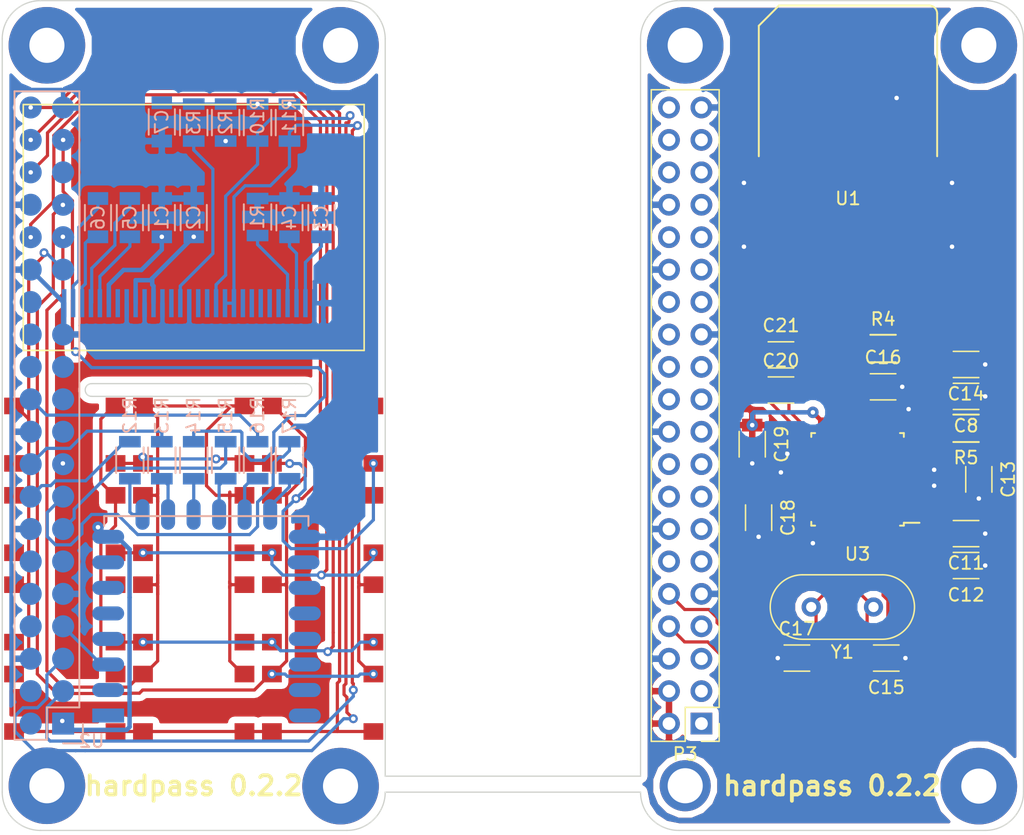
<source format=kicad_pcb>
(kicad_pcb (version 4) (host pcbnew 4.0.5-e0-6337~49~ubuntu16.04.1)

  (general
    (links 0)
    (no_connects 12)
    (area -0.050001 -0.050001 80.050001 65.050001)
    (thickness 1.6)
    (drawings 26)
    (tracks 722)
    (zones 0)
    (modules 59)
    (nets 123)
  )

  (page A4)
  (layers
    (0 F.Cu signal)
    (31 B.Cu signal)
    (32 B.Adhes user)
    (33 F.Adhes user)
    (34 B.Paste user)
    (35 F.Paste user)
    (36 B.SilkS user)
    (37 F.SilkS user)
    (38 B.Mask user)
    (39 F.Mask user)
    (40 Dwgs.User user)
    (41 Cmts.User user)
    (42 Eco1.User user)
    (43 Eco2.User user)
    (44 Edge.Cuts user)
    (45 Margin user)
    (46 B.CrtYd user)
    (47 F.CrtYd user)
    (48 B.Fab user)
    (49 F.Fab user)
  )

  (setup
    (last_trace_width 0.25)
    (trace_clearance 0.25)
    (zone_clearance 0.508)
    (zone_45_only no)
    (trace_min 0.2)
    (segment_width 0.2)
    (edge_width 0.1)
    (via_size 0.7)
    (via_drill 0.35)
    (via_min_size 0.7)
    (via_min_drill 0.3)
    (uvia_size 0.3)
    (uvia_drill 0.1)
    (uvias_allowed no)
    (uvia_min_size 0)
    (uvia_min_drill 0)
    (pcb_text_width 0.3)
    (pcb_text_size 1.5 1.5)
    (mod_edge_width 0.15)
    (mod_text_size 1 1)
    (mod_text_width 0.15)
    (pad_size 1.9 3)
    (pad_drill 0)
    (pad_to_mask_clearance 0)
    (aux_axis_origin 0 0)
    (visible_elements FFFFEF7F)
    (pcbplotparams
      (layerselection 0x00030_80000001)
      (usegerberextensions false)
      (excludeedgelayer true)
      (linewidth 0.100000)
      (plotframeref false)
      (viasonmask false)
      (mode 1)
      (useauxorigin false)
      (hpglpennumber 1)
      (hpglpenspeed 20)
      (hpglpendiameter 15)
      (hpglpenoverlay 2)
      (psnegative false)
      (psa4output false)
      (plotreference true)
      (plotvalue true)
      (plotinvisibletext false)
      (padsonsilk false)
      (subtractmaskfromsilk false)
      (outputformat 1)
      (mirror false)
      (drillshape 1)
      (scaleselection 1)
      (outputdirectory ""))
  )

  (net 0 "")
  (net 1 GND)
  (net 2 +3V3)
  (net 3 "Net-(C3-Pad1)")
  (net 4 "Net-(C4-Pad1)")
  (net 5 "Net-(C5-Pad1)")
  (net 6 "Net-(C5-Pad2)")
  (net 7 "Net-(C6-Pad1)")
  (net 8 "Net-(C6-Pad2)")
  (net 9 "Net-(C7-Pad1)")
  (net 10 "Net-(P1-Pad2)")
  (net 11 OLED_SDA)
  (net 12 "Net-(P1-Pad4)")
  (net 13 OLED_SCL)
  (net 14 ESP_CHPD)
  (net 15 UART_TX)
  (net 16 UART_RX)
  (net 17 SHUTDOWN)
  (net 18 "Net-(P1-Pad12)")
  (net 19 SD_D3)
  (net 20 ESP_CLK)
  (net 21 SD_CMD)
  (net 22 SD_D0)
  (net 23 "Net-(P1-Pad19)")
  (net 24 "Net-(P1-Pad21)")
  (net 25 SD_D1)
  (net 26 "Net-(P1-Pad23)")
  (net 27 "Net-(P1-Pad24)")
  (net 28 "Net-(P1-Pad26)")
  (net 29 "Net-(P1-Pad28)")
  (net 30 COL_1)
  (net 31 COL_2)
  (net 32 ROW_1)
  (net 33 COL_3)
  (net 34 "Net-(P1-Pad35)")
  (net 35 ROW_2)
  (net 36 SD_D2)
  (net 37 ROW_3)
  (net 38 ROW_4)
  (net 39 "Net-(P2-Pad26)")
  (net 40 "Net-(P2-Pad14)")
  (net 41 "Net-(R12-Pad1)")
  (net 42 "Net-(R13-Pad1)")
  (net 43 "Net-(R14-Pad1)")
  (net 44 "Net-(R15-Pad1)")
  (net 45 "Net-(R16-Pad1)")
  (net 46 "Net-(R17-Pad1)")
  (net 47 "Net-(U2-Pad1)")
  (net 48 "Net-(U2-Pad2)")
  (net 49 "Net-(U2-Pad4)")
  (net 50 "Net-(U2-Pad5)")
  (net 51 "Net-(U2-Pad6)")
  (net 52 "Net-(U2-Pad7)")
  (net 53 "Net-(U2-Pad16)")
  (net 54 "Net-(U2-Pad17)")
  (net 55 "Net-(U2-Pad18)")
  (net 56 "Net-(U2-Pad19)")
  (net 57 "Net-(U2-Pad20)")
  (net 58 "Net-(U2-Pad21)")
  (net 59 "Net-(U2-Pad22)")
  (net 60 "Net-(P2-Pad7)")
  (net 61 "Net-(P2-Pad13)")
  (net 62 "Net-(P2-Pad16)")
  (net 63 "Net-(P2-Pad17)")
  (net 64 "Net-(P2-Pad21)")
  (net 65 "Net-(P2-Pad22)")
  (net 66 "Net-(P2-Pad23)")
  (net 67 "Net-(P2-Pad24)")
  (net 68 "Net-(P2-Pad25)")
  (net 69 "Net-(C14-Pad2)")
  (net 70 "Net-(C9-Pad1)")
  (net 71 "Net-(C10-Pad2)")
  (net 72 +5V)
  (net 73 "Net-(C13-Pad1)")
  (net 74 "Net-(C15-Pad2)")
  (net 75 "Net-(C16-Pad1)")
  (net 76 "Net-(C17-Pad2)")
  (net 77 "Net-(C20-Pad1)")
  (net 78 "Net-(C20-Pad2)")
  (net 79 "Net-(C21-Pad1)")
  (net 80 "Net-(C21-Pad2)")
  (net 81 "Net-(R4-Pad1)")
  (net 82 "Net-(R5-Pad1)")
  (net 83 "Net-(R5-Pad2)")
  (net 84 "Net-(U1-Pad4)")
  (net 85 "Net-(U1-Pad8)")
  (net 86 "Net-(U3-Pad2)")
  (net 87 "Net-(U3-Pad22)")
  (net 88 "Net-(U3-Pad23)")
  (net 89 "Net-(U3-Pad24)")
  (net 90 "Net-(SW14-Pad2)")
  (net 91 "Net-(U3-Pad29)")
  (net 92 "Net-(U3-Pad30)")
  (net 93 CARD_TX)
  (net 94 CARD_RX)
  (net 95 "Net-(P3-Pad1)")
  (net 96 "Net-(P3-Pad3)")
  (net 97 "Net-(P3-Pad5)")
  (net 98 "Net-(P3-Pad7)")
  (net 99 "Net-(P3-Pad11)")
  (net 100 "Net-(P3-Pad12)")
  (net 101 "Net-(P3-Pad13)")
  (net 102 "Net-(P3-Pad15)")
  (net 103 "Net-(P3-Pad16)")
  (net 104 "Net-(P3-Pad17)")
  (net 105 "Net-(P3-Pad18)")
  (net 106 "Net-(P3-Pad19)")
  (net 107 "Net-(P3-Pad21)")
  (net 108 "Net-(P3-Pad22)")
  (net 109 "Net-(P3-Pad23)")
  (net 110 "Net-(P3-Pad24)")
  (net 111 "Net-(P3-Pad26)")
  (net 112 "Net-(P3-Pad27)")
  (net 113 "Net-(P3-Pad28)")
  (net 114 "Net-(P3-Pad29)")
  (net 115 "Net-(P3-Pad31)")
  (net 116 "Net-(P3-Pad32)")
  (net 117 "Net-(P3-Pad33)")
  (net 118 "Net-(P3-Pad35)")
  (net 119 "Net-(P3-Pad36)")
  (net 120 "Net-(P3-Pad37)")
  (net 121 "Net-(P3-Pad38)")
  (net 122 "Net-(P3-Pad40)")

  (net_class Default "This is the default net class."
    (clearance 0.25)
    (trace_width 0.25)
    (via_dia 0.7)
    (via_drill 0.35)
    (uvia_dia 0.3)
    (uvia_drill 0.1)
    (add_net CARD_RX)
    (add_net CARD_TX)
    (add_net COL_1)
    (add_net COL_2)
    (add_net COL_3)
    (add_net ESP_CHPD)
    (add_net ESP_CLK)
    (add_net "Net-(C10-Pad2)")
    (add_net "Net-(C13-Pad1)")
    (add_net "Net-(C15-Pad2)")
    (add_net "Net-(C16-Pad1)")
    (add_net "Net-(C17-Pad2)")
    (add_net "Net-(C20-Pad1)")
    (add_net "Net-(C20-Pad2)")
    (add_net "Net-(C21-Pad1)")
    (add_net "Net-(C21-Pad2)")
    (add_net "Net-(C3-Pad1)")
    (add_net "Net-(C4-Pad1)")
    (add_net "Net-(C5-Pad1)")
    (add_net "Net-(C5-Pad2)")
    (add_net "Net-(C6-Pad1)")
    (add_net "Net-(C6-Pad2)")
    (add_net "Net-(C7-Pad1)")
    (add_net "Net-(C9-Pad1)")
    (add_net "Net-(P1-Pad12)")
    (add_net "Net-(P1-Pad19)")
    (add_net "Net-(P1-Pad2)")
    (add_net "Net-(P1-Pad21)")
    (add_net "Net-(P1-Pad23)")
    (add_net "Net-(P1-Pad24)")
    (add_net "Net-(P1-Pad26)")
    (add_net "Net-(P1-Pad28)")
    (add_net "Net-(P1-Pad35)")
    (add_net "Net-(P1-Pad4)")
    (add_net "Net-(P2-Pad13)")
    (add_net "Net-(P2-Pad14)")
    (add_net "Net-(P2-Pad16)")
    (add_net "Net-(P2-Pad17)")
    (add_net "Net-(P2-Pad21)")
    (add_net "Net-(P2-Pad22)")
    (add_net "Net-(P2-Pad23)")
    (add_net "Net-(P2-Pad24)")
    (add_net "Net-(P2-Pad25)")
    (add_net "Net-(P2-Pad26)")
    (add_net "Net-(P2-Pad7)")
    (add_net "Net-(P3-Pad1)")
    (add_net "Net-(P3-Pad11)")
    (add_net "Net-(P3-Pad12)")
    (add_net "Net-(P3-Pad13)")
    (add_net "Net-(P3-Pad15)")
    (add_net "Net-(P3-Pad16)")
    (add_net "Net-(P3-Pad17)")
    (add_net "Net-(P3-Pad18)")
    (add_net "Net-(P3-Pad19)")
    (add_net "Net-(P3-Pad21)")
    (add_net "Net-(P3-Pad22)")
    (add_net "Net-(P3-Pad23)")
    (add_net "Net-(P3-Pad24)")
    (add_net "Net-(P3-Pad26)")
    (add_net "Net-(P3-Pad27)")
    (add_net "Net-(P3-Pad28)")
    (add_net "Net-(P3-Pad29)")
    (add_net "Net-(P3-Pad3)")
    (add_net "Net-(P3-Pad31)")
    (add_net "Net-(P3-Pad32)")
    (add_net "Net-(P3-Pad33)")
    (add_net "Net-(P3-Pad35)")
    (add_net "Net-(P3-Pad36)")
    (add_net "Net-(P3-Pad37)")
    (add_net "Net-(P3-Pad38)")
    (add_net "Net-(P3-Pad40)")
    (add_net "Net-(P3-Pad5)")
    (add_net "Net-(P3-Pad7)")
    (add_net "Net-(R12-Pad1)")
    (add_net "Net-(R13-Pad1)")
    (add_net "Net-(R14-Pad1)")
    (add_net "Net-(R15-Pad1)")
    (add_net "Net-(R16-Pad1)")
    (add_net "Net-(R17-Pad1)")
    (add_net "Net-(R4-Pad1)")
    (add_net "Net-(R5-Pad1)")
    (add_net "Net-(R5-Pad2)")
    (add_net "Net-(SW14-Pad2)")
    (add_net "Net-(U1-Pad4)")
    (add_net "Net-(U1-Pad8)")
    (add_net "Net-(U2-Pad1)")
    (add_net "Net-(U2-Pad16)")
    (add_net "Net-(U2-Pad17)")
    (add_net "Net-(U2-Pad18)")
    (add_net "Net-(U2-Pad19)")
    (add_net "Net-(U2-Pad2)")
    (add_net "Net-(U2-Pad20)")
    (add_net "Net-(U2-Pad21)")
    (add_net "Net-(U2-Pad22)")
    (add_net "Net-(U2-Pad4)")
    (add_net "Net-(U2-Pad5)")
    (add_net "Net-(U2-Pad6)")
    (add_net "Net-(U2-Pad7)")
    (add_net "Net-(U3-Pad2)")
    (add_net "Net-(U3-Pad22)")
    (add_net "Net-(U3-Pad23)")
    (add_net "Net-(U3-Pad24)")
    (add_net "Net-(U3-Pad29)")
    (add_net "Net-(U3-Pad30)")
    (add_net OLED_SCL)
    (add_net OLED_SDA)
    (add_net ROW_1)
    (add_net ROW_2)
    (add_net ROW_3)
    (add_net ROW_4)
    (add_net SD_CMD)
    (add_net SD_D0)
    (add_net SD_D1)
    (add_net SD_D2)
    (add_net SD_D3)
    (add_net SHUTDOWN)
    (add_net UART_RX)
    (add_net UART_TX)
  )

  (net_class Power ""
    (clearance 0.25)
    (trace_width 0.35)
    (via_dia 0.9)
    (via_drill 0.35)
    (uvia_dia 0.3)
    (uvia_drill 0.1)
    (add_net +3V3)
    (add_net +5V)
    (add_net GND)
    (add_net "Net-(C14-Pad2)")
  )

  (module Capacitors_SMD:C_1206 (layer F.Cu) (tedit 5415D7BD) (tstamp 5880EA93)
    (at 75.5 31 180)
    (descr "Capacitor SMD 1206, reflow soldering, AVX (see smccp.pdf)")
    (tags "capacitor 1206")
    (path /5880BE78)
    (attr smd)
    (fp_text reference C8 (at 0 -2.3 180) (layer F.SilkS)
      (effects (font (size 1 1) (thickness 0.15)))
    )
    (fp_text value 220nF (at 0 2.3 180) (layer F.Fab)
      (effects (font (size 1 1) (thickness 0.15)))
    )
    (fp_line (start -1.6 0.8) (end -1.6 -0.8) (layer F.Fab) (width 0.1))
    (fp_line (start 1.6 0.8) (end -1.6 0.8) (layer F.Fab) (width 0.1))
    (fp_line (start 1.6 -0.8) (end 1.6 0.8) (layer F.Fab) (width 0.1))
    (fp_line (start -1.6 -0.8) (end 1.6 -0.8) (layer F.Fab) (width 0.1))
    (fp_line (start -2.3 -1.15) (end 2.3 -1.15) (layer F.CrtYd) (width 0.05))
    (fp_line (start -2.3 1.15) (end 2.3 1.15) (layer F.CrtYd) (width 0.05))
    (fp_line (start -2.3 -1.15) (end -2.3 1.15) (layer F.CrtYd) (width 0.05))
    (fp_line (start 2.3 -1.15) (end 2.3 1.15) (layer F.CrtYd) (width 0.05))
    (fp_line (start 1 -1.025) (end -1 -1.025) (layer F.SilkS) (width 0.12))
    (fp_line (start -1 1.025) (end 1 1.025) (layer F.SilkS) (width 0.12))
    (pad 1 smd rect (at -1.5 0 180) (size 1 1.6) (layers F.Cu F.Paste F.Mask)
      (net 1 GND))
    (pad 2 smd rect (at 1.5 0 180) (size 1 1.6) (layers F.Cu F.Paste F.Mask)
      (net 69 "Net-(C14-Pad2)"))
    (model Capacitors_SMD.3dshapes/C_1206.wrl
      (at (xyz 0 0 0))
      (scale (xyz 1 1 1))
      (rotate (xyz 0 0 0))
    )
  )

  (module Capacitors_SMD:C_1206 (layer F.Cu) (tedit 5415D7BD) (tstamp 5880EAF3)
    (at 75.5 28.5 180)
    (descr "Capacitor SMD 1206, reflow soldering, AVX (see smccp.pdf)")
    (tags "capacitor 1206")
    (path /588317FD)
    (attr smd)
    (fp_text reference C14 (at 0 -2.3 180) (layer F.SilkS)
      (effects (font (size 1 1) (thickness 0.15)))
    )
    (fp_text value 100pF (at 0 2.3 180) (layer F.Fab)
      (effects (font (size 1 1) (thickness 0.15)))
    )
    (fp_line (start -1.6 0.8) (end -1.6 -0.8) (layer F.Fab) (width 0.1))
    (fp_line (start 1.6 0.8) (end -1.6 0.8) (layer F.Fab) (width 0.1))
    (fp_line (start 1.6 -0.8) (end 1.6 0.8) (layer F.Fab) (width 0.1))
    (fp_line (start -1.6 -0.8) (end 1.6 -0.8) (layer F.Fab) (width 0.1))
    (fp_line (start -2.3 -1.15) (end 2.3 -1.15) (layer F.CrtYd) (width 0.05))
    (fp_line (start -2.3 1.15) (end 2.3 1.15) (layer F.CrtYd) (width 0.05))
    (fp_line (start -2.3 -1.15) (end -2.3 1.15) (layer F.CrtYd) (width 0.05))
    (fp_line (start 2.3 -1.15) (end 2.3 1.15) (layer F.CrtYd) (width 0.05))
    (fp_line (start 1 -1.025) (end -1 -1.025) (layer F.SilkS) (width 0.12))
    (fp_line (start -1 1.025) (end 1 1.025) (layer F.SilkS) (width 0.12))
    (pad 1 smd rect (at -1.5 0 180) (size 1 1.6) (layers F.Cu F.Paste F.Mask)
      (net 1 GND))
    (pad 2 smd rect (at 1.5 0 180) (size 1 1.6) (layers F.Cu F.Paste F.Mask)
      (net 69 "Net-(C14-Pad2)"))
    (model Capacitors_SMD.3dshapes/C_1206.wrl
      (at (xyz 0 0 0))
      (scale (xyz 1 1 1))
      (rotate (xyz 0 0 0))
    )
  )

  (module hardpass:1pin_nosilk (layer F.Cu) (tedit 58702E64) (tstamp 5880E381)
    (at 76.5 61.53)
    (descr "module 1 pin (ou trou mecanique de percage)")
    (tags DEV)
    (fp_text reference REF** (at 0 -3.048) (layer F.SilkS) hide
      (effects (font (size 1 1) (thickness 0.15)))
    )
    (fp_text value 1pin (at 0 3) (layer F.Fab)
      (effects (font (size 1 1) (thickness 0.15)))
    )
    (fp_circle (center 0 0) (end 2 0.8) (layer F.Fab) (width 0.1))
    (fp_circle (center 0 0) (end 2.6 0) (layer F.CrtYd) (width 0.05))
    (pad "" np_thru_hole circle (at 0 0) (size 6 6) (drill 2.75) (layers *.Cu *.Mask))
  )

  (module hardpass:1pin_nosilk (layer F.Cu) (tedit 58702E64) (tstamp 5880E365)
    (at 76.5 3.5)
    (descr "module 1 pin (ou trou mecanique de percage)")
    (tags DEV)
    (fp_text reference REF** (at 0 -3.048) (layer F.SilkS) hide
      (effects (font (size 1 1) (thickness 0.15)))
    )
    (fp_text value 1pin (at 0 3) (layer F.Fab)
      (effects (font (size 1 1) (thickness 0.15)))
    )
    (fp_circle (center 0 0) (end 2 0.8) (layer F.Fab) (width 0.1))
    (fp_circle (center 0 0) (end 2.6 0) (layer F.CrtYd) (width 0.05))
    (pad "" np_thru_hole circle (at 0 0) (size 6 6) (drill 2.75) (layers *.Cu *.Mask))
  )

  (module hardpass:1pin_nosilk (layer F.Cu) (tedit 5880D317) (tstamp 5880E354)
    (at 53.5 3.5)
    (descr "module 1 pin (ou trou mecanique de percage)")
    (tags DEV)
    (fp_text reference REF** (at 0 -3.048) (layer F.SilkS) hide
      (effects (font (size 1 1) (thickness 0.15)))
    )
    (fp_text value 1pin (at 0 3) (layer F.Fab)
      (effects (font (size 1 1) (thickness 0.15)))
    )
    (fp_circle (center 0 0) (end 2 0.8) (layer F.Fab) (width 0.1))
    (fp_circle (center 0 0) (end 2.6 0) (layer F.CrtYd) (width 0.05))
    (pad "" np_thru_hole circle (at 0 0) (size 6 6) (drill 2.75) (layers *.Cu *.Mask))
  )

  (module hardpass:1pin_nosilk (layer F.Cu) (tedit 5880D2FE) (tstamp 5880E31F)
    (at 53.5 61.5)
    (descr "module 1 pin (ou trou mecanique de percage)")
    (tags DEV)
    (fp_text reference REF** (at 0 -3.048) (layer F.SilkS) hide
      (effects (font (size 1 1) (thickness 0.15)))
    )
    (fp_text value 1pin (at 0 3) (layer F.Fab)
      (effects (font (size 1 1) (thickness 0.15)))
    )
    (fp_circle (center 0 0) (end 2 0.8) (layer F.Fab) (width 0.1))
    (fp_circle (center 0 0) (end 2.6 0) (layer F.CrtYd) (width 0.05))
    (pad "" np_thru_hole circle (at 0 0) (size 4 4) (drill 2.75) (layers *.Cu *.Mask))
  )

  (module hardpass:1pin_nosilk (layer F.Cu) (tedit 58702E64) (tstamp 5870F56A)
    (at 26.5 61.53)
    (descr "module 1 pin (ou trou mecanique de percage)")
    (tags DEV)
    (fp_text reference REF** (at 0 -3.048) (layer F.SilkS) hide
      (effects (font (size 1 1) (thickness 0.15)))
    )
    (fp_text value 1pin (at 0 3) (layer F.Fab)
      (effects (font (size 1 1) (thickness 0.15)))
    )
    (fp_circle (center 0 0) (end 2 0.8) (layer F.Fab) (width 0.1))
    (fp_circle (center 0 0) (end 2.6 0) (layer F.CrtYd) (width 0.05))
    (pad "" np_thru_hole circle (at 0 0) (size 6 6) (drill 2.75) (layers *.Cu *.Mask))
  )

  (module hardpass:1pin_nosilk (layer F.Cu) (tedit 58702E64) (tstamp 5870F553)
    (at 3.5 61.5)
    (descr "module 1 pin (ou trou mecanique de percage)")
    (tags DEV)
    (fp_text reference REF** (at 0 -3.048) (layer F.SilkS) hide
      (effects (font (size 1 1) (thickness 0.15)))
    )
    (fp_text value 1pin (at 0 3) (layer F.Fab)
      (effects (font (size 1 1) (thickness 0.15)))
    )
    (fp_circle (center 0 0) (end 2 0.8) (layer F.Fab) (width 0.1))
    (fp_circle (center 0 0) (end 2.6 0) (layer F.CrtYd) (width 0.05))
    (pad "" np_thru_hole circle (at 0 0) (size 6 6) (drill 2.75) (layers *.Cu *.Mask))
  )

  (module hardpass:1pin_nosilk (layer F.Cu) (tedit 58702E64) (tstamp 5870F537)
    (at 26.5 3.5)
    (descr "module 1 pin (ou trou mecanique de percage)")
    (tags DEV)
    (fp_text reference REF** (at 0 -3.048) (layer F.SilkS) hide
      (effects (font (size 1 1) (thickness 0.15)))
    )
    (fp_text value 1pin (at 0 3) (layer F.Fab)
      (effects (font (size 1 1) (thickness 0.15)))
    )
    (fp_circle (center 0 0) (end 2 0.8) (layer F.Fab) (width 0.1))
    (fp_circle (center 0 0) (end 2.6 0) (layer F.CrtYd) (width 0.05))
    (pad "" np_thru_hole circle (at 0 0) (size 6 6) (drill 2.75) (layers *.Cu *.Mask))
  )

  (module adafruit-oled:UG-2864HSWEG01_0.96IN_WRAPAROUND (layer F.Cu) (tedit 58703A4A) (tstamp 58721E96)
    (at 15 22.5)
    (path /58700E5C)
    (fp_text reference P2 (at -13.09 -15.69) (layer F.SilkS) hide
      (effects (font (size 0.77216 0.77216) (thickness 0.065024)) (justify left bottom))
    )
    (fp_text value OLED_I2C (at -13.09 9.1) (layer F.SilkS) hide
      (effects (font (size 0.77216 0.77216) (thickness 0.065024)) (justify left bottom))
    )
    (fp_line (start -13.353 -14.36) (end 13.35 -14.36) (layer F.SilkS) (width 0.127))
    (fp_line (start 13.35 -14.36) (end 13.35 4.9) (layer F.SilkS) (width 0.127))
    (fp_line (start 13.35 4.9) (end -13.35 4.9) (layer F.SilkS) (width 0.127))
    (fp_line (start -13.35 4.9) (end -13.353 -14.36) (layer F.SilkS) (width 0.127))
    (fp_line (start -10.872 -12.26) (end 10.872 -12.26) (layer Dwgs.User) (width 0.127))
    (fp_line (start 10.872 -12.26) (end 10.872 -1.396) (layer Dwgs.User) (width 0.127))
    (fp_line (start 10.872 -1.396) (end -10.872 -1.396) (layer Dwgs.User) (width 0.127))
    (fp_line (start -10.872 -1.396) (end -10.872 -12.26) (layer Dwgs.User) (width 0.127))
    (fp_text user 1 (at -9.95 -0.512 90) (layer Dwgs.User)
      (effects (font (size 0.77216 0.77216) (thickness 0.065024)))
    )
    (fp_text user 10 (at -3.65 -0.412 90) (layer Dwgs.User)
      (effects (font (size 0.77216 0.77216) (thickness 0.065024)))
    )
    (fp_text user 20 (at 3.3 -0.412 90) (layer Dwgs.User)
      (effects (font (size 0.77216 0.77216) (thickness 0.065024)))
    )
    (fp_text user 30 (at 10.45 -0.412 90) (layer Dwgs.User)
      (effects (font (size 0.77216 0.77216) (thickness 0.065024)))
    )
    (fp_text user "PCB EDGE (1.6mm)" (at -5.2 7) (layer Dwgs.User)
      (effects (font (size 0.77216 0.77216) (thickness 0.065024)))
    )
    (fp_line (start 13.35 7.5) (end -13.35 7.5) (layer Dwgs.User) (width 0.127))
    (pad 1 smd rect (at -10.15 1.2 90) (size 2.2 0.35) (layers B.Cu B.Paste B.Mask)
      (net 1 GND))
    (pad 2 smd rect (at -9.45 1.2 90) (size 2.2 0.35) (layers B.Cu B.Paste B.Mask)
      (net 7 "Net-(C6-Pad1)"))
    (pad 3 smd rect (at -8.75 1.2 90) (size 2.2 0.35) (layers B.Cu B.Paste B.Mask)
      (net 8 "Net-(C6-Pad2)"))
    (pad 4 smd rect (at -8.05 1.2 90) (size 2.2 0.35) (layers B.Cu B.Paste B.Mask)
      (net 5 "Net-(C5-Pad1)"))
    (pad 5 smd rect (at -7.35 1.2 90) (size 2.2 0.35) (layers B.Cu B.Paste B.Mask)
      (net 6 "Net-(C5-Pad2)"))
    (pad 6 smd rect (at -6.65 1.2 90) (size 2.2 0.35) (layers B.Cu B.Paste B.Mask)
      (net 2 +3V3))
    (pad 7 smd rect (at -5.95 1.2 90) (size 2.2 0.35) (layers B.Cu B.Paste B.Mask)
      (net 60 "Net-(P2-Pad7)"))
    (pad 8 smd rect (at -5.25 1.2 90) (size 2.2 0.35) (layers B.Cu B.Paste B.Mask)
      (net 1 GND))
    (pad 9 smd rect (at -4.55 1.2 90) (size 2.2 0.35) (layers B.Cu B.Paste B.Mask)
      (net 2 +3V3))
    (pad 10 smd rect (at -3.85 1.2 90) (size 2.2 0.35) (layers B.Cu B.Paste B.Mask)
      (net 1 GND))
    (pad 11 smd rect (at -3.15 1.2 90) (size 2.2 0.35) (layers B.Cu B.Paste B.Mask)
      (net 2 +3V3))
    (pad 12 smd rect (at -2.45 1.2 90) (size 2.2 0.35) (layers B.Cu B.Paste B.Mask)
      (net 1 GND))
    (pad 13 smd rect (at -1.75 1.2 90) (size 2.2 0.35) (layers B.Cu B.Paste B.Mask)
      (net 61 "Net-(P2-Pad13)"))
    (pad 14 smd rect (at -1.05 1.2 90) (size 2.2 0.35) (layers B.Cu B.Paste B.Mask)
      (net 40 "Net-(P2-Pad14)"))
    (pad 15 smd rect (at -0.35 1.2 90) (size 2.2 0.35) (layers B.Cu B.Paste B.Mask)
      (net 1 GND))
    (pad 16 smd rect (at 0.35 1.2 90) (size 2.2 0.35) (layers B.Cu B.Paste B.Mask)
      (net 62 "Net-(P2-Pad16)"))
    (pad 17 smd rect (at 1.05 1.2 90) (size 2.2 0.35) (layers B.Cu B.Paste B.Mask)
      (net 63 "Net-(P2-Pad17)"))
    (pad 18 smd rect (at 1.75 1.2 90) (size 2.2 0.35) (layers B.Cu B.Paste B.Mask)
      (net 13 OLED_SCL))
    (pad 19 smd rect (at 2.45 1.2 90) (size 2.2 0.35) (layers B.Cu B.Paste B.Mask)
      (net 11 OLED_SDA))
    (pad 20 smd rect (at 3.15 1.2 90) (size 2.2 0.35) (layers B.Cu B.Paste B.Mask)
      (net 11 OLED_SDA))
    (pad 21 smd rect (at 3.85 1.2 90) (size 2.2 0.35) (layers B.Cu B.Paste B.Mask)
      (net 64 "Net-(P2-Pad21)"))
    (pad 22 smd rect (at 4.55 1.2 90) (size 2.2 0.35) (layers B.Cu B.Paste B.Mask)
      (net 65 "Net-(P2-Pad22)"))
    (pad 23 smd rect (at 5.25 1.2 90) (size 2.2 0.35) (layers B.Cu B.Paste B.Mask)
      (net 66 "Net-(P2-Pad23)"))
    (pad 24 smd rect (at 5.95 1.2 90) (size 2.2 0.35) (layers B.Cu B.Paste B.Mask)
      (net 67 "Net-(P2-Pad24)"))
    (pad 25 smd rect (at 6.65 1.2 90) (size 2.2 0.35) (layers B.Cu B.Paste B.Mask)
      (net 68 "Net-(P2-Pad25)"))
    (pad 26 smd rect (at 7.35 1.2 90) (size 2.2 0.35) (layers B.Cu B.Paste B.Mask)
      (net 39 "Net-(P2-Pad26)"))
    (pad 27 smd rect (at 8.05 1.2 90) (size 2.2 0.35) (layers B.Cu B.Paste B.Mask)
      (net 4 "Net-(C4-Pad1)"))
    (pad 28 smd rect (at 8.75 1.2 90) (size 2.2 0.35) (layers B.Cu B.Paste B.Mask)
      (net 3 "Net-(C3-Pad1)"))
    (pad 29 smd rect (at 9.45 1.2 90) (size 2.2 0.35) (layers B.Cu B.Paste B.Mask)
      (net 1 GND))
    (pad 30 smd rect (at 10.15 1.2 90) (size 2.2 0.35) (layers B.Cu B.Paste B.Mask)
      (net 1 GND))
  )

  (module hardpass:1pin_nosilk (layer F.Cu) (tedit 58702E64) (tstamp 58701E11)
    (at 3.5 3.5)
    (descr "module 1 pin (ou trou mecanique de percage)")
    (tags DEV)
    (fp_text reference REF** (at 0 -3.048) (layer F.SilkS) hide
      (effects (font (size 1 1) (thickness 0.15)))
    )
    (fp_text value 1pin (at 0 3) (layer F.Fab)
      (effects (font (size 1 1) (thickness 0.15)))
    )
    (fp_circle (center 0 0) (end 2 0.8) (layer F.Fab) (width 0.1))
    (fp_circle (center 0 0) (end 2.6 0) (layer F.CrtYd) (width 0.05))
    (pad "" np_thru_hole circle (at 0 0) (size 6 6) (drill 2.75) (layers *.Cu *.Mask))
  )

  (module Capacitors_SMD:C_1206 (layer B.Cu) (tedit 5415D7BD) (tstamp 58702475)
    (at 12.5 17 270)
    (descr "Capacitor SMD 1206, reflow soldering, AVX (see smccp.pdf)")
    (tags "capacitor 1206")
    (path /58702958)
    (attr smd)
    (fp_text reference C1 (at 0 0 270) (layer B.SilkS)
      (effects (font (size 1 1) (thickness 0.15)) (justify mirror))
    )
    (fp_text value 1µF (at 0 -2.3 270) (layer B.Fab)
      (effects (font (size 1 1) (thickness 0.15)) (justify mirror))
    )
    (fp_line (start -1.6 -0.8) (end -1.6 0.8) (layer B.Fab) (width 0.15))
    (fp_line (start 1.6 -0.8) (end -1.6 -0.8) (layer B.Fab) (width 0.15))
    (fp_line (start 1.6 0.8) (end 1.6 -0.8) (layer B.Fab) (width 0.15))
    (fp_line (start -1.6 0.8) (end 1.6 0.8) (layer B.Fab) (width 0.15))
    (fp_line (start -2.3 1.15) (end 2.3 1.15) (layer B.CrtYd) (width 0.05))
    (fp_line (start -2.3 -1.15) (end 2.3 -1.15) (layer B.CrtYd) (width 0.05))
    (fp_line (start -2.3 1.15) (end -2.3 -1.15) (layer B.CrtYd) (width 0.05))
    (fp_line (start 2.3 1.15) (end 2.3 -1.15) (layer B.CrtYd) (width 0.05))
    (fp_line (start 1 1.025) (end -1 1.025) (layer B.SilkS) (width 0.15))
    (fp_line (start -1 -1.025) (end 1 -1.025) (layer B.SilkS) (width 0.15))
    (pad 1 smd rect (at -1.5 0 270) (size 1 1.6) (layers B.Cu B.Paste B.Mask)
      (net 1 GND))
    (pad 2 smd rect (at 1.5 0 270) (size 1 1.6) (layers B.Cu B.Paste B.Mask)
      (net 2 +3V3))
    (model Capacitors_SMD.3dshapes/C_1206.wrl
      (at (xyz 0 0 0))
      (scale (xyz 1 1 1))
      (rotate (xyz 0 0 0))
    )
  )

  (module Capacitors_SMD:C_1206 (layer B.Cu) (tedit 5415D7BD) (tstamp 58702485)
    (at 15 17 270)
    (descr "Capacitor SMD 1206, reflow soldering, AVX (see smccp.pdf)")
    (tags "capacitor 1206")
    (path /576ABF65)
    (attr smd)
    (fp_text reference C2 (at 0 0 270) (layer B.SilkS)
      (effects (font (size 1 1) (thickness 0.15)) (justify mirror))
    )
    (fp_text value 1µF (at 0 -2.3 270) (layer B.Fab)
      (effects (font (size 1 1) (thickness 0.15)) (justify mirror))
    )
    (fp_line (start -1.6 -0.8) (end -1.6 0.8) (layer B.Fab) (width 0.15))
    (fp_line (start 1.6 -0.8) (end -1.6 -0.8) (layer B.Fab) (width 0.15))
    (fp_line (start 1.6 0.8) (end 1.6 -0.8) (layer B.Fab) (width 0.15))
    (fp_line (start -1.6 0.8) (end 1.6 0.8) (layer B.Fab) (width 0.15))
    (fp_line (start -2.3 1.15) (end 2.3 1.15) (layer B.CrtYd) (width 0.05))
    (fp_line (start -2.3 -1.15) (end 2.3 -1.15) (layer B.CrtYd) (width 0.05))
    (fp_line (start -2.3 1.15) (end -2.3 -1.15) (layer B.CrtYd) (width 0.05))
    (fp_line (start 2.3 1.15) (end 2.3 -1.15) (layer B.CrtYd) (width 0.05))
    (fp_line (start 1 1.025) (end -1 1.025) (layer B.SilkS) (width 0.15))
    (fp_line (start -1 -1.025) (end 1 -1.025) (layer B.SilkS) (width 0.15))
    (pad 1 smd rect (at -1.5 0 270) (size 1 1.6) (layers B.Cu B.Paste B.Mask)
      (net 1 GND))
    (pad 2 smd rect (at 1.5 0 270) (size 1 1.6) (layers B.Cu B.Paste B.Mask)
      (net 2 +3V3))
    (model Capacitors_SMD.3dshapes/C_1206.wrl
      (at (xyz 0 0 0))
      (scale (xyz 1 1 1))
      (rotate (xyz 0 0 0))
    )
  )

  (module Capacitors_SMD:C_1206 (layer B.Cu) (tedit 5415D7BD) (tstamp 58702495)
    (at 25 17 90)
    (descr "Capacitor SMD 1206, reflow soldering, AVX (see smccp.pdf)")
    (tags "capacitor 1206")
    (path /576AC79A)
    (attr smd)
    (fp_text reference C3 (at 0 0 90) (layer B.SilkS)
      (effects (font (size 1 1) (thickness 0.15)) (justify mirror))
    )
    (fp_text value 2.2µF (at 0 -2.3 90) (layer B.Fab)
      (effects (font (size 1 1) (thickness 0.15)) (justify mirror))
    )
    (fp_line (start -1.6 -0.8) (end -1.6 0.8) (layer B.Fab) (width 0.15))
    (fp_line (start 1.6 -0.8) (end -1.6 -0.8) (layer B.Fab) (width 0.15))
    (fp_line (start 1.6 0.8) (end 1.6 -0.8) (layer B.Fab) (width 0.15))
    (fp_line (start -1.6 0.8) (end 1.6 0.8) (layer B.Fab) (width 0.15))
    (fp_line (start -2.3 1.15) (end 2.3 1.15) (layer B.CrtYd) (width 0.05))
    (fp_line (start -2.3 -1.15) (end 2.3 -1.15) (layer B.CrtYd) (width 0.05))
    (fp_line (start -2.3 1.15) (end -2.3 -1.15) (layer B.CrtYd) (width 0.05))
    (fp_line (start 2.3 1.15) (end 2.3 -1.15) (layer B.CrtYd) (width 0.05))
    (fp_line (start 1 1.025) (end -1 1.025) (layer B.SilkS) (width 0.15))
    (fp_line (start -1 -1.025) (end 1 -1.025) (layer B.SilkS) (width 0.15))
    (pad 1 smd rect (at -1.5 0 90) (size 1 1.6) (layers B.Cu B.Paste B.Mask)
      (net 3 "Net-(C3-Pad1)"))
    (pad 2 smd rect (at 1.5 0 90) (size 1 1.6) (layers B.Cu B.Paste B.Mask)
      (net 1 GND))
    (model Capacitors_SMD.3dshapes/C_1206.wrl
      (at (xyz 0 0 0))
      (scale (xyz 1 1 1))
      (rotate (xyz 0 0 0))
    )
  )

  (module Capacitors_SMD:C_1206 (layer B.Cu) (tedit 5415D7BD) (tstamp 587024A5)
    (at 22.5 17 90)
    (descr "Capacitor SMD 1206, reflow soldering, AVX (see smccp.pdf)")
    (tags "capacitor 1206")
    (path /576ACF95)
    (attr smd)
    (fp_text reference C4 (at 0 0 90) (layer B.SilkS)
      (effects (font (size 1 1) (thickness 0.15)) (justify mirror))
    )
    (fp_text value 4.7µF (at 0 -2.3 90) (layer B.Fab)
      (effects (font (size 1 1) (thickness 0.15)) (justify mirror))
    )
    (fp_line (start -1.6 -0.8) (end -1.6 0.8) (layer B.Fab) (width 0.15))
    (fp_line (start 1.6 -0.8) (end -1.6 -0.8) (layer B.Fab) (width 0.15))
    (fp_line (start 1.6 0.8) (end 1.6 -0.8) (layer B.Fab) (width 0.15))
    (fp_line (start -1.6 0.8) (end 1.6 0.8) (layer B.Fab) (width 0.15))
    (fp_line (start -2.3 1.15) (end 2.3 1.15) (layer B.CrtYd) (width 0.05))
    (fp_line (start -2.3 -1.15) (end 2.3 -1.15) (layer B.CrtYd) (width 0.05))
    (fp_line (start -2.3 1.15) (end -2.3 -1.15) (layer B.CrtYd) (width 0.05))
    (fp_line (start 2.3 1.15) (end 2.3 -1.15) (layer B.CrtYd) (width 0.05))
    (fp_line (start 1 1.025) (end -1 1.025) (layer B.SilkS) (width 0.15))
    (fp_line (start -1 -1.025) (end 1 -1.025) (layer B.SilkS) (width 0.15))
    (pad 1 smd rect (at -1.5 0 90) (size 1 1.6) (layers B.Cu B.Paste B.Mask)
      (net 4 "Net-(C4-Pad1)"))
    (pad 2 smd rect (at 1.5 0 90) (size 1 1.6) (layers B.Cu B.Paste B.Mask)
      (net 1 GND))
    (model Capacitors_SMD.3dshapes/C_1206.wrl
      (at (xyz 0 0 0))
      (scale (xyz 1 1 1))
      (rotate (xyz 0 0 0))
    )
  )

  (module Capacitors_SMD:C_1206 (layer B.Cu) (tedit 5415D7BD) (tstamp 587024B5)
    (at 10 17 270)
    (descr "Capacitor SMD 1206, reflow soldering, AVX (see smccp.pdf)")
    (tags "capacitor 1206")
    (path /576AB9B6)
    (attr smd)
    (fp_text reference C5 (at 0 0 270) (layer B.SilkS)
      (effects (font (size 1 1) (thickness 0.15)) (justify mirror))
    )
    (fp_text value 1µF (at 0 -2.3 270) (layer B.Fab)
      (effects (font (size 1 1) (thickness 0.15)) (justify mirror))
    )
    (fp_line (start -1.6 -0.8) (end -1.6 0.8) (layer B.Fab) (width 0.15))
    (fp_line (start 1.6 -0.8) (end -1.6 -0.8) (layer B.Fab) (width 0.15))
    (fp_line (start 1.6 0.8) (end 1.6 -0.8) (layer B.Fab) (width 0.15))
    (fp_line (start -1.6 0.8) (end 1.6 0.8) (layer B.Fab) (width 0.15))
    (fp_line (start -2.3 1.15) (end 2.3 1.15) (layer B.CrtYd) (width 0.05))
    (fp_line (start -2.3 -1.15) (end 2.3 -1.15) (layer B.CrtYd) (width 0.05))
    (fp_line (start -2.3 1.15) (end -2.3 -1.15) (layer B.CrtYd) (width 0.05))
    (fp_line (start 2.3 1.15) (end 2.3 -1.15) (layer B.CrtYd) (width 0.05))
    (fp_line (start 1 1.025) (end -1 1.025) (layer B.SilkS) (width 0.15))
    (fp_line (start -1 -1.025) (end 1 -1.025) (layer B.SilkS) (width 0.15))
    (pad 1 smd rect (at -1.5 0 270) (size 1 1.6) (layers B.Cu B.Paste B.Mask)
      (net 5 "Net-(C5-Pad1)"))
    (pad 2 smd rect (at 1.5 0 270) (size 1 1.6) (layers B.Cu B.Paste B.Mask)
      (net 6 "Net-(C5-Pad2)"))
    (model Capacitors_SMD.3dshapes/C_1206.wrl
      (at (xyz 0 0 0))
      (scale (xyz 1 1 1))
      (rotate (xyz 0 0 0))
    )
  )

  (module Capacitors_SMD:C_1206 (layer B.Cu) (tedit 5415D7BD) (tstamp 587024C5)
    (at 7.5 17 270)
    (descr "Capacitor SMD 1206, reflow soldering, AVX (see smccp.pdf)")
    (tags "capacitor 1206")
    (path /576AB858)
    (attr smd)
    (fp_text reference C6 (at 0 0 270) (layer B.SilkS)
      (effects (font (size 1 1) (thickness 0.15)) (justify mirror))
    )
    (fp_text value 1µF (at 0 -2.3 270) (layer B.Fab)
      (effects (font (size 1 1) (thickness 0.15)) (justify mirror))
    )
    (fp_line (start -1.6 -0.8) (end -1.6 0.8) (layer B.Fab) (width 0.15))
    (fp_line (start 1.6 -0.8) (end -1.6 -0.8) (layer B.Fab) (width 0.15))
    (fp_line (start 1.6 0.8) (end 1.6 -0.8) (layer B.Fab) (width 0.15))
    (fp_line (start -1.6 0.8) (end 1.6 0.8) (layer B.Fab) (width 0.15))
    (fp_line (start -2.3 1.15) (end 2.3 1.15) (layer B.CrtYd) (width 0.05))
    (fp_line (start -2.3 -1.15) (end 2.3 -1.15) (layer B.CrtYd) (width 0.05))
    (fp_line (start -2.3 1.15) (end -2.3 -1.15) (layer B.CrtYd) (width 0.05))
    (fp_line (start 2.3 1.15) (end 2.3 -1.15) (layer B.CrtYd) (width 0.05))
    (fp_line (start 1 1.025) (end -1 1.025) (layer B.SilkS) (width 0.15))
    (fp_line (start -1 -1.025) (end 1 -1.025) (layer B.SilkS) (width 0.15))
    (pad 1 smd rect (at -1.5 0 270) (size 1 1.6) (layers B.Cu B.Paste B.Mask)
      (net 7 "Net-(C6-Pad1)"))
    (pad 2 smd rect (at 1.5 0 270) (size 1 1.6) (layers B.Cu B.Paste B.Mask)
      (net 8 "Net-(C6-Pad2)"))
    (model Capacitors_SMD.3dshapes/C_1206.wrl
      (at (xyz 0 0 0))
      (scale (xyz 1 1 1))
      (rotate (xyz 0 0 0))
    )
  )

  (module Capacitors_SMD:C_1206 (layer B.Cu) (tedit 5415D7BD) (tstamp 587024D5)
    (at 12.5 9.5 270)
    (descr "Capacitor SMD 1206, reflow soldering, AVX (see smccp.pdf)")
    (tags "capacitor 1206")
    (path /58337245)
    (attr smd)
    (fp_text reference C7 (at 0 0 270) (layer B.SilkS)
      (effects (font (size 1 1) (thickness 0.15)) (justify mirror))
    )
    (fp_text value 0.1µF (at 0 -2.3 270) (layer B.Fab)
      (effects (font (size 1 1) (thickness 0.15)) (justify mirror))
    )
    (fp_line (start -1.6 -0.8) (end -1.6 0.8) (layer B.Fab) (width 0.15))
    (fp_line (start 1.6 -0.8) (end -1.6 -0.8) (layer B.Fab) (width 0.15))
    (fp_line (start 1.6 0.8) (end 1.6 -0.8) (layer B.Fab) (width 0.15))
    (fp_line (start -1.6 0.8) (end 1.6 0.8) (layer B.Fab) (width 0.15))
    (fp_line (start -2.3 1.15) (end 2.3 1.15) (layer B.CrtYd) (width 0.05))
    (fp_line (start -2.3 -1.15) (end 2.3 -1.15) (layer B.CrtYd) (width 0.05))
    (fp_line (start -2.3 1.15) (end -2.3 -1.15) (layer B.CrtYd) (width 0.05))
    (fp_line (start 2.3 1.15) (end 2.3 -1.15) (layer B.CrtYd) (width 0.05))
    (fp_line (start 1 1.025) (end -1 1.025) (layer B.SilkS) (width 0.15))
    (fp_line (start -1 -1.025) (end 1 -1.025) (layer B.SilkS) (width 0.15))
    (pad 1 smd rect (at -1.5 0 270) (size 1 1.6) (layers B.Cu B.Paste B.Mask)
      (net 9 "Net-(C7-Pad1)"))
    (pad 2 smd rect (at 1.5 0 270) (size 1 1.6) (layers B.Cu B.Paste B.Mask)
      (net 1 GND))
    (model Capacitors_SMD.3dshapes/C_1206.wrl
      (at (xyz 0 0 0))
      (scale (xyz 1 1 1))
      (rotate (xyz 0 0 0))
    )
  )

  (module Resistors_SMD:R_1206 (layer B.Cu) (tedit 58307BE8) (tstamp 5870251D)
    (at 20 16.95 90)
    (descr "Resistor SMD 1206, reflow soldering, Vishay (see dcrcw.pdf)")
    (tags "resistor 1206")
    (path /576AE193)
    (attr smd)
    (fp_text reference R1 (at 0 0 90) (layer B.SilkS)
      (effects (font (size 1 1) (thickness 0.15)) (justify mirror))
    )
    (fp_text value 390k (at 0 -2.3 90) (layer B.Fab)
      (effects (font (size 1 1) (thickness 0.15)) (justify mirror))
    )
    (fp_line (start -1.6 -0.8) (end -1.6 0.8) (layer B.Fab) (width 0.1))
    (fp_line (start 1.6 -0.8) (end -1.6 -0.8) (layer B.Fab) (width 0.1))
    (fp_line (start 1.6 0.8) (end 1.6 -0.8) (layer B.Fab) (width 0.1))
    (fp_line (start -1.6 0.8) (end 1.6 0.8) (layer B.Fab) (width 0.1))
    (fp_line (start -2.2 1.2) (end 2.2 1.2) (layer B.CrtYd) (width 0.05))
    (fp_line (start -2.2 -1.2) (end 2.2 -1.2) (layer B.CrtYd) (width 0.05))
    (fp_line (start -2.2 1.2) (end -2.2 -1.2) (layer B.CrtYd) (width 0.05))
    (fp_line (start 2.2 1.2) (end 2.2 -1.2) (layer B.CrtYd) (width 0.05))
    (fp_line (start 1 -1.075) (end -1 -1.075) (layer B.SilkS) (width 0.15))
    (fp_line (start -1 1.075) (end 1 1.075) (layer B.SilkS) (width 0.15))
    (pad 1 smd rect (at -1.45 0 90) (size 0.9 1.7) (layers B.Cu B.Paste B.Mask)
      (net 39 "Net-(P2-Pad26)"))
    (pad 2 smd rect (at 1.45 0 90) (size 0.9 1.7) (layers B.Cu B.Paste B.Mask)
      (net 1 GND))
    (model Resistors_SMD.3dshapes/R_1206.wrl
      (at (xyz 0 0 0))
      (scale (xyz 1 1 1))
      (rotate (xyz 0 0 0))
    )
  )

  (module Resistors_SMD:R_1206 (layer B.Cu) (tedit 58307BE8) (tstamp 5870252D)
    (at 17.5 9.55 270)
    (descr "Resistor SMD 1206, reflow soldering, Vishay (see dcrcw.pdf)")
    (tags "resistor 1206")
    (path /583372D3)
    (attr smd)
    (fp_text reference R2 (at 0 0 270) (layer B.SilkS)
      (effects (font (size 1 1) (thickness 0.15)) (justify mirror))
    )
    (fp_text value 100k (at 0 -2.3 270) (layer B.Fab)
      (effects (font (size 1 1) (thickness 0.15)) (justify mirror))
    )
    (fp_line (start -1.6 -0.8) (end -1.6 0.8) (layer B.Fab) (width 0.1))
    (fp_line (start 1.6 -0.8) (end -1.6 -0.8) (layer B.Fab) (width 0.1))
    (fp_line (start 1.6 0.8) (end 1.6 -0.8) (layer B.Fab) (width 0.1))
    (fp_line (start -1.6 0.8) (end 1.6 0.8) (layer B.Fab) (width 0.1))
    (fp_line (start -2.2 1.2) (end 2.2 1.2) (layer B.CrtYd) (width 0.05))
    (fp_line (start -2.2 -1.2) (end 2.2 -1.2) (layer B.CrtYd) (width 0.05))
    (fp_line (start -2.2 1.2) (end -2.2 -1.2) (layer B.CrtYd) (width 0.05))
    (fp_line (start 2.2 1.2) (end 2.2 -1.2) (layer B.CrtYd) (width 0.05))
    (fp_line (start 1 -1.075) (end -1 -1.075) (layer B.SilkS) (width 0.15))
    (fp_line (start -1 1.075) (end 1 1.075) (layer B.SilkS) (width 0.15))
    (pad 1 smd rect (at -1.45 0 270) (size 0.9 1.7) (layers B.Cu B.Paste B.Mask)
      (net 9 "Net-(C7-Pad1)"))
    (pad 2 smd rect (at 1.45 0 270) (size 0.9 1.7) (layers B.Cu B.Paste B.Mask)
      (net 2 +3V3))
    (model Resistors_SMD.3dshapes/R_1206.wrl
      (at (xyz 0 0 0))
      (scale (xyz 1 1 1))
      (rotate (xyz 0 0 0))
    )
  )

  (module Resistors_SMD:R_1206 (layer B.Cu) (tedit 58307BE8) (tstamp 5870253D)
    (at 15 9.55 90)
    (descr "Resistor SMD 1206, reflow soldering, Vishay (see dcrcw.pdf)")
    (tags "resistor 1206")
    (path /58337469)
    (attr smd)
    (fp_text reference R3 (at 0 0 90) (layer B.SilkS)
      (effects (font (size 1 1) (thickness 0.15)) (justify mirror))
    )
    (fp_text value 100k (at 0 -2.3 90) (layer B.Fab)
      (effects (font (size 1 1) (thickness 0.15)) (justify mirror))
    )
    (fp_line (start -1.6 -0.8) (end -1.6 0.8) (layer B.Fab) (width 0.1))
    (fp_line (start 1.6 -0.8) (end -1.6 -0.8) (layer B.Fab) (width 0.1))
    (fp_line (start 1.6 0.8) (end 1.6 -0.8) (layer B.Fab) (width 0.1))
    (fp_line (start -1.6 0.8) (end 1.6 0.8) (layer B.Fab) (width 0.1))
    (fp_line (start -2.2 1.2) (end 2.2 1.2) (layer B.CrtYd) (width 0.05))
    (fp_line (start -2.2 -1.2) (end 2.2 -1.2) (layer B.CrtYd) (width 0.05))
    (fp_line (start -2.2 1.2) (end -2.2 -1.2) (layer B.CrtYd) (width 0.05))
    (fp_line (start 2.2 1.2) (end 2.2 -1.2) (layer B.CrtYd) (width 0.05))
    (fp_line (start 1 -1.075) (end -1 -1.075) (layer B.SilkS) (width 0.15))
    (fp_line (start -1 1.075) (end 1 1.075) (layer B.SilkS) (width 0.15))
    (pad 1 smd rect (at -1.45 0 90) (size 0.9 1.7) (layers B.Cu B.Paste B.Mask)
      (net 40 "Net-(P2-Pad14)"))
    (pad 2 smd rect (at 1.45 0 90) (size 0.9 1.7) (layers B.Cu B.Paste B.Mask)
      (net 9 "Net-(C7-Pad1)"))
    (model Resistors_SMD.3dshapes/R_1206.wrl
      (at (xyz 0 0 0))
      (scale (xyz 1 1 1))
      (rotate (xyz 0 0 0))
    )
  )

  (module Resistors_SMD:R_1206 (layer B.Cu) (tedit 58307BE8) (tstamp 5870254D)
    (at 20 9.55 90)
    (descr "Resistor SMD 1206, reflow soldering, Vishay (see dcrcw.pdf)")
    (tags "resistor 1206")
    (path /576BB1ED)
    (attr smd)
    (fp_text reference R10 (at 0.5 0 90) (layer B.SilkS)
      (effects (font (size 1 1) (thickness 0.15)) (justify mirror))
    )
    (fp_text value 10k (at 0 -2.3 90) (layer B.Fab)
      (effects (font (size 1 1) (thickness 0.15)) (justify mirror))
    )
    (fp_line (start -1.6 -0.8) (end -1.6 0.8) (layer B.Fab) (width 0.1))
    (fp_line (start 1.6 -0.8) (end -1.6 -0.8) (layer B.Fab) (width 0.1))
    (fp_line (start 1.6 0.8) (end 1.6 -0.8) (layer B.Fab) (width 0.1))
    (fp_line (start -1.6 0.8) (end 1.6 0.8) (layer B.Fab) (width 0.1))
    (fp_line (start -2.2 1.2) (end 2.2 1.2) (layer B.CrtYd) (width 0.05))
    (fp_line (start -2.2 -1.2) (end 2.2 -1.2) (layer B.CrtYd) (width 0.05))
    (fp_line (start -2.2 1.2) (end -2.2 -1.2) (layer B.CrtYd) (width 0.05))
    (fp_line (start 2.2 1.2) (end 2.2 -1.2) (layer B.CrtYd) (width 0.05))
    (fp_line (start 1 -1.075) (end -1 -1.075) (layer B.SilkS) (width 0.15))
    (fp_line (start -1 1.075) (end 1 1.075) (layer B.SilkS) (width 0.15))
    (pad 1 smd rect (at -1.45 0 90) (size 0.9 1.7) (layers B.Cu B.Paste B.Mask)
      (net 13 OLED_SCL))
    (pad 2 smd rect (at 1.45 0 90) (size 0.9 1.7) (layers B.Cu B.Paste B.Mask)
      (net 2 +3V3))
    (model Resistors_SMD.3dshapes/R_1206.wrl
      (at (xyz 0 0 0))
      (scale (xyz 1 1 1))
      (rotate (xyz 0 0 0))
    )
  )

  (module Resistors_SMD:R_1206 (layer B.Cu) (tedit 58307BE8) (tstamp 5870255D)
    (at 22.5 9.55 90)
    (descr "Resistor SMD 1206, reflow soldering, Vishay (see dcrcw.pdf)")
    (tags "resistor 1206")
    (path /576BAD7F)
    (attr smd)
    (fp_text reference R11 (at 0.5 0 90) (layer B.SilkS)
      (effects (font (size 1 1) (thickness 0.15)) (justify mirror))
    )
    (fp_text value 10k (at 0 -2.3 90) (layer B.Fab)
      (effects (font (size 1 1) (thickness 0.15)) (justify mirror))
    )
    (fp_line (start -1.6 -0.8) (end -1.6 0.8) (layer B.Fab) (width 0.1))
    (fp_line (start 1.6 -0.8) (end -1.6 -0.8) (layer B.Fab) (width 0.1))
    (fp_line (start 1.6 0.8) (end 1.6 -0.8) (layer B.Fab) (width 0.1))
    (fp_line (start -1.6 0.8) (end 1.6 0.8) (layer B.Fab) (width 0.1))
    (fp_line (start -2.2 1.2) (end 2.2 1.2) (layer B.CrtYd) (width 0.05))
    (fp_line (start -2.2 -1.2) (end 2.2 -1.2) (layer B.CrtYd) (width 0.05))
    (fp_line (start -2.2 1.2) (end -2.2 -1.2) (layer B.CrtYd) (width 0.05))
    (fp_line (start 2.2 1.2) (end 2.2 -1.2) (layer B.CrtYd) (width 0.05))
    (fp_line (start 1 -1.075) (end -1 -1.075) (layer B.SilkS) (width 0.15))
    (fp_line (start -1 1.075) (end 1 1.075) (layer B.SilkS) (width 0.15))
    (pad 1 smd rect (at -1.45 0 90) (size 0.9 1.7) (layers B.Cu B.Paste B.Mask)
      (net 11 OLED_SDA))
    (pad 2 smd rect (at 1.45 0 90) (size 0.9 1.7) (layers B.Cu B.Paste B.Mask)
      (net 2 +3V3))
    (model Resistors_SMD.3dshapes/R_1206.wrl
      (at (xyz 0 0 0))
      (scale (xyz 1 1 1))
      (rotate (xyz 0 0 0))
    )
  )

  (module Resistors_SMD:R_1206 (layer B.Cu) (tedit 58307BE8) (tstamp 5870256D)
    (at 10 36 90)
    (descr "Resistor SMD 1206, reflow soldering, Vishay (see dcrcw.pdf)")
    (tags "resistor 1206")
    (path /57B87105)
    (attr smd)
    (fp_text reference R12 (at 3.5 0 90) (layer B.SilkS)
      (effects (font (size 1 1) (thickness 0.15)) (justify mirror))
    )
    (fp_text value 33 (at 0 -2.3 90) (layer B.Fab)
      (effects (font (size 1 1) (thickness 0.15)) (justify mirror))
    )
    (fp_line (start -1.6 -0.8) (end -1.6 0.8) (layer B.Fab) (width 0.1))
    (fp_line (start 1.6 -0.8) (end -1.6 -0.8) (layer B.Fab) (width 0.1))
    (fp_line (start 1.6 0.8) (end 1.6 -0.8) (layer B.Fab) (width 0.1))
    (fp_line (start -1.6 0.8) (end 1.6 0.8) (layer B.Fab) (width 0.1))
    (fp_line (start -2.2 1.2) (end 2.2 1.2) (layer B.CrtYd) (width 0.05))
    (fp_line (start -2.2 -1.2) (end 2.2 -1.2) (layer B.CrtYd) (width 0.05))
    (fp_line (start -2.2 1.2) (end -2.2 -1.2) (layer B.CrtYd) (width 0.05))
    (fp_line (start 2.2 1.2) (end 2.2 -1.2) (layer B.CrtYd) (width 0.05))
    (fp_line (start 1 -1.075) (end -1 -1.075) (layer B.SilkS) (width 0.15))
    (fp_line (start -1 1.075) (end 1 1.075) (layer B.SilkS) (width 0.15))
    (pad 1 smd rect (at -1.45 0 90) (size 0.9 1.7) (layers B.Cu B.Paste B.Mask)
      (net 41 "Net-(R12-Pad1)"))
    (pad 2 smd rect (at 1.45 0 90) (size 0.9 1.7) (layers B.Cu B.Paste B.Mask)
      (net 21 SD_CMD))
    (model Resistors_SMD.3dshapes/R_1206.wrl
      (at (xyz 0 0 0))
      (scale (xyz 1 1 1))
      (rotate (xyz 0 0 0))
    )
  )

  (module Resistors_SMD:R_1206 (layer B.Cu) (tedit 58307BE8) (tstamp 5870257D)
    (at 12.5 36 90)
    (descr "Resistor SMD 1206, reflow soldering, Vishay (see dcrcw.pdf)")
    (tags "resistor 1206")
    (path /57B88365)
    (attr smd)
    (fp_text reference R13 (at 3.5 0 90) (layer B.SilkS)
      (effects (font (size 1 1) (thickness 0.15)) (justify mirror))
    )
    (fp_text value 33 (at 0 -2.3 90) (layer B.Fab)
      (effects (font (size 1 1) (thickness 0.15)) (justify mirror))
    )
    (fp_line (start -1.6 -0.8) (end -1.6 0.8) (layer B.Fab) (width 0.1))
    (fp_line (start 1.6 -0.8) (end -1.6 -0.8) (layer B.Fab) (width 0.1))
    (fp_line (start 1.6 0.8) (end 1.6 -0.8) (layer B.Fab) (width 0.1))
    (fp_line (start -1.6 0.8) (end 1.6 0.8) (layer B.Fab) (width 0.1))
    (fp_line (start -2.2 1.2) (end 2.2 1.2) (layer B.CrtYd) (width 0.05))
    (fp_line (start -2.2 -1.2) (end 2.2 -1.2) (layer B.CrtYd) (width 0.05))
    (fp_line (start -2.2 1.2) (end -2.2 -1.2) (layer B.CrtYd) (width 0.05))
    (fp_line (start 2.2 1.2) (end 2.2 -1.2) (layer B.CrtYd) (width 0.05))
    (fp_line (start 1 -1.075) (end -1 -1.075) (layer B.SilkS) (width 0.15))
    (fp_line (start -1 1.075) (end 1 1.075) (layer B.SilkS) (width 0.15))
    (pad 1 smd rect (at -1.45 0 90) (size 0.9 1.7) (layers B.Cu B.Paste B.Mask)
      (net 42 "Net-(R13-Pad1)"))
    (pad 2 smd rect (at 1.45 0 90) (size 0.9 1.7) (layers B.Cu B.Paste B.Mask)
      (net 22 SD_D0))
    (model Resistors_SMD.3dshapes/R_1206.wrl
      (at (xyz 0 0 0))
      (scale (xyz 1 1 1))
      (rotate (xyz 0 0 0))
    )
  )

  (module Resistors_SMD:R_1206 (layer B.Cu) (tedit 58307BE8) (tstamp 5870258D)
    (at 15 36 90)
    (descr "Resistor SMD 1206, reflow soldering, Vishay (see dcrcw.pdf)")
    (tags "resistor 1206")
    (path /57B88405)
    (attr smd)
    (fp_text reference R14 (at 3.5 0 90) (layer B.SilkS)
      (effects (font (size 1 1) (thickness 0.15)) (justify mirror))
    )
    (fp_text value 33 (at 0 -2.3 90) (layer B.Fab)
      (effects (font (size 1 1) (thickness 0.15)) (justify mirror))
    )
    (fp_line (start -1.6 -0.8) (end -1.6 0.8) (layer B.Fab) (width 0.1))
    (fp_line (start 1.6 -0.8) (end -1.6 -0.8) (layer B.Fab) (width 0.1))
    (fp_line (start 1.6 0.8) (end 1.6 -0.8) (layer B.Fab) (width 0.1))
    (fp_line (start -1.6 0.8) (end 1.6 0.8) (layer B.Fab) (width 0.1))
    (fp_line (start -2.2 1.2) (end 2.2 1.2) (layer B.CrtYd) (width 0.05))
    (fp_line (start -2.2 -1.2) (end 2.2 -1.2) (layer B.CrtYd) (width 0.05))
    (fp_line (start -2.2 1.2) (end -2.2 -1.2) (layer B.CrtYd) (width 0.05))
    (fp_line (start 2.2 1.2) (end 2.2 -1.2) (layer B.CrtYd) (width 0.05))
    (fp_line (start 1 -1.075) (end -1 -1.075) (layer B.SilkS) (width 0.15))
    (fp_line (start -1 1.075) (end 1 1.075) (layer B.SilkS) (width 0.15))
    (pad 1 smd rect (at -1.45 0 90) (size 0.9 1.7) (layers B.Cu B.Paste B.Mask)
      (net 43 "Net-(R14-Pad1)"))
    (pad 2 smd rect (at 1.45 0 90) (size 0.9 1.7) (layers B.Cu B.Paste B.Mask)
      (net 36 SD_D2))
    (model Resistors_SMD.3dshapes/R_1206.wrl
      (at (xyz 0 0 0))
      (scale (xyz 1 1 1))
      (rotate (xyz 0 0 0))
    )
  )

  (module Resistors_SMD:R_1206 (layer B.Cu) (tedit 58307BE8) (tstamp 5870259D)
    (at 17.5 36 90)
    (descr "Resistor SMD 1206, reflow soldering, Vishay (see dcrcw.pdf)")
    (tags "resistor 1206")
    (path /57B884A8)
    (attr smd)
    (fp_text reference R15 (at 3.5 0 90) (layer B.SilkS)
      (effects (font (size 1 1) (thickness 0.15)) (justify mirror))
    )
    (fp_text value 33 (at 0 -2.3 90) (layer B.Fab)
      (effects (font (size 1 1) (thickness 0.15)) (justify mirror))
    )
    (fp_line (start -1.6 -0.8) (end -1.6 0.8) (layer B.Fab) (width 0.1))
    (fp_line (start 1.6 -0.8) (end -1.6 -0.8) (layer B.Fab) (width 0.1))
    (fp_line (start 1.6 0.8) (end 1.6 -0.8) (layer B.Fab) (width 0.1))
    (fp_line (start -1.6 0.8) (end 1.6 0.8) (layer B.Fab) (width 0.1))
    (fp_line (start -2.2 1.2) (end 2.2 1.2) (layer B.CrtYd) (width 0.05))
    (fp_line (start -2.2 -1.2) (end 2.2 -1.2) (layer B.CrtYd) (width 0.05))
    (fp_line (start -2.2 1.2) (end -2.2 -1.2) (layer B.CrtYd) (width 0.05))
    (fp_line (start 2.2 1.2) (end 2.2 -1.2) (layer B.CrtYd) (width 0.05))
    (fp_line (start 1 -1.075) (end -1 -1.075) (layer B.SilkS) (width 0.15))
    (fp_line (start -1 1.075) (end 1 1.075) (layer B.SilkS) (width 0.15))
    (pad 1 smd rect (at -1.45 0 90) (size 0.9 1.7) (layers B.Cu B.Paste B.Mask)
      (net 44 "Net-(R15-Pad1)"))
    (pad 2 smd rect (at 1.45 0 90) (size 0.9 1.7) (layers B.Cu B.Paste B.Mask)
      (net 19 SD_D3))
    (model Resistors_SMD.3dshapes/R_1206.wrl
      (at (xyz 0 0 0))
      (scale (xyz 1 1 1))
      (rotate (xyz 0 0 0))
    )
  )

  (module Resistors_SMD:R_1206 (layer B.Cu) (tedit 58307BE8) (tstamp 587025AD)
    (at 20 36 90)
    (descr "Resistor SMD 1206, reflow soldering, Vishay (see dcrcw.pdf)")
    (tags "resistor 1206")
    (path /57B8854E)
    (attr smd)
    (fp_text reference R16 (at 3.5 0 90) (layer B.SilkS)
      (effects (font (size 1 1) (thickness 0.15)) (justify mirror))
    )
    (fp_text value 33 (at 0 -2.3 90) (layer B.Fab)
      (effects (font (size 1 1) (thickness 0.15)) (justify mirror))
    )
    (fp_line (start -1.6 -0.8) (end -1.6 0.8) (layer B.Fab) (width 0.1))
    (fp_line (start 1.6 -0.8) (end -1.6 -0.8) (layer B.Fab) (width 0.1))
    (fp_line (start 1.6 0.8) (end 1.6 -0.8) (layer B.Fab) (width 0.1))
    (fp_line (start -1.6 0.8) (end 1.6 0.8) (layer B.Fab) (width 0.1))
    (fp_line (start -2.2 1.2) (end 2.2 1.2) (layer B.CrtYd) (width 0.05))
    (fp_line (start -2.2 -1.2) (end 2.2 -1.2) (layer B.CrtYd) (width 0.05))
    (fp_line (start -2.2 1.2) (end -2.2 -1.2) (layer B.CrtYd) (width 0.05))
    (fp_line (start 2.2 1.2) (end 2.2 -1.2) (layer B.CrtYd) (width 0.05))
    (fp_line (start 1 -1.075) (end -1 -1.075) (layer B.SilkS) (width 0.15))
    (fp_line (start -1 1.075) (end 1 1.075) (layer B.SilkS) (width 0.15))
    (pad 1 smd rect (at -1.45 0 90) (size 0.9 1.7) (layers B.Cu B.Paste B.Mask)
      (net 45 "Net-(R16-Pad1)"))
    (pad 2 smd rect (at 1.45 0 90) (size 0.9 1.7) (layers B.Cu B.Paste B.Mask)
      (net 25 SD_D1))
    (model Resistors_SMD.3dshapes/R_1206.wrl
      (at (xyz 0 0 0))
      (scale (xyz 1 1 1))
      (rotate (xyz 0 0 0))
    )
  )

  (module Resistors_SMD:R_1206 (layer B.Cu) (tedit 58307BE8) (tstamp 587025BD)
    (at 22.5 36 90)
    (descr "Resistor SMD 1206, reflow soldering, Vishay (see dcrcw.pdf)")
    (tags "resistor 1206")
    (path /57B885F7)
    (attr smd)
    (fp_text reference R17 (at 3.5 0 90) (layer B.SilkS)
      (effects (font (size 1 1) (thickness 0.15)) (justify mirror))
    )
    (fp_text value 33 (at 0 -2.3 90) (layer B.Fab)
      (effects (font (size 1 1) (thickness 0.15)) (justify mirror))
    )
    (fp_line (start -1.6 -0.8) (end -1.6 0.8) (layer B.Fab) (width 0.1))
    (fp_line (start 1.6 -0.8) (end -1.6 -0.8) (layer B.Fab) (width 0.1))
    (fp_line (start 1.6 0.8) (end 1.6 -0.8) (layer B.Fab) (width 0.1))
    (fp_line (start -1.6 0.8) (end 1.6 0.8) (layer B.Fab) (width 0.1))
    (fp_line (start -2.2 1.2) (end 2.2 1.2) (layer B.CrtYd) (width 0.05))
    (fp_line (start -2.2 -1.2) (end 2.2 -1.2) (layer B.CrtYd) (width 0.05))
    (fp_line (start -2.2 1.2) (end -2.2 -1.2) (layer B.CrtYd) (width 0.05))
    (fp_line (start 2.2 1.2) (end 2.2 -1.2) (layer B.CrtYd) (width 0.05))
    (fp_line (start 1 -1.075) (end -1 -1.075) (layer B.SilkS) (width 0.15))
    (fp_line (start -1 1.075) (end 1 1.075) (layer B.SilkS) (width 0.15))
    (pad 1 smd rect (at -1.45 0 90) (size 0.9 1.7) (layers B.Cu B.Paste B.Mask)
      (net 46 "Net-(R17-Pad1)"))
    (pad 2 smd rect (at 1.45 0 90) (size 0.9 1.7) (layers B.Cu B.Paste B.Mask)
      (net 20 ESP_CLK))
    (model Resistors_SMD.3dshapes/R_1206.wrl
      (at (xyz 0 0 0))
      (scale (xyz 1 1 1))
      (rotate (xyz 0 0 0))
    )
  )

  (module hardpass:ESP-12E_smd (layer B.Cu) (tedit 57B86207) (tstamp 587026E7)
    (at 9 56)
    (descr "Module, ESP-8266, ESP-12, 16 pad, SMD")
    (tags "Module ESP-8266 ESP8266")
    (path /57B86D32)
    (fp_text reference U2 (at -2 2) (layer B.SilkS)
      (effects (font (size 1 1) (thickness 0.15)) (justify mirror))
    )
    (fp_text value ESP-12E (at 8 -1) (layer B.Fab)
      (effects (font (size 1 1) (thickness 0.15)) (justify mirror))
    )
    (fp_line (start -2.25 0.5) (end -2.25 8.75) (layer B.CrtYd) (width 0.05))
    (fp_line (start -2.25 8.75) (end 15.25 8.75) (layer B.CrtYd) (width 0.05))
    (fp_line (start 15.25 8.75) (end 16.25 8.75) (layer B.CrtYd) (width 0.05))
    (fp_line (start 16.25 8.75) (end 16.25 -16) (layer B.CrtYd) (width 0.05))
    (fp_line (start 16.25 -16) (end -2.25 -16) (layer B.CrtYd) (width 0.05))
    (fp_line (start -2.25 -16) (end -2.25 0.5) (layer B.CrtYd) (width 0.05))
    (fp_line (start -1.016 8.382) (end 14.986 8.382) (layer B.CrtYd) (width 0.1524))
    (fp_line (start 14.986 8.382) (end 14.986 0.889) (layer B.CrtYd) (width 0.1524))
    (fp_line (start -1.016 8.382) (end -1.016 1.016) (layer B.CrtYd) (width 0.1524))
    (fp_line (start -1.016 -14.859) (end -1.016 -15.621) (layer B.SilkS) (width 0.1524))
    (fp_line (start -1.016 -15.621) (end 14.986 -15.621) (layer B.SilkS) (width 0.1524))
    (fp_line (start 14.986 -15.621) (end 14.986 -14.859) (layer B.SilkS) (width 0.1524))
    (fp_line (start 14.992 8.4) (end -1.008 2.6) (layer B.CrtYd) (width 0.1524))
    (fp_line (start -1.008 8.4) (end 14.992 2.6) (layer B.CrtYd) (width 0.1524))
    (fp_text user "No Copper" (at 6.892 5.4) (layer B.CrtYd)
      (effects (font (size 1 1) (thickness 0.15)) (justify mirror))
    )
    (fp_line (start -1.008 2.6) (end 14.992 2.6) (layer B.CrtYd) (width 0.1524))
    (fp_line (start 15 8.4) (end 15 -15.6) (layer B.Fab) (width 0.05))
    (fp_line (start 14.992 -15.6) (end -1.008 -15.6) (layer B.Fab) (width 0.05))
    (fp_line (start -1.008 -15.6) (end -1.008 8.4) (layer B.Fab) (width 0.05))
    (fp_line (start -1.008 8.4) (end 14.992 8.4) (layer B.Fab) (width 0.05))
    (pad 1 smd rect (at 0 0) (size 2.5 1.1) (drill (offset -0.7 0)) (layers B.Cu B.Paste B.Mask)
      (net 47 "Net-(U2-Pad1)"))
    (pad 2 smd oval (at 0 -2) (size 2.5 1.1) (drill (offset -0.7 0)) (layers B.Cu B.Paste B.Mask)
      (net 48 "Net-(U2-Pad2)"))
    (pad 3 smd oval (at 0 -4) (size 2.5 1.1) (drill (offset -0.7 0)) (layers B.Cu B.Paste B.Mask)
      (net 14 ESP_CHPD))
    (pad 4 smd oval (at 0 -6) (size 2.5 1.1) (drill (offset -0.7 0)) (layers B.Cu B.Paste B.Mask)
      (net 49 "Net-(U2-Pad4)"))
    (pad 5 smd oval (at 0 -8) (size 2.5 1.1) (drill (offset -0.7 0)) (layers B.Cu B.Paste B.Mask)
      (net 50 "Net-(U2-Pad5)"))
    (pad 6 smd oval (at 0 -10) (size 2.5 1.1) (drill (offset -0.7 0)) (layers B.Cu B.Paste B.Mask)
      (net 51 "Net-(U2-Pad6)"))
    (pad 7 smd oval (at 0 -12) (size 2.5 1.1) (drill (offset -0.7 0)) (layers B.Cu B.Paste B.Mask)
      (net 52 "Net-(U2-Pad7)"))
    (pad 8 smd oval (at 0 -14) (size 2.5 1.1) (drill (offset -0.7 0)) (layers B.Cu B.Paste B.Mask)
      (net 2 +3V3))
    (pad 9 smd oval (at 1.99 -15.75 270) (size 2.4 1.1) (layers B.Cu B.Paste B.Mask)
      (net 41 "Net-(R12-Pad1)"))
    (pad 10 smd oval (at 3.99 -15.75 270) (size 2.4 1.1) (layers B.Cu B.Paste B.Mask)
      (net 42 "Net-(R13-Pad1)"))
    (pad 11 smd oval (at 5.99 -15.75 270) (size 2.4 1.1) (layers B.Cu B.Paste B.Mask)
      (net 43 "Net-(R14-Pad1)"))
    (pad 12 smd oval (at 7.99 -15.75 270) (size 2.4 1.1) (layers B.Cu B.Paste B.Mask)
      (net 44 "Net-(R15-Pad1)"))
    (pad 13 smd oval (at 9.99 -15.75 270) (size 2.4 1.1) (layers B.Cu B.Paste B.Mask)
      (net 45 "Net-(R16-Pad1)"))
    (pad 14 smd oval (at 11.99 -15.75 270) (size 2.4 1.1) (layers B.Cu B.Paste B.Mask)
      (net 46 "Net-(R17-Pad1)"))
    (pad 15 smd oval (at 14 -14) (size 2.5 1.1) (drill (offset 0.7 0)) (layers B.Cu B.Paste B.Mask)
      (net 1 GND))
    (pad 16 smd oval (at 14 -12) (size 2.5 1.1) (drill (offset 0.6 0)) (layers B.Cu B.Paste B.Mask)
      (net 53 "Net-(U2-Pad16)"))
    (pad 17 smd oval (at 14 -10) (size 2.5 1.1) (drill (offset 0.7 0)) (layers B.Cu B.Paste B.Mask)
      (net 54 "Net-(U2-Pad17)"))
    (pad 18 smd oval (at 14 -8) (size 2.5 1.1) (drill (offset 0.7 0)) (layers B.Cu B.Paste B.Mask)
      (net 55 "Net-(U2-Pad18)"))
    (pad 19 smd oval (at 14 -6) (size 2.5 1.1) (drill (offset 0.7 0)) (layers B.Cu B.Paste B.Mask)
      (net 56 "Net-(U2-Pad19)"))
    (pad 20 smd oval (at 14 -4) (size 2.5 1.1) (drill (offset 0.7 0)) (layers B.Cu B.Paste B.Mask)
      (net 57 "Net-(U2-Pad20)"))
    (pad 21 smd oval (at 14 -2) (size 2.5 1.1) (drill (offset 0.7 0)) (layers B.Cu B.Paste B.Mask)
      (net 58 "Net-(U2-Pad21)"))
    (pad 22 smd oval (at 14 0) (size 2.5 1.1) (drill (offset 0.7 0)) (layers B.Cu B.Paste B.Mask)
      (net 59 "Net-(U2-Pad22)"))
    (model /home/tobias/Desktop/30pin-hardpass/hardpass-passwordmanager/kicad/hardpass-pcb/kicad-ESP8266/ESP8266.3dshapes/ESP-12.wrl
      (at (xyz 0 0 0))
      (scale (xyz 0.3937 0.3937 0.3937))
      (rotate (xyz 0 0 0))
    )
  )

  (module hardpass:SW_SPST_PTS645_nosilk (layer F.Cu) (tedit 58703352) (tstamp 587026B9)
    (at 25.1 55)
    (descr "C&K Components SPST SMD PTS645 Series 6mm Tact Switch")
    (tags "SPST Button Switch")
    (path /572BD811)
    (attr smd)
    (fp_text reference SW12 (at 0 -4.05) (layer F.SilkS) hide
      (effects (font (size 1 1) (thickness 0.15)))
    )
    (fp_text value OK/DN (at 0 4.15) (layer F.Fab)
      (effects (font (size 1 1) (thickness 0.15)))
    )
    (fp_line (start 5.05 3.4) (end 5.05 -3.4) (layer F.CrtYd) (width 0.05))
    (fp_line (start -5.05 -3.4) (end -5.05 3.4) (layer F.CrtYd) (width 0.05))
    (fp_line (start -5.05 3.4) (end 5.05 3.4) (layer F.CrtYd) (width 0.05))
    (fp_line (start -5.05 -3.4) (end 5.05 -3.4) (layer F.CrtYd) (width 0.05))
    (pad 2 smd rect (at -3.975 2.25) (size 1.55 1.3) (layers F.Cu F.Paste F.Mask)
      (net 38 ROW_4))
    (pad 1 smd rect (at -3.975 -2.25) (size 1.55 1.3) (layers F.Cu F.Paste F.Mask)
      (net 33 COL_3))
    (pad 1 smd rect (at 3.975 -2.25) (size 1.55 1.3) (layers F.Cu F.Paste F.Mask)
      (net 33 COL_3))
    (pad 2 smd rect (at 3.975 2.25) (size 1.55 1.3) (layers F.Cu F.Paste F.Mask)
      (net 38 ROW_4))
    (model Buttons_Switches_SMD.3dshapes/SW_SPST_PTS645.wrl
      (at (xyz 0 0 0))
      (scale (xyz 1 1 1))
      (rotate (xyz 0 0 0))
    )
  )

  (module hardpass:SW_SPST_PTS645_nosilk (layer F.Cu) (tedit 58703355) (tstamp 587026A4)
    (at 15 55)
    (descr "C&K Components SPST SMD PTS645 Series 6mm Tact Switch")
    (tags "SPST Button Switch")
    (path /572BD6CB)
    (attr smd)
    (fp_text reference SW11 (at 0 -4.05) (layer F.SilkS) hide
      (effects (font (size 1 1) (thickness 0.15)))
    )
    (fp_text value 0/OK (at 0 4.15) (layer F.Fab)
      (effects (font (size 1 1) (thickness 0.15)))
    )
    (fp_line (start 5.05 3.4) (end 5.05 -3.4) (layer F.CrtYd) (width 0.05))
    (fp_line (start -5.05 -3.4) (end -5.05 3.4) (layer F.CrtYd) (width 0.05))
    (fp_line (start -5.05 3.4) (end 5.05 3.4) (layer F.CrtYd) (width 0.05))
    (fp_line (start -5.05 -3.4) (end 5.05 -3.4) (layer F.CrtYd) (width 0.05))
    (pad 2 smd rect (at -3.975 2.25) (size 1.55 1.3) (layers F.Cu F.Paste F.Mask)
      (net 38 ROW_4))
    (pad 1 smd rect (at -3.975 -2.25) (size 1.55 1.3) (layers F.Cu F.Paste F.Mask)
      (net 31 COL_2))
    (pad 1 smd rect (at 3.975 -2.25) (size 1.55 1.3) (layers F.Cu F.Paste F.Mask)
      (net 31 COL_2))
    (pad 2 smd rect (at 3.975 2.25) (size 1.55 1.3) (layers F.Cu F.Paste F.Mask)
      (net 38 ROW_4))
    (model Buttons_Switches_SMD.3dshapes/SW_SPST_PTS645.wrl
      (at (xyz 0 0 0))
      (scale (xyz 1 1 1))
      (rotate (xyz 0 0 0))
    )
  )

  (module hardpass:SW_SPST_PTS645_nosilk (layer F.Cu) (tedit 5870335A) (tstamp 5870268F)
    (at 4.9 55)
    (descr "C&K Components SPST SMD PTS645 Series 6mm Tact Switch")
    (tags "SPST Button Switch")
    (path /572BD528)
    (attr smd)
    (fp_text reference SW10 (at 0 -4.05) (layer F.SilkS) hide
      (effects (font (size 1 1) (thickness 0.15)))
    )
    (fp_text value C/UP (at 0 4.15) (layer F.Fab)
      (effects (font (size 1 1) (thickness 0.15)))
    )
    (fp_line (start 5.05 3.4) (end 5.05 -3.4) (layer F.CrtYd) (width 0.05))
    (fp_line (start -5.05 -3.4) (end -5.05 3.4) (layer F.CrtYd) (width 0.05))
    (fp_line (start -5.05 3.4) (end 5.05 3.4) (layer F.CrtYd) (width 0.05))
    (fp_line (start -5.05 -3.4) (end 5.05 -3.4) (layer F.CrtYd) (width 0.05))
    (pad 2 smd rect (at -3.975 2.25) (size 1.55 1.3) (layers F.Cu F.Paste F.Mask)
      (net 38 ROW_4))
    (pad 1 smd rect (at -3.975 -2.25) (size 1.55 1.3) (layers F.Cu F.Paste F.Mask)
      (net 30 COL_1))
    (pad 1 smd rect (at 3.975 -2.25) (size 1.55 1.3) (layers F.Cu F.Paste F.Mask)
      (net 30 COL_1))
    (pad 2 smd rect (at 3.975 2.25) (size 1.55 1.3) (layers F.Cu F.Paste F.Mask)
      (net 38 ROW_4))
    (model Buttons_Switches_SMD.3dshapes/SW_SPST_PTS645.wrl
      (at (xyz 0 0 0))
      (scale (xyz 1 1 1))
      (rotate (xyz 0 0 0))
    )
  )

  (module hardpass:SW_SPST_PTS645_nosilk (layer F.Cu) (tedit 58703361) (tstamp 5870267A)
    (at 25.1 48)
    (descr "C&K Components SPST SMD PTS645 Series 6mm Tact Switch")
    (tags "SPST Button Switch")
    (path /572BD459)
    (attr smd)
    (fp_text reference SW9 (at 0 -4.05) (layer F.SilkS) hide
      (effects (font (size 1 1) (thickness 0.15)))
    )
    (fp_text value 9 (at 0 4.15) (layer F.Fab)
      (effects (font (size 1 1) (thickness 0.15)))
    )
    (fp_line (start 5.05 3.4) (end 5.05 -3.4) (layer F.CrtYd) (width 0.05))
    (fp_line (start -5.05 -3.4) (end -5.05 3.4) (layer F.CrtYd) (width 0.05))
    (fp_line (start -5.05 3.4) (end 5.05 3.4) (layer F.CrtYd) (width 0.05))
    (fp_line (start -5.05 -3.4) (end 5.05 -3.4) (layer F.CrtYd) (width 0.05))
    (pad 2 smd rect (at -3.975 2.25) (size 1.55 1.3) (layers F.Cu F.Paste F.Mask)
      (net 37 ROW_3))
    (pad 1 smd rect (at -3.975 -2.25) (size 1.55 1.3) (layers F.Cu F.Paste F.Mask)
      (net 33 COL_3))
    (pad 1 smd rect (at 3.975 -2.25) (size 1.55 1.3) (layers F.Cu F.Paste F.Mask)
      (net 33 COL_3))
    (pad 2 smd rect (at 3.975 2.25) (size 1.55 1.3) (layers F.Cu F.Paste F.Mask)
      (net 37 ROW_3))
    (model Buttons_Switches_SMD.3dshapes/SW_SPST_PTS645.wrl
      (at (xyz 0 0 0))
      (scale (xyz 1 1 1))
      (rotate (xyz 0 0 0))
    )
  )

  (module hardpass:SW_SPST_PTS645_nosilk (layer F.Cu) (tedit 5870335E) (tstamp 58702665)
    (at 15 48)
    (descr "C&K Components SPST SMD PTS645 Series 6mm Tact Switch")
    (tags "SPST Button Switch")
    (path /572BD343)
    (attr smd)
    (fp_text reference SW8 (at 0 -4.05) (layer F.SilkS) hide
      (effects (font (size 1 1) (thickness 0.15)))
    )
    (fp_text value 8 (at 0 4.15) (layer F.Fab)
      (effects (font (size 1 1) (thickness 0.15)))
    )
    (fp_line (start 5.05 3.4) (end 5.05 -3.4) (layer F.CrtYd) (width 0.05))
    (fp_line (start -5.05 -3.4) (end -5.05 3.4) (layer F.CrtYd) (width 0.05))
    (fp_line (start -5.05 3.4) (end 5.05 3.4) (layer F.CrtYd) (width 0.05))
    (fp_line (start -5.05 -3.4) (end 5.05 -3.4) (layer F.CrtYd) (width 0.05))
    (pad 2 smd rect (at -3.975 2.25) (size 1.55 1.3) (layers F.Cu F.Paste F.Mask)
      (net 37 ROW_3))
    (pad 1 smd rect (at -3.975 -2.25) (size 1.55 1.3) (layers F.Cu F.Paste F.Mask)
      (net 31 COL_2))
    (pad 1 smd rect (at 3.975 -2.25) (size 1.55 1.3) (layers F.Cu F.Paste F.Mask)
      (net 31 COL_2))
    (pad 2 smd rect (at 3.975 2.25) (size 1.55 1.3) (layers F.Cu F.Paste F.Mask)
      (net 37 ROW_3))
    (model Buttons_Switches_SMD.3dshapes/SW_SPST_PTS645.wrl
      (at (xyz 0 0 0))
      (scale (xyz 1 1 1))
      (rotate (xyz 0 0 0))
    )
  )

  (module hardpass:SW_SPST_PTS645_nosilk (layer F.Cu) (tedit 5870335D) (tstamp 58702650)
    (at 4.9 48)
    (descr "C&K Components SPST SMD PTS645 Series 6mm Tact Switch")
    (tags "SPST Button Switch")
    (path /572BD274)
    (attr smd)
    (fp_text reference SW7 (at 0 -4.05) (layer F.SilkS) hide
      (effects (font (size 1 1) (thickness 0.15)))
    )
    (fp_text value 7 (at 0 4.15) (layer F.Fab)
      (effects (font (size 1 1) (thickness 0.15)))
    )
    (fp_line (start 5.05 3.4) (end 5.05 -3.4) (layer F.CrtYd) (width 0.05))
    (fp_line (start -5.05 -3.4) (end -5.05 3.4) (layer F.CrtYd) (width 0.05))
    (fp_line (start -5.05 3.4) (end 5.05 3.4) (layer F.CrtYd) (width 0.05))
    (fp_line (start -5.05 -3.4) (end 5.05 -3.4) (layer F.CrtYd) (width 0.05))
    (pad 2 smd rect (at -3.975 2.25) (size 1.55 1.3) (layers F.Cu F.Paste F.Mask)
      (net 37 ROW_3))
    (pad 1 smd rect (at -3.975 -2.25) (size 1.55 1.3) (layers F.Cu F.Paste F.Mask)
      (net 30 COL_1))
    (pad 1 smd rect (at 3.975 -2.25) (size 1.55 1.3) (layers F.Cu F.Paste F.Mask)
      (net 30 COL_1))
    (pad 2 smd rect (at 3.975 2.25) (size 1.55 1.3) (layers F.Cu F.Paste F.Mask)
      (net 37 ROW_3))
    (model Buttons_Switches_SMD.3dshapes/SW_SPST_PTS645.wrl
      (at (xyz 0 0 0))
      (scale (xyz 1 1 1))
      (rotate (xyz 0 0 0))
    )
  )

  (module hardpass:SW_SPST_PTS645_nosilk (layer F.Cu) (tedit 58703363) (tstamp 5870263B)
    (at 25.1 41)
    (descr "C&K Components SPST SMD PTS645 Series 6mm Tact Switch")
    (tags "SPST Button Switch")
    (path /572BD09D)
    (attr smd)
    (fp_text reference SW6 (at 0 -4.05) (layer F.SilkS) hide
      (effects (font (size 1 1) (thickness 0.15)))
    )
    (fp_text value 6 (at 0 4.15) (layer F.Fab)
      (effects (font (size 1 1) (thickness 0.15)))
    )
    (fp_line (start 5.05 3.4) (end 5.05 -3.4) (layer F.CrtYd) (width 0.05))
    (fp_line (start -5.05 -3.4) (end -5.05 3.4) (layer F.CrtYd) (width 0.05))
    (fp_line (start -5.05 3.4) (end 5.05 3.4) (layer F.CrtYd) (width 0.05))
    (fp_line (start -5.05 -3.4) (end 5.05 -3.4) (layer F.CrtYd) (width 0.05))
    (pad 2 smd rect (at -3.975 2.25) (size 1.55 1.3) (layers F.Cu F.Paste F.Mask)
      (net 35 ROW_2))
    (pad 1 smd rect (at -3.975 -2.25) (size 1.55 1.3) (layers F.Cu F.Paste F.Mask)
      (net 33 COL_3))
    (pad 1 smd rect (at 3.975 -2.25) (size 1.55 1.3) (layers F.Cu F.Paste F.Mask)
      (net 33 COL_3))
    (pad 2 smd rect (at 3.975 2.25) (size 1.55 1.3) (layers F.Cu F.Paste F.Mask)
      (net 35 ROW_2))
    (model Buttons_Switches_SMD.3dshapes/SW_SPST_PTS645.wrl
      (at (xyz 0 0 0))
      (scale (xyz 1 1 1))
      (rotate (xyz 0 0 0))
    )
  )

  (module hardpass:SW_SPST_PTS645_nosilk (layer F.Cu) (tedit 58703366) (tstamp 58702626)
    (at 15 41)
    (descr "C&K Components SPST SMD PTS645 Series 6mm Tact Switch")
    (tags "SPST Button Switch")
    (path /572BCFBE)
    (attr smd)
    (fp_text reference SW5 (at 0 -4.05) (layer F.SilkS) hide
      (effects (font (size 1 1) (thickness 0.15)))
    )
    (fp_text value 5 (at 0 4.15) (layer F.Fab)
      (effects (font (size 1 1) (thickness 0.15)))
    )
    (fp_line (start 5.05 3.4) (end 5.05 -3.4) (layer F.CrtYd) (width 0.05))
    (fp_line (start -5.05 -3.4) (end -5.05 3.4) (layer F.CrtYd) (width 0.05))
    (fp_line (start -5.05 3.4) (end 5.05 3.4) (layer F.CrtYd) (width 0.05))
    (fp_line (start -5.05 -3.4) (end 5.05 -3.4) (layer F.CrtYd) (width 0.05))
    (pad 2 smd rect (at -3.975 2.25) (size 1.55 1.3) (layers F.Cu F.Paste F.Mask)
      (net 35 ROW_2))
    (pad 1 smd rect (at -3.975 -2.25) (size 1.55 1.3) (layers F.Cu F.Paste F.Mask)
      (net 31 COL_2))
    (pad 1 smd rect (at 3.975 -2.25) (size 1.55 1.3) (layers F.Cu F.Paste F.Mask)
      (net 31 COL_2))
    (pad 2 smd rect (at 3.975 2.25) (size 1.55 1.3) (layers F.Cu F.Paste F.Mask)
      (net 35 ROW_2))
    (model Buttons_Switches_SMD.3dshapes/SW_SPST_PTS645.wrl
      (at (xyz 0 0 0))
      (scale (xyz 1 1 1))
      (rotate (xyz 0 0 0))
    )
  )

  (module hardpass:SW_SPST_PTS645_nosilk (layer F.Cu) (tedit 58703368) (tstamp 58702611)
    (at 4.9 41)
    (descr "C&K Components SPST SMD PTS645 Series 6mm Tact Switch")
    (tags "SPST Button Switch")
    (path /572BCDB9)
    (attr smd)
    (fp_text reference SW4 (at 0 -4.05) (layer F.SilkS) hide
      (effects (font (size 1 1) (thickness 0.15)))
    )
    (fp_text value 4 (at 0 4.15) (layer F.Fab)
      (effects (font (size 1 1) (thickness 0.15)))
    )
    (fp_line (start 5.05 3.4) (end 5.05 -3.4) (layer F.CrtYd) (width 0.05))
    (fp_line (start -5.05 -3.4) (end -5.05 3.4) (layer F.CrtYd) (width 0.05))
    (fp_line (start -5.05 3.4) (end 5.05 3.4) (layer F.CrtYd) (width 0.05))
    (fp_line (start -5.05 -3.4) (end 5.05 -3.4) (layer F.CrtYd) (width 0.05))
    (pad 2 smd rect (at -3.975 2.25) (size 1.55 1.3) (layers F.Cu F.Paste F.Mask)
      (net 35 ROW_2))
    (pad 1 smd rect (at -3.975 -2.25) (size 1.55 1.3) (layers F.Cu F.Paste F.Mask)
      (net 30 COL_1))
    (pad 1 smd rect (at 3.975 -2.25) (size 1.55 1.3) (layers F.Cu F.Paste F.Mask)
      (net 30 COL_1))
    (pad 2 smd rect (at 3.975 2.25) (size 1.55 1.3) (layers F.Cu F.Paste F.Mask)
      (net 35 ROW_2))
    (model Buttons_Switches_SMD.3dshapes/SW_SPST_PTS645.wrl
      (at (xyz 0 0 0))
      (scale (xyz 1 1 1))
      (rotate (xyz 0 0 0))
    )
  )

  (module hardpass:SW_SPST_PTS645_nosilk (layer F.Cu) (tedit 58703372) (tstamp 587025FC)
    (at 25.1 34)
    (descr "C&K Components SPST SMD PTS645 Series 6mm Tact Switch")
    (tags "SPST Button Switch")
    (path /572BCC13)
    (attr smd)
    (fp_text reference SW3 (at 0 -4.05) (layer F.SilkS) hide
      (effects (font (size 1 1) (thickness 0.15)))
    )
    (fp_text value 3 (at 0 4.15) (layer F.Fab)
      (effects (font (size 1 1) (thickness 0.15)))
    )
    (fp_line (start 5.05 3.4) (end 5.05 -3.4) (layer F.CrtYd) (width 0.05))
    (fp_line (start -5.05 -3.4) (end -5.05 3.4) (layer F.CrtYd) (width 0.05))
    (fp_line (start -5.05 3.4) (end 5.05 3.4) (layer F.CrtYd) (width 0.05))
    (fp_line (start -5.05 -3.4) (end 5.05 -3.4) (layer F.CrtYd) (width 0.05))
    (pad 2 smd rect (at -3.975 2.25) (size 1.55 1.3) (layers F.Cu F.Paste F.Mask)
      (net 32 ROW_1))
    (pad 1 smd rect (at -3.975 -2.25) (size 1.55 1.3) (layers F.Cu F.Paste F.Mask)
      (net 33 COL_3))
    (pad 1 smd rect (at 3.975 -2.25) (size 1.55 1.3) (layers F.Cu F.Paste F.Mask)
      (net 33 COL_3))
    (pad 2 smd rect (at 3.975 2.25) (size 1.55 1.3) (layers F.Cu F.Paste F.Mask)
      (net 32 ROW_1))
    (model Buttons_Switches_SMD.3dshapes/SW_SPST_PTS645.wrl
      (at (xyz 0 0 0))
      (scale (xyz 1 1 1))
      (rotate (xyz 0 0 0))
    )
  )

  (module hardpass:SW_SPST_PTS645_nosilk (layer F.Cu) (tedit 5870336F) (tstamp 587025E7)
    (at 15 34)
    (descr "C&K Components SPST SMD PTS645 Series 6mm Tact Switch")
    (tags "SPST Button Switch")
    (path /572BCB0D)
    (attr smd)
    (fp_text reference SW2 (at 0 -4.05) (layer F.SilkS) hide
      (effects (font (size 1 1) (thickness 0.15)))
    )
    (fp_text value 2 (at 0 4.15) (layer F.Fab)
      (effects (font (size 1 1) (thickness 0.15)))
    )
    (fp_line (start 5.05 3.4) (end 5.05 -3.4) (layer F.CrtYd) (width 0.05))
    (fp_line (start -5.05 -3.4) (end -5.05 3.4) (layer F.CrtYd) (width 0.05))
    (fp_line (start -5.05 3.4) (end 5.05 3.4) (layer F.CrtYd) (width 0.05))
    (fp_line (start -5.05 -3.4) (end 5.05 -3.4) (layer F.CrtYd) (width 0.05))
    (pad 2 smd rect (at -3.975 2.25) (size 1.55 1.3) (layers F.Cu F.Paste F.Mask)
      (net 32 ROW_1))
    (pad 1 smd rect (at -3.975 -2.25) (size 1.55 1.3) (layers F.Cu F.Paste F.Mask)
      (net 31 COL_2))
    (pad 1 smd rect (at 3.975 -2.25) (size 1.55 1.3) (layers F.Cu F.Paste F.Mask)
      (net 31 COL_2))
    (pad 2 smd rect (at 3.975 2.25) (size 1.55 1.3) (layers F.Cu F.Paste F.Mask)
      (net 32 ROW_1))
    (model Buttons_Switches_SMD.3dshapes/SW_SPST_PTS645.wrl
      (at (xyz 0 0 0))
      (scale (xyz 1 1 1))
      (rotate (xyz 0 0 0))
    )
  )

  (module hardpass:SW_SPST_PTS645_nosilk (layer F.Cu) (tedit 5870336D) (tstamp 587025D2)
    (at 4.9 34)
    (descr "C&K Components SPST SMD PTS645 Series 6mm Tact Switch")
    (tags "SPST Button Switch")
    (path /572BCA0F)
    (attr smd)
    (fp_text reference SW1 (at 0 -4.05) (layer F.SilkS) hide
      (effects (font (size 1 1) (thickness 0.15)))
    )
    (fp_text value 1 (at 0 4.15) (layer F.Fab)
      (effects (font (size 1 1) (thickness 0.15)))
    )
    (fp_line (start 5.05 3.4) (end 5.05 -3.4) (layer F.CrtYd) (width 0.05))
    (fp_line (start -5.05 -3.4) (end -5.05 3.4) (layer F.CrtYd) (width 0.05))
    (fp_line (start -5.05 3.4) (end 5.05 3.4) (layer F.CrtYd) (width 0.05))
    (fp_line (start -5.05 -3.4) (end 5.05 -3.4) (layer F.CrtYd) (width 0.05))
    (pad 2 smd rect (at -3.975 2.25) (size 1.55 1.3) (layers F.Cu F.Paste F.Mask)
      (net 32 ROW_1))
    (pad 1 smd rect (at -3.975 -2.25) (size 1.55 1.3) (layers F.Cu F.Paste F.Mask)
      (net 30 COL_1))
    (pad 1 smd rect (at 3.975 -2.25) (size 1.55 1.3) (layers F.Cu F.Paste F.Mask)
      (net 30 COL_1))
    (pad 2 smd rect (at 3.975 2.25) (size 1.55 1.3) (layers F.Cu F.Paste F.Mask)
      (net 32 ROW_1))
    (model Buttons_Switches_SMD.3dshapes/SW_SPST_PTS645.wrl
      (at (xyz 0 0 0))
      (scale (xyz 1 1 1))
      (rotate (xyz 0 0 0))
    )
  )

  (module hardpass:Pin_Header_Mirrored-NoHoles_centered_2x20 (layer B.Cu) (tedit 587516A3) (tstamp 5870250D)
    (at 3.5 32.5)
    (descr "Through hole pin header")
    (tags "pin header")
    (path /57211855)
    (fp_text reference P1 (at -1.1303 29.23) (layer B.SilkS) hide
      (effects (font (size 1 1) (thickness 0.15)) (justify mirror))
    )
    (fp_text value Pi_Zero (at -1.1303 27.23) (layer B.Fab) hide
      (effects (font (size 1 1) (thickness 0.15)) (justify mirror))
    )
    (fp_line (start 3.0197 25.88) (end 3.0197 -25.92) (layer B.CrtYd) (width 0.05))
    (fp_line (start -3.0303 25.88) (end -3.0303 -25.92) (layer B.CrtYd) (width 0.05))
    (fp_line (start 3.0197 25.88) (end -3.0303 25.88) (layer B.CrtYd) (width 0.05))
    (fp_line (start 3.0197 -25.92) (end -3.0303 -25.92) (layer B.CrtYd) (width 0.05))
    (fp_line (start -2.5403 -25.4) (end -2.5403 25.4) (layer B.SilkS) (width 0.15))
    (fp_line (start 2.5397 22.86) (end 2.5397 -25.4) (layer B.SilkS) (width 0.15))
    (fp_line (start -2.5403 -25.4) (end 2.5397 -25.4) (layer B.SilkS) (width 0.15))
    (fp_line (start -2.5403 25.4) (end -0.0003 25.4) (layer B.SilkS) (width 0.15))
    (fp_line (start 1.2697 25.68) (end 2.8197 25.68) (layer B.SilkS) (width 0.15))
    (fp_line (start -0.0003 25.4) (end -0.0003 22.86) (layer B.SilkS) (width 0.15))
    (fp_line (start -0.0003 22.86) (end 2.5397 22.86) (layer B.SilkS) (width 0.15))
    (fp_line (start 2.8197 25.68) (end 2.8197 24.13) (layer B.SilkS) (width 0.15))
    (pad 1 smd rect (at 1.2697 24.13 180) (size 1.7272 1.7272) (layers B.Cu B.Paste B.Mask)
      (net 2 +3V3))
    (pad 2 smd oval (at -1.2703 24.13 180) (size 1.7272 1.7272) (layers B.Cu B.Paste B.Mask)
      (net 10 "Net-(P1-Pad2)"))
    (pad 3 smd oval (at 1.2697 21.59 180) (size 1.7272 1.7272) (layers B.Cu B.Paste B.Mask)
      (net 11 OLED_SDA))
    (pad 4 smd oval (at -1.2703 21.59 180) (size 1.7272 1.7272) (layers B.Cu B.Paste B.Mask)
      (net 12 "Net-(P1-Pad4)"))
    (pad 5 smd oval (at 1.2697 19.05 180) (size 1.7272 1.7272) (layers B.Cu B.Paste B.Mask)
      (net 13 OLED_SCL))
    (pad 6 smd oval (at -1.2703 19.05 180) (size 1.7272 1.7272) (layers B.Cu B.Paste B.Mask)
      (net 1 GND))
    (pad 7 smd oval (at 1.2697 16.51 180) (size 1.7272 1.7272) (layers B.Cu B.Paste B.Mask)
      (net 14 ESP_CHPD))
    (pad 8 smd oval (at -1.2703 16.51 180) (size 1.7272 1.7272) (layers B.Cu B.Paste B.Mask)
      (net 15 UART_TX))
    (pad 9 smd oval (at 1.2697 13.97 180) (size 1.7272 1.7272) (layers B.Cu B.Paste B.Mask)
      (net 1 GND))
    (pad 10 smd oval (at -1.2703 13.97 180) (size 1.7272 1.7272) (layers B.Cu B.Paste B.Mask)
      (net 16 UART_RX))
    (pad 11 smd oval (at 1.2697 11.43 180) (size 1.7272 1.7272) (layers B.Cu B.Paste B.Mask)
      (net 17 SHUTDOWN))
    (pad 12 smd oval (at -1.2703 11.43 180) (size 1.7272 1.7272) (layers B.Cu B.Paste B.Mask)
      (net 18 "Net-(P1-Pad12)"))
    (pad 13 smd oval (at 1.2697 8.89 180) (size 1.7272 1.7272) (layers B.Cu B.Paste B.Mask)
      (net 19 SD_D3))
    (pad 14 smd oval (at -1.2703 8.89 180) (size 1.7272 1.7272) (layers B.Cu B.Paste B.Mask)
      (net 1 GND))
    (pad 15 smd oval (at 1.2697 6.35 180) (size 1.7272 1.7272) (layers B.Cu B.Paste B.Mask)
      (net 20 ESP_CLK))
    (pad 16 smd oval (at -1.2703 6.35 180) (size 1.7272 1.7272) (layers B.Cu B.Paste B.Mask)
      (net 21 SD_CMD))
    (pad 17 smd oval (at 1.2697 3.81 180) (size 1.7272 1.7272) (layers B.Cu B.Paste B.Mask)
      (net 2 +3V3))
    (pad 18 smd oval (at -1.2703 3.81 180) (size 1.7272 1.7272) (layers B.Cu B.Paste B.Mask)
      (net 22 SD_D0))
    (pad 19 smd oval (at 1.2697 1.27 180) (size 1.7272 1.7272) (layers B.Cu B.Paste B.Mask)
      (net 23 "Net-(P1-Pad19)"))
    (pad 20 smd oval (at -1.2703 1.27 180) (size 1.7272 1.7272) (layers B.Cu B.Paste B.Mask)
      (net 1 GND))
    (pad 21 smd oval (at 1.2697 -1.27 180) (size 1.7272 1.7272) (layers B.Cu B.Paste B.Mask)
      (net 24 "Net-(P1-Pad21)"))
    (pad 22 smd oval (at -1.2703 -1.27 180) (size 1.7272 1.7272) (layers B.Cu B.Paste B.Mask)
      (net 25 SD_D1))
    (pad 23 smd oval (at 1.2697 -3.81 180) (size 1.7272 1.7272) (layers B.Cu B.Paste B.Mask)
      (net 26 "Net-(P1-Pad23)"))
    (pad 24 smd oval (at -1.2703 -3.81 180) (size 1.7272 1.7272) (layers B.Cu B.Paste B.Mask)
      (net 27 "Net-(P1-Pad24)"))
    (pad 26 smd oval (at -1.2703 -6.35 180) (size 1.7272 1.7272) (layers B.Cu B.Paste B.Mask)
      (net 28 "Net-(P1-Pad26)"))
    (pad 28 smd oval (at -1.2703 -8.89 180) (size 1.7272 1.7272) (layers B.Cu B.Paste B.Mask)
      (net 29 "Net-(P1-Pad28)"))
    (pad 29 smd oval (at 1.2697 -11.43 180) (size 1.7272 1.7272) (layers B.Cu B.Paste B.Mask)
      (net 30 COL_1))
    (pad 30 smd oval (at -1.2703 -11.43 180) (size 1.7272 1.7272) (layers B.Cu B.Paste B.Mask)
      (net 1 GND))
    (pad 31 smd oval (at 1.2697 -13.97 180) (size 1.7272 1.7272) (layers B.Cu B.Paste B.Mask)
      (net 31 COL_2))
    (pad 32 smd oval (at -1.2703 -13.97 180) (size 1.7272 1.7272) (layers B.Cu B.Paste B.Mask)
      (net 32 ROW_1))
    (pad 33 smd oval (at 1.2697 -16.51 180) (size 1.7272 1.7272) (layers B.Cu B.Paste B.Mask)
      (net 33 COL_3))
    (pad 34 smd oval (at -1.2703 -16.51 180) (size 1.7272 1.7272) (layers B.Cu B.Paste B.Mask)
      (net 1 GND))
    (pad 35 smd oval (at 1.2697 -19.05 180) (size 1.7272 1.7272) (layers B.Cu B.Paste B.Mask)
      (net 34 "Net-(P1-Pad35)"))
    (pad 36 smd oval (at -1.2703 -19.05 180) (size 1.7272 1.7272) (layers B.Cu B.Paste B.Mask)
      (net 35 ROW_2))
    (pad 37 smd oval (at 1.2697 -21.59 180) (size 1.7272 1.7272) (layers B.Cu B.Paste B.Mask)
      (net 36 SD_D2))
    (pad 38 smd oval (at -1.2703 -21.59 180) (size 1.7272 1.7272) (layers B.Cu B.Paste B.Mask)
      (net 37 ROW_3))
    (pad 39 smd oval (at 1.2697 -24.13 180) (size 1.7272 1.7272) (layers B.Cu B.Paste B.Mask)
      (net 1 GND))
    (pad 40 smd oval (at -1.2703 -24.13 180) (size 1.7272 1.7272) (layers B.Cu B.Paste B.Mask)
      (net 38 ROW_4))
    (pad 25 smd oval (at 1.27 -6.35 180) (size 1.7272 1.7272) (layers B.Cu B.Paste B.Mask)
      (net 1 GND))
  )

  (module Capacitors_SMD:C_1206 (layer F.Cu) (tedit 5415D7BD) (tstamp 5880EAC3)
    (at 75.5 41.75 180)
    (descr "Capacitor SMD 1206, reflow soldering, AVX (see smccp.pdf)")
    (tags "capacitor 1206")
    (path /5880C234)
    (attr smd)
    (fp_text reference C11 (at 0 -2.3 180) (layer F.SilkS)
      (effects (font (size 1 1) (thickness 0.15)))
    )
    (fp_text value 10µF (at 0 2.3 180) (layer F.Fab)
      (effects (font (size 1 1) (thickness 0.15)))
    )
    (fp_line (start -1.6 0.8) (end -1.6 -0.8) (layer F.Fab) (width 0.1))
    (fp_line (start 1.6 0.8) (end -1.6 0.8) (layer F.Fab) (width 0.1))
    (fp_line (start 1.6 -0.8) (end 1.6 0.8) (layer F.Fab) (width 0.1))
    (fp_line (start -1.6 -0.8) (end 1.6 -0.8) (layer F.Fab) (width 0.1))
    (fp_line (start -2.3 -1.15) (end 2.3 -1.15) (layer F.CrtYd) (width 0.05))
    (fp_line (start -2.3 1.15) (end 2.3 1.15) (layer F.CrtYd) (width 0.05))
    (fp_line (start -2.3 -1.15) (end -2.3 1.15) (layer F.CrtYd) (width 0.05))
    (fp_line (start 2.3 -1.15) (end 2.3 1.15) (layer F.CrtYd) (width 0.05))
    (fp_line (start 1 -1.025) (end -1 -1.025) (layer F.SilkS) (width 0.12))
    (fp_line (start -1 1.025) (end 1 1.025) (layer F.SilkS) (width 0.12))
    (pad 1 smd rect (at -1.5 0 180) (size 1 1.6) (layers F.Cu F.Paste F.Mask)
      (net 1 GND))
    (pad 2 smd rect (at 1.5 0 180) (size 1 1.6) (layers F.Cu F.Paste F.Mask)
      (net 72 +5V))
    (model Capacitors_SMD.3dshapes/C_1206.wrl
      (at (xyz 0 0 0))
      (scale (xyz 1 1 1))
      (rotate (xyz 0 0 0))
    )
  )

  (module Capacitors_SMD:C_1206 (layer F.Cu) (tedit 5415D7BD) (tstamp 5880EAD3)
    (at 75.5 44.25 180)
    (descr "Capacitor SMD 1206, reflow soldering, AVX (see smccp.pdf)")
    (tags "capacitor 1206")
    (path /5880C189)
    (attr smd)
    (fp_text reference C12 (at 0 -2.3 180) (layer F.SilkS)
      (effects (font (size 1 1) (thickness 0.15)))
    )
    (fp_text value 100nF (at 0 2.3 180) (layer F.Fab)
      (effects (font (size 1 1) (thickness 0.15)))
    )
    (fp_line (start -1.6 0.8) (end -1.6 -0.8) (layer F.Fab) (width 0.1))
    (fp_line (start 1.6 0.8) (end -1.6 0.8) (layer F.Fab) (width 0.1))
    (fp_line (start 1.6 -0.8) (end 1.6 0.8) (layer F.Fab) (width 0.1))
    (fp_line (start -1.6 -0.8) (end 1.6 -0.8) (layer F.Fab) (width 0.1))
    (fp_line (start -2.3 -1.15) (end 2.3 -1.15) (layer F.CrtYd) (width 0.05))
    (fp_line (start -2.3 1.15) (end 2.3 1.15) (layer F.CrtYd) (width 0.05))
    (fp_line (start -2.3 -1.15) (end -2.3 1.15) (layer F.CrtYd) (width 0.05))
    (fp_line (start 2.3 -1.15) (end 2.3 1.15) (layer F.CrtYd) (width 0.05))
    (fp_line (start 1 -1.025) (end -1 -1.025) (layer F.SilkS) (width 0.12))
    (fp_line (start -1 1.025) (end 1 1.025) (layer F.SilkS) (width 0.12))
    (pad 1 smd rect (at -1.5 0 180) (size 1 1.6) (layers F.Cu F.Paste F.Mask)
      (net 1 GND))
    (pad 2 smd rect (at 1.5 0 180) (size 1 1.6) (layers F.Cu F.Paste F.Mask)
      (net 72 +5V))
    (model Capacitors_SMD.3dshapes/C_1206.wrl
      (at (xyz 0 0 0))
      (scale (xyz 1 1 1))
      (rotate (xyz 0 0 0))
    )
  )

  (module Capacitors_SMD:C_1206 (layer F.Cu) (tedit 5415D7BD) (tstamp 5880EAE3)
    (at 76.5 37.5 270)
    (descr "Capacitor SMD 1206, reflow soldering, AVX (see smccp.pdf)")
    (tags "capacitor 1206")
    (path /5880C0C1)
    (attr smd)
    (fp_text reference C13 (at 0 -2.3 270) (layer F.SilkS)
      (effects (font (size 1 1) (thickness 0.15)))
    )
    (fp_text value 22nF (at 0 2.3 270) (layer F.Fab)
      (effects (font (size 1 1) (thickness 0.15)))
    )
    (fp_line (start -1.6 0.8) (end -1.6 -0.8) (layer F.Fab) (width 0.1))
    (fp_line (start 1.6 0.8) (end -1.6 0.8) (layer F.Fab) (width 0.1))
    (fp_line (start 1.6 -0.8) (end 1.6 0.8) (layer F.Fab) (width 0.1))
    (fp_line (start -1.6 -0.8) (end 1.6 -0.8) (layer F.Fab) (width 0.1))
    (fp_line (start -2.3 -1.15) (end 2.3 -1.15) (layer F.CrtYd) (width 0.05))
    (fp_line (start -2.3 1.15) (end 2.3 1.15) (layer F.CrtYd) (width 0.05))
    (fp_line (start -2.3 -1.15) (end -2.3 1.15) (layer F.CrtYd) (width 0.05))
    (fp_line (start 2.3 -1.15) (end 2.3 1.15) (layer F.CrtYd) (width 0.05))
    (fp_line (start 1 -1.025) (end -1 -1.025) (layer F.SilkS) (width 0.12))
    (fp_line (start -1 1.025) (end 1 1.025) (layer F.SilkS) (width 0.12))
    (pad 1 smd rect (at -1.5 0 270) (size 1 1.6) (layers F.Cu F.Paste F.Mask)
      (net 73 "Net-(C13-Pad1)"))
    (pad 2 smd rect (at 1.5 0 270) (size 1 1.6) (layers F.Cu F.Paste F.Mask)
      (net 1 GND))
    (model Capacitors_SMD.3dshapes/C_1206.wrl
      (at (xyz 0 0 0))
      (scale (xyz 1 1 1))
      (rotate (xyz 0 0 0))
    )
  )

  (module Capacitors_SMD:C_1206 (layer F.Cu) (tedit 5415D7BD) (tstamp 5880EB03)
    (at 69.25 51.5 180)
    (descr "Capacitor SMD 1206, reflow soldering, AVX (see smccp.pdf)")
    (tags "capacitor 1206")
    (path /5883A85B)
    (attr smd)
    (fp_text reference C15 (at 0 -2.3 180) (layer F.SilkS)
      (effects (font (size 1 1) (thickness 0.15)))
    )
    (fp_text value 22pF (at 0 2.3 180) (layer F.Fab)
      (effects (font (size 1 1) (thickness 0.15)))
    )
    (fp_line (start -1.6 0.8) (end -1.6 -0.8) (layer F.Fab) (width 0.1))
    (fp_line (start 1.6 0.8) (end -1.6 0.8) (layer F.Fab) (width 0.1))
    (fp_line (start 1.6 -0.8) (end 1.6 0.8) (layer F.Fab) (width 0.1))
    (fp_line (start -1.6 -0.8) (end 1.6 -0.8) (layer F.Fab) (width 0.1))
    (fp_line (start -2.3 -1.15) (end 2.3 -1.15) (layer F.CrtYd) (width 0.05))
    (fp_line (start -2.3 1.15) (end 2.3 1.15) (layer F.CrtYd) (width 0.05))
    (fp_line (start -2.3 -1.15) (end -2.3 1.15) (layer F.CrtYd) (width 0.05))
    (fp_line (start 2.3 -1.15) (end 2.3 1.15) (layer F.CrtYd) (width 0.05))
    (fp_line (start 1 -1.025) (end -1 -1.025) (layer F.SilkS) (width 0.12))
    (fp_line (start -1 1.025) (end 1 1.025) (layer F.SilkS) (width 0.12))
    (pad 1 smd rect (at -1.5 0 180) (size 1 1.6) (layers F.Cu F.Paste F.Mask)
      (net 1 GND))
    (pad 2 smd rect (at 1.5 0 180) (size 1 1.6) (layers F.Cu F.Paste F.Mask)
      (net 74 "Net-(C15-Pad2)"))
    (model Capacitors_SMD.3dshapes/C_1206.wrl
      (at (xyz 0 0 0))
      (scale (xyz 1 1 1))
      (rotate (xyz 0 0 0))
    )
  )

  (module Capacitors_SMD:C_1206 (layer F.Cu) (tedit 5415D7BD) (tstamp 5880EB13)
    (at 69 30.25)
    (descr "Capacitor SMD 1206, reflow soldering, AVX (see smccp.pdf)")
    (tags "capacitor 1206")
    (path /5880BBA9)
    (attr smd)
    (fp_text reference C16 (at 0 -2.3) (layer F.SilkS)
      (effects (font (size 1 1) (thickness 0.15)))
    )
    (fp_text value 220nF (at 0 2.3) (layer F.Fab)
      (effects (font (size 1 1) (thickness 0.15)))
    )
    (fp_line (start -1.6 0.8) (end -1.6 -0.8) (layer F.Fab) (width 0.1))
    (fp_line (start 1.6 0.8) (end -1.6 0.8) (layer F.Fab) (width 0.1))
    (fp_line (start 1.6 -0.8) (end 1.6 0.8) (layer F.Fab) (width 0.1))
    (fp_line (start -1.6 -0.8) (end 1.6 -0.8) (layer F.Fab) (width 0.1))
    (fp_line (start -2.3 -1.15) (end 2.3 -1.15) (layer F.CrtYd) (width 0.05))
    (fp_line (start -2.3 1.15) (end 2.3 1.15) (layer F.CrtYd) (width 0.05))
    (fp_line (start -2.3 -1.15) (end -2.3 1.15) (layer F.CrtYd) (width 0.05))
    (fp_line (start 2.3 -1.15) (end 2.3 1.15) (layer F.CrtYd) (width 0.05))
    (fp_line (start 1 -1.025) (end -1 -1.025) (layer F.SilkS) (width 0.12))
    (fp_line (start -1 1.025) (end 1 1.025) (layer F.SilkS) (width 0.12))
    (pad 1 smd rect (at -1.5 0) (size 1 1.6) (layers F.Cu F.Paste F.Mask)
      (net 75 "Net-(C16-Pad1)"))
    (pad 2 smd rect (at 1.5 0) (size 1 1.6) (layers F.Cu F.Paste F.Mask)
      (net 1 GND))
    (model Capacitors_SMD.3dshapes/C_1206.wrl
      (at (xyz 0 0 0))
      (scale (xyz 1 1 1))
      (rotate (xyz 0 0 0))
    )
  )

  (module Capacitors_SMD:C_1206 (layer F.Cu) (tedit 5415D7BD) (tstamp 5880EB23)
    (at 62.25 51.5)
    (descr "Capacitor SMD 1206, reflow soldering, AVX (see smccp.pdf)")
    (tags "capacitor 1206")
    (path /5883A764)
    (attr smd)
    (fp_text reference C17 (at 0 -2.3) (layer F.SilkS)
      (effects (font (size 1 1) (thickness 0.15)))
    )
    (fp_text value 22pF (at 0 2.3) (layer F.Fab)
      (effects (font (size 1 1) (thickness 0.15)))
    )
    (fp_line (start -1.6 0.8) (end -1.6 -0.8) (layer F.Fab) (width 0.1))
    (fp_line (start 1.6 0.8) (end -1.6 0.8) (layer F.Fab) (width 0.1))
    (fp_line (start 1.6 -0.8) (end 1.6 0.8) (layer F.Fab) (width 0.1))
    (fp_line (start -1.6 -0.8) (end 1.6 -0.8) (layer F.Fab) (width 0.1))
    (fp_line (start -2.3 -1.15) (end 2.3 -1.15) (layer F.CrtYd) (width 0.05))
    (fp_line (start -2.3 1.15) (end 2.3 1.15) (layer F.CrtYd) (width 0.05))
    (fp_line (start -2.3 -1.15) (end -2.3 1.15) (layer F.CrtYd) (width 0.05))
    (fp_line (start 2.3 -1.15) (end 2.3 1.15) (layer F.CrtYd) (width 0.05))
    (fp_line (start 1 -1.025) (end -1 -1.025) (layer F.SilkS) (width 0.12))
    (fp_line (start -1 1.025) (end 1 1.025) (layer F.SilkS) (width 0.12))
    (pad 1 smd rect (at -1.5 0) (size 1 1.6) (layers F.Cu F.Paste F.Mask)
      (net 1 GND))
    (pad 2 smd rect (at 1.5 0) (size 1 1.6) (layers F.Cu F.Paste F.Mask)
      (net 76 "Net-(C17-Pad2)"))
    (model Capacitors_SMD.3dshapes/C_1206.wrl
      (at (xyz 0 0 0))
      (scale (xyz 1 1 1))
      (rotate (xyz 0 0 0))
    )
  )

  (module Capacitors_SMD:C_1206 (layer F.Cu) (tedit 5415D7BD) (tstamp 5880EB33)
    (at 59.25 40.5 270)
    (descr "Capacitor SMD 1206, reflow soldering, AVX (see smccp.pdf)")
    (tags "capacitor 1206")
    (path /5880BA0C)
    (attr smd)
    (fp_text reference C18 (at 0 -2.3 270) (layer F.SilkS)
      (effects (font (size 1 1) (thickness 0.15)))
    )
    (fp_text value 100nF (at 0 2.3 270) (layer F.Fab)
      (effects (font (size 1 1) (thickness 0.15)))
    )
    (fp_line (start -1.6 0.8) (end -1.6 -0.8) (layer F.Fab) (width 0.1))
    (fp_line (start 1.6 0.8) (end -1.6 0.8) (layer F.Fab) (width 0.1))
    (fp_line (start 1.6 -0.8) (end 1.6 0.8) (layer F.Fab) (width 0.1))
    (fp_line (start -1.6 -0.8) (end 1.6 -0.8) (layer F.Fab) (width 0.1))
    (fp_line (start -2.3 -1.15) (end 2.3 -1.15) (layer F.CrtYd) (width 0.05))
    (fp_line (start -2.3 1.15) (end 2.3 1.15) (layer F.CrtYd) (width 0.05))
    (fp_line (start -2.3 -1.15) (end -2.3 1.15) (layer F.CrtYd) (width 0.05))
    (fp_line (start 2.3 -1.15) (end 2.3 1.15) (layer F.CrtYd) (width 0.05))
    (fp_line (start 1 -1.025) (end -1 -1.025) (layer F.SilkS) (width 0.12))
    (fp_line (start -1 1.025) (end 1 1.025) (layer F.SilkS) (width 0.12))
    (pad 1 smd rect (at -1.5 0 270) (size 1 1.6) (layers F.Cu F.Paste F.Mask)
      (net 72 +5V))
    (pad 2 smd rect (at 1.5 0 270) (size 1 1.6) (layers F.Cu F.Paste F.Mask)
      (net 1 GND))
    (model Capacitors_SMD.3dshapes/C_1206.wrl
      (at (xyz 0 0 0))
      (scale (xyz 1 1 1))
      (rotate (xyz 0 0 0))
    )
  )

  (module Capacitors_SMD:C_1206 (layer F.Cu) (tedit 5415D7BD) (tstamp 5880EB43)
    (at 58.75 34.75 270)
    (descr "Capacitor SMD 1206, reflow soldering, AVX (see smccp.pdf)")
    (tags "capacitor 1206")
    (path /5880BB0F)
    (attr smd)
    (fp_text reference C19 (at 0 -2.3 270) (layer F.SilkS)
      (effects (font (size 1 1) (thickness 0.15)))
    )
    (fp_text value 10µF (at 0 2.3 270) (layer F.Fab)
      (effects (font (size 1 1) (thickness 0.15)))
    )
    (fp_line (start -1.6 0.8) (end -1.6 -0.8) (layer F.Fab) (width 0.1))
    (fp_line (start 1.6 0.8) (end -1.6 0.8) (layer F.Fab) (width 0.1))
    (fp_line (start 1.6 -0.8) (end 1.6 0.8) (layer F.Fab) (width 0.1))
    (fp_line (start -1.6 -0.8) (end 1.6 -0.8) (layer F.Fab) (width 0.1))
    (fp_line (start -2.3 -1.15) (end 2.3 -1.15) (layer F.CrtYd) (width 0.05))
    (fp_line (start -2.3 1.15) (end 2.3 1.15) (layer F.CrtYd) (width 0.05))
    (fp_line (start -2.3 -1.15) (end -2.3 1.15) (layer F.CrtYd) (width 0.05))
    (fp_line (start 2.3 -1.15) (end 2.3 1.15) (layer F.CrtYd) (width 0.05))
    (fp_line (start 1 -1.025) (end -1 -1.025) (layer F.SilkS) (width 0.12))
    (fp_line (start -1 1.025) (end 1 1.025) (layer F.SilkS) (width 0.12))
    (pad 1 smd rect (at -1.5 0 270) (size 1 1.6) (layers F.Cu F.Paste F.Mask)
      (net 72 +5V))
    (pad 2 smd rect (at 1.5 0 270) (size 1 1.6) (layers F.Cu F.Paste F.Mask)
      (net 1 GND))
    (model Capacitors_SMD.3dshapes/C_1206.wrl
      (at (xyz 0 0 0))
      (scale (xyz 1 1 1))
      (rotate (xyz 0 0 0))
    )
  )

  (module Capacitors_SMD:C_1206 (layer F.Cu) (tedit 5415D7BD) (tstamp 5880EB53)
    (at 61 30.5)
    (descr "Capacitor SMD 1206, reflow soldering, AVX (see smccp.pdf)")
    (tags "capacitor 1206")
    (path /5880B4CE)
    (attr smd)
    (fp_text reference C20 (at 0 -2.3) (layer F.SilkS)
      (effects (font (size 1 1) (thickness 0.15)))
    )
    (fp_text value 220nF (at 0 2.3) (layer F.Fab)
      (effects (font (size 1 1) (thickness 0.15)))
    )
    (fp_line (start -1.6 0.8) (end -1.6 -0.8) (layer F.Fab) (width 0.1))
    (fp_line (start 1.6 0.8) (end -1.6 0.8) (layer F.Fab) (width 0.1))
    (fp_line (start 1.6 -0.8) (end 1.6 0.8) (layer F.Fab) (width 0.1))
    (fp_line (start -1.6 -0.8) (end 1.6 -0.8) (layer F.Fab) (width 0.1))
    (fp_line (start -2.3 -1.15) (end 2.3 -1.15) (layer F.CrtYd) (width 0.05))
    (fp_line (start -2.3 1.15) (end 2.3 1.15) (layer F.CrtYd) (width 0.05))
    (fp_line (start -2.3 -1.15) (end -2.3 1.15) (layer F.CrtYd) (width 0.05))
    (fp_line (start 2.3 -1.15) (end 2.3 1.15) (layer F.CrtYd) (width 0.05))
    (fp_line (start 1 -1.025) (end -1 -1.025) (layer F.SilkS) (width 0.12))
    (fp_line (start -1 1.025) (end 1 1.025) (layer F.SilkS) (width 0.12))
    (pad 1 smd rect (at -1.5 0) (size 1 1.6) (layers F.Cu F.Paste F.Mask)
      (net 77 "Net-(C20-Pad1)"))
    (pad 2 smd rect (at 1.5 0) (size 1 1.6) (layers F.Cu F.Paste F.Mask)
      (net 78 "Net-(C20-Pad2)"))
    (model Capacitors_SMD.3dshapes/C_1206.wrl
      (at (xyz 0 0 0))
      (scale (xyz 1 1 1))
      (rotate (xyz 0 0 0))
    )
  )

  (module Capacitors_SMD:C_1206 (layer F.Cu) (tedit 5415D7BD) (tstamp 5880EB63)
    (at 61 27.75)
    (descr "Capacitor SMD 1206, reflow soldering, AVX (see smccp.pdf)")
    (tags "capacitor 1206")
    (path /5880B97A)
    (attr smd)
    (fp_text reference C21 (at 0 -2.3) (layer F.SilkS)
      (effects (font (size 1 1) (thickness 0.15)))
    )
    (fp_text value 220nF (at 0 2.3) (layer F.Fab)
      (effects (font (size 1 1) (thickness 0.15)))
    )
    (fp_line (start -1.6 0.8) (end -1.6 -0.8) (layer F.Fab) (width 0.1))
    (fp_line (start 1.6 0.8) (end -1.6 0.8) (layer F.Fab) (width 0.1))
    (fp_line (start 1.6 -0.8) (end 1.6 0.8) (layer F.Fab) (width 0.1))
    (fp_line (start -1.6 -0.8) (end 1.6 -0.8) (layer F.Fab) (width 0.1))
    (fp_line (start -2.3 -1.15) (end 2.3 -1.15) (layer F.CrtYd) (width 0.05))
    (fp_line (start -2.3 1.15) (end 2.3 1.15) (layer F.CrtYd) (width 0.05))
    (fp_line (start -2.3 -1.15) (end -2.3 1.15) (layer F.CrtYd) (width 0.05))
    (fp_line (start 2.3 -1.15) (end 2.3 1.15) (layer F.CrtYd) (width 0.05))
    (fp_line (start 1 -1.025) (end -1 -1.025) (layer F.SilkS) (width 0.12))
    (fp_line (start -1 1.025) (end 1 1.025) (layer F.SilkS) (width 0.12))
    (pad 1 smd rect (at -1.5 0) (size 1 1.6) (layers F.Cu F.Paste F.Mask)
      (net 79 "Net-(C21-Pad1)"))
    (pad 2 smd rect (at 1.5 0) (size 1 1.6) (layers F.Cu F.Paste F.Mask)
      (net 80 "Net-(C21-Pad2)"))
    (model Capacitors_SMD.3dshapes/C_1206.wrl
      (at (xyz 0 0 0))
      (scale (xyz 1 1 1))
      (rotate (xyz 0 0 0))
    )
  )

  (module Resistors_SMD:R_1206 (layer F.Cu) (tedit 58307BE8) (tstamp 5880EB73)
    (at 69 27.25)
    (descr "Resistor SMD 1206, reflow soldering, Vishay (see dcrcw.pdf)")
    (tags "resistor 1206")
    (path /5884B8AE)
    (attr smd)
    (fp_text reference R4 (at 0 -2.3) (layer F.SilkS)
      (effects (font (size 1 1) (thickness 0.15)))
    )
    (fp_text value 100 (at 0 2.3) (layer F.Fab)
      (effects (font (size 1 1) (thickness 0.15)))
    )
    (fp_line (start -1.6 0.8) (end -1.6 -0.8) (layer F.Fab) (width 0.1))
    (fp_line (start 1.6 0.8) (end -1.6 0.8) (layer F.Fab) (width 0.1))
    (fp_line (start 1.6 -0.8) (end 1.6 0.8) (layer F.Fab) (width 0.1))
    (fp_line (start -1.6 -0.8) (end 1.6 -0.8) (layer F.Fab) (width 0.1))
    (fp_line (start -2.2 -1.2) (end 2.2 -1.2) (layer F.CrtYd) (width 0.05))
    (fp_line (start -2.2 1.2) (end 2.2 1.2) (layer F.CrtYd) (width 0.05))
    (fp_line (start -2.2 -1.2) (end -2.2 1.2) (layer F.CrtYd) (width 0.05))
    (fp_line (start 2.2 -1.2) (end 2.2 1.2) (layer F.CrtYd) (width 0.05))
    (fp_line (start 1 1.075) (end -1 1.075) (layer F.SilkS) (width 0.15))
    (fp_line (start -1 -1.075) (end 1 -1.075) (layer F.SilkS) (width 0.15))
    (pad 1 smd rect (at -1.45 0) (size 0.9 1.7) (layers F.Cu F.Paste F.Mask)
      (net 81 "Net-(R4-Pad1)"))
    (pad 2 smd rect (at 1.45 0) (size 0.9 1.7) (layers F.Cu F.Paste F.Mask)
      (net 70 "Net-(C9-Pad1)"))
    (model Resistors_SMD.3dshapes/R_1206.wrl
      (at (xyz 0 0 0))
      (scale (xyz 1 1 1))
      (rotate (xyz 0 0 0))
    )
  )

  (module Resistors_SMD:R_1206 (layer F.Cu) (tedit 58307BE8) (tstamp 5880EB83)
    (at 75.5 33.5 180)
    (descr "Resistor SMD 1206, reflow soldering, Vishay (see dcrcw.pdf)")
    (tags "resistor 1206")
    (path /58823E8F)
    (attr smd)
    (fp_text reference R5 (at 0 -2.3 180) (layer F.SilkS)
      (effects (font (size 1 1) (thickness 0.15)))
    )
    (fp_text value 180 (at 0 2.3 180) (layer F.Fab)
      (effects (font (size 1 1) (thickness 0.15)))
    )
    (fp_line (start -1.6 0.8) (end -1.6 -0.8) (layer F.Fab) (width 0.1))
    (fp_line (start 1.6 0.8) (end -1.6 0.8) (layer F.Fab) (width 0.1))
    (fp_line (start 1.6 -0.8) (end 1.6 0.8) (layer F.Fab) (width 0.1))
    (fp_line (start -1.6 -0.8) (end 1.6 -0.8) (layer F.Fab) (width 0.1))
    (fp_line (start -2.2 -1.2) (end 2.2 -1.2) (layer F.CrtYd) (width 0.05))
    (fp_line (start -2.2 1.2) (end 2.2 1.2) (layer F.CrtYd) (width 0.05))
    (fp_line (start -2.2 -1.2) (end -2.2 1.2) (layer F.CrtYd) (width 0.05))
    (fp_line (start 2.2 -1.2) (end 2.2 1.2) (layer F.CrtYd) (width 0.05))
    (fp_line (start 1 1.075) (end -1 1.075) (layer F.SilkS) (width 0.15))
    (fp_line (start -1 -1.075) (end 1 -1.075) (layer F.SilkS) (width 0.15))
    (pad 1 smd rect (at -1.45 0 180) (size 0.9 1.7) (layers F.Cu F.Paste F.Mask)
      (net 82 "Net-(R5-Pad1)"))
    (pad 2 smd rect (at 1.45 0 180) (size 0.9 1.7) (layers F.Cu F.Paste F.Mask)
      (net 83 "Net-(R5-Pad2)"))
    (model Resistors_SMD.3dshapes/R_1206.wrl
      (at (xyz 0 0 0))
      (scale (xyz 1 1 1))
      (rotate (xyz 0 0 0))
    )
  )

  (module hardpass:CAF99-08153-S132 (layer F.Cu) (tedit 58837C4A) (tstamp 5880EB98)
    (at 66.25 16 180)
    (path /58821579)
    (fp_text reference U1 (at 0 0.5 180) (layer F.SilkS)
      (effects (font (size 1 1) (thickness 0.15)))
    )
    (fp_text value ISO7816 (at 0 -0.5 180) (layer F.Fab)
      (effects (font (size 1 1) (thickness 0.15)))
    )
    (fp_line (start 5.3975 15.621) (end 6.986269 14.032231) (layer F.SilkS) (width 0.15))
    (fp_arc (start -6.35 14.986) (end -6.35 15.621) (angle 90) (layer F.SilkS) (width 0.15))
    (fp_line (start 6.985 3.81) (end 6.985 14.0335) (layer F.SilkS) (width 0.15))
    (fp_line (start -6.985 3.81) (end -6.985 14.986) (layer F.SilkS) (width 0.15))
    (fp_line (start -6.35 15.621) (end 5.400245 15.621) (layer F.SilkS) (width 0.15))
    (pad 1 smd rect (at -3.81 -7.975 180) (size 1.3 1.2) (layers F.Cu F.Paste F.Mask)
      (net 69 "Net-(C14-Pad2)"))
    (pad 2 smd rect (at -1.27 -7.975 180) (size 1.3 1.2) (layers F.Cu F.Paste F.Mask)
      (net 71 "Net-(C10-Pad2)"))
    (pad 3 smd rect (at 1.27 -7.975 180) (size 1.3 1.2) (layers F.Cu F.Paste F.Mask)
      (net 81 "Net-(R4-Pad1)"))
    (pad 4 smd rect (at 3.81 -7.975 180) (size 1.3 1.2) (layers F.Cu F.Paste F.Mask)
      (net 84 "Net-(U1-Pad4)"))
    (pad 5 smd rect (at -3.81 8.375 180) (size 1.3 1.2) (layers F.Cu F.Paste F.Mask)
      (net 1 GND))
    (pad 6 smd rect (at -1.27 8.375 180) (size 1.3 1.2) (layers F.Cu F.Paste F.Mask)
      (net 69 "Net-(C14-Pad2)"))
    (pad 7 smd rect (at 1.27 8.375 180) (size 1.3 1.2) (layers F.Cu F.Paste F.Mask)
      (net 82 "Net-(R5-Pad1)"))
    (pad 8 smd rect (at 3.81 8.375 180) (size 1.3 1.2) (layers F.Cu F.Paste F.Mask)
      (net 85 "Net-(U1-Pad8)"))
    (pad "" connect rect (at -8.15 -3.275 180) (size 1.9 3) (layers F.Cu F.Mask)
      (net 1 GND))
    (pad "" connect rect (at 8.15 -3.275 180) (size 1.9 3) (layers F.Cu F.Mask)
      (net 1 GND))
    (pad "" connect rect (at 8.15 1.725 180) (size 1.9 3) (layers F.Cu F.Mask)
      (net 1 GND))
    (pad "" connect rect (at -8.15 1.725 180) (size 1.9 3) (layers F.Cu F.Mask)
      (net 1 GND))
  )

  (module Housings_QFP:LQFP-32_7x7mm_Pitch0.8mm (layer F.Cu) (tedit 54130A77) (tstamp 5880EBCF)
    (at 67 37.5 180)
    (descr "LQFP32: plastic low profile quad flat package; 32 leads; body 7 x 7 x 1.4 mm (see NXP sot358-1_po.pdf and sot358-1_fr.pdf)")
    (tags "QFP 0.8")
    (path /5880AAA0)
    (attr smd)
    (fp_text reference U3 (at 0 -5.85 180) (layer F.SilkS)
      (effects (font (size 1 1) (thickness 0.15)))
    )
    (fp_text value TDA8029 (at 0 5.85 180) (layer F.Fab)
      (effects (font (size 1 1) (thickness 0.15)))
    )
    (fp_text user %R (at 0 0 180) (layer F.Fab)
      (effects (font (size 1 1) (thickness 0.15)))
    )
    (fp_line (start -2.5 -3.5) (end 3.5 -3.5) (layer F.Fab) (width 0.15))
    (fp_line (start 3.5 -3.5) (end 3.5 3.5) (layer F.Fab) (width 0.15))
    (fp_line (start 3.5 3.5) (end -3.5 3.5) (layer F.Fab) (width 0.15))
    (fp_line (start -3.5 3.5) (end -3.5 -2.5) (layer F.Fab) (width 0.15))
    (fp_line (start -3.5 -2.5) (end -2.5 -3.5) (layer F.Fab) (width 0.15))
    (fp_line (start -5.1 -5.1) (end -5.1 5.1) (layer F.CrtYd) (width 0.05))
    (fp_line (start 5.1 -5.1) (end 5.1 5.1) (layer F.CrtYd) (width 0.05))
    (fp_line (start -5.1 -5.1) (end 5.1 -5.1) (layer F.CrtYd) (width 0.05))
    (fp_line (start -5.1 5.1) (end 5.1 5.1) (layer F.CrtYd) (width 0.05))
    (fp_line (start -3.625 -3.625) (end -3.625 -3.4) (layer F.SilkS) (width 0.15))
    (fp_line (start 3.625 -3.625) (end 3.625 -3.325) (layer F.SilkS) (width 0.15))
    (fp_line (start 3.625 3.625) (end 3.625 3.325) (layer F.SilkS) (width 0.15))
    (fp_line (start -3.625 3.625) (end -3.625 3.325) (layer F.SilkS) (width 0.15))
    (fp_line (start -3.625 -3.625) (end -3.325 -3.625) (layer F.SilkS) (width 0.15))
    (fp_line (start -3.625 3.625) (end -3.325 3.625) (layer F.SilkS) (width 0.15))
    (fp_line (start 3.625 3.625) (end 3.325 3.625) (layer F.SilkS) (width 0.15))
    (fp_line (start 3.625 -3.625) (end 3.325 -3.625) (layer F.SilkS) (width 0.15))
    (fp_line (start -3.625 -3.4) (end -4.85 -3.4) (layer F.SilkS) (width 0.15))
    (pad 1 smd rect (at -4.25 -2.8 180) (size 1.2 0.6) (layers F.Cu F.Paste F.Mask)
      (net 72 +5V))
    (pad 2 smd rect (at -4.25 -2 180) (size 1.2 0.6) (layers F.Cu F.Paste F.Mask)
      (net 86 "Net-(U3-Pad2)"))
    (pad 3 smd rect (at -4.25 -1.2 180) (size 1.2 0.6) (layers F.Cu F.Paste F.Mask)
      (net 72 +5V))
    (pad 4 smd rect (at -4.25 -0.4 180) (size 1.2 0.6) (layers F.Cu F.Paste F.Mask)
      (net 1 GND))
    (pad 5 smd rect (at -4.25 0.4 180) (size 1.2 0.6) (layers F.Cu F.Paste F.Mask)
      (net 1 GND))
    (pad 6 smd rect (at -4.25 1.2 180) (size 1.2 0.6) (layers F.Cu F.Paste F.Mask)
      (net 73 "Net-(C13-Pad1)"))
    (pad 7 smd rect (at -4.25 2 180) (size 1.2 0.6) (layers F.Cu F.Paste F.Mask)
      (net 83 "Net-(R5-Pad2)"))
    (pad 8 smd rect (at -4.25 2.8 180) (size 1.2 0.6) (layers F.Cu F.Paste F.Mask)
      (net 72 +5V))
    (pad 9 smd rect (at -2.8 4.25 270) (size 1.2 0.6) (layers F.Cu F.Paste F.Mask)
      (net 1 GND))
    (pad 10 smd rect (at -2 4.25 270) (size 1.2 0.6) (layers F.Cu F.Paste F.Mask)
      (net 70 "Net-(C9-Pad1)"))
    (pad 11 smd rect (at -1.2 4.25 270) (size 1.2 0.6) (layers F.Cu F.Paste F.Mask)
      (net 69 "Net-(C14-Pad2)"))
    (pad 12 smd rect (at -0.4 4.25 270) (size 1.2 0.6) (layers F.Cu F.Paste F.Mask)
      (net 71 "Net-(C10-Pad2)"))
    (pad 13 smd rect (at 0.4 4.25 270) (size 1.2 0.6) (layers F.Cu F.Paste F.Mask)
      (net 75 "Net-(C16-Pad1)"))
    (pad 14 smd rect (at 1.2 4.25 270) (size 1.2 0.6) (layers F.Cu F.Paste F.Mask)
      (net 80 "Net-(C21-Pad2)"))
    (pad 15 smd rect (at 2 4.25 270) (size 1.2 0.6) (layers F.Cu F.Paste F.Mask)
      (net 78 "Net-(C20-Pad2)"))
    (pad 16 smd rect (at 2.8 4.25 270) (size 1.2 0.6) (layers F.Cu F.Paste F.Mask)
      (net 72 +5V))
    (pad 17 smd rect (at 4.25 2.8 180) (size 1.2 0.6) (layers F.Cu F.Paste F.Mask)
      (net 77 "Net-(C20-Pad1)"))
    (pad 18 smd rect (at 4.25 2 180) (size 1.2 0.6) (layers F.Cu F.Paste F.Mask)
      (net 1 GND))
    (pad 19 smd rect (at 4.25 1.2 180) (size 1.2 0.6) (layers F.Cu F.Paste F.Mask)
      (net 79 "Net-(C21-Pad1)"))
    (pad 20 smd rect (at 4.25 0.4 180) (size 1.2 0.6) (layers F.Cu F.Paste F.Mask)
      (net 1 GND))
    (pad 21 smd rect (at 4.25 -0.4 180) (size 1.2 0.6) (layers F.Cu F.Paste F.Mask)
      (net 72 +5V))
    (pad 22 smd rect (at 4.25 -1.2 180) (size 1.2 0.6) (layers F.Cu F.Paste F.Mask)
      (net 87 "Net-(U3-Pad22)"))
    (pad 23 smd rect (at 4.25 -2 180) (size 1.2 0.6) (layers F.Cu F.Paste F.Mask)
      (net 88 "Net-(U3-Pad23)"))
    (pad 24 smd rect (at 4.25 -2.8 180) (size 1.2 0.6) (layers F.Cu F.Paste F.Mask)
      (net 89 "Net-(U3-Pad24)"))
    (pad 25 smd rect (at 2.8 -4.25 270) (size 1.2 0.6) (layers F.Cu F.Paste F.Mask)
      (net 1 GND))
    (pad 26 smd rect (at 2 -4.25 270) (size 1.2 0.6) (layers F.Cu F.Paste F.Mask)
      (net 76 "Net-(C17-Pad2)"))
    (pad 27 smd rect (at 1.2 -4.25 270) (size 1.2 0.6) (layers F.Cu F.Paste F.Mask)
      (net 74 "Net-(C15-Pad2)"))
    (pad 28 smd rect (at 0.4 -4.25 270) (size 1.2 0.6) (layers F.Cu F.Paste F.Mask)
      (net 90 "Net-(SW14-Pad2)"))
    (pad 29 smd rect (at -0.4 -4.25 270) (size 1.2 0.6) (layers F.Cu F.Paste F.Mask)
      (net 91 "Net-(U3-Pad29)"))
    (pad 30 smd rect (at -1.2 -4.25 270) (size 1.2 0.6) (layers F.Cu F.Paste F.Mask)
      (net 92 "Net-(U3-Pad30)"))
    (pad 31 smd rect (at -2 -4.25 270) (size 1.2 0.6) (layers F.Cu F.Paste F.Mask)
      (net 93 CARD_TX))
    (pad 32 smd rect (at -2.8 -4.25 270) (size 1.2 0.6) (layers F.Cu F.Paste F.Mask)
      (net 94 CARD_RX))
    (model Housings_QFP.3dshapes/LQFP-32_7x7mm_Pitch0.8mm.wrl
      (at (xyz 0 0 0))
      (scale (xyz 1 1 1))
      (rotate (xyz 0 0 0))
    )
  )

  (module hardpass:Pin_Header_Straight_2x20_Pitch2.54mm_centered (layer F.Cu) (tedit 5880D187) (tstamp 5881237A)
    (at 53.5 32.5 180)
    (descr "Through hole straight pin header, 2x20, 2.54mm pitch, double rows")
    (tags "Through hole pin header THT 2x20 2.54mm double row")
    (path /5881588C)
    (fp_text reference P3 (at 0 -26.52 180) (layer F.SilkS)
      (effects (font (size 1 1) (thickness 0.15)))
    )
    (fp_text value Pi_Zero (at 0 26.52 180) (layer F.Fab)
      (effects (font (size 1 1) (thickness 0.15)))
    )
    (fp_line (start -2.54 -25.4) (end -2.54 25.4) (layer F.Fab) (width 0.1))
    (fp_line (start -2.54 25.4) (end 2.54 25.4) (layer F.Fab) (width 0.1))
    (fp_line (start 2.54 25.4) (end 2.54 -25.4) (layer F.Fab) (width 0.1))
    (fp_line (start 2.54 -25.4) (end -2.54 -25.4) (layer F.Fab) (width 0.1))
    (fp_line (start -2.66 -22.86) (end -2.66 25.52) (layer F.SilkS) (width 0.12))
    (fp_line (start -2.66 25.52) (end 2.66 25.52) (layer F.SilkS) (width 0.12))
    (fp_line (start 2.66 25.52) (end 2.66 -25.52) (layer F.SilkS) (width 0.12))
    (fp_line (start 2.66 -25.52) (end 0 -25.52) (layer F.SilkS) (width 0.12))
    (fp_line (start 0 -25.52) (end 0 -22.86) (layer F.SilkS) (width 0.12))
    (fp_line (start 0 -22.86) (end -2.66 -22.86) (layer F.SilkS) (width 0.12))
    (fp_line (start -2.66 -24.13) (end -2.66 -25.52) (layer F.SilkS) (width 0.12))
    (fp_line (start -2.66 -25.52) (end -1.27 -25.52) (layer F.SilkS) (width 0.12))
    (fp_line (start -2.87 -25.73) (end -2.87 25.67) (layer F.CrtYd) (width 0.05))
    (fp_line (start -2.87 25.67) (end 2.83 25.67) (layer F.CrtYd) (width 0.05))
    (fp_line (start 2.83 25.67) (end 2.83 -25.73) (layer F.CrtYd) (width 0.05))
    (fp_line (start 2.83 -25.73) (end -2.87 -25.73) (layer F.CrtYd) (width 0.05))
    (pad 1 thru_hole rect (at -1.27 -24.13 180) (size 1.7 1.7) (drill 1) (layers *.Cu *.Mask)
      (net 95 "Net-(P3-Pad1)"))
    (pad 2 thru_hole oval (at 1.27 -24.13 180) (size 1.7 1.7) (drill 1) (layers *.Cu *.Mask)
      (net 72 +5V))
    (pad 3 thru_hole oval (at -1.27 -21.59 180) (size 1.7 1.7) (drill 1) (layers *.Cu *.Mask)
      (net 96 "Net-(P3-Pad3)"))
    (pad 4 thru_hole oval (at 1.27 -21.59 180) (size 1.7 1.7) (drill 1) (layers *.Cu *.Mask)
      (net 72 +5V))
    (pad 5 thru_hole oval (at -1.27 -19.05 180) (size 1.7 1.7) (drill 1) (layers *.Cu *.Mask)
      (net 97 "Net-(P3-Pad5)"))
    (pad 6 thru_hole oval (at 1.27 -19.05 180) (size 1.7 1.7) (drill 1) (layers *.Cu *.Mask)
      (net 1 GND))
    (pad 7 thru_hole oval (at -1.27 -16.51 180) (size 1.7 1.7) (drill 1) (layers *.Cu *.Mask)
      (net 98 "Net-(P3-Pad7)"))
    (pad 8 thru_hole oval (at 1.27 -16.51 180) (size 1.7 1.7) (drill 1) (layers *.Cu *.Mask)
      (net 94 CARD_RX))
    (pad 9 thru_hole oval (at -1.27 -13.97 180) (size 1.7 1.7) (drill 1) (layers *.Cu *.Mask)
      (net 1 GND))
    (pad 10 thru_hole oval (at 1.27 -13.97 180) (size 1.7 1.7) (drill 1) (layers *.Cu *.Mask)
      (net 93 CARD_TX))
    (pad 11 thru_hole oval (at -1.27 -11.43 180) (size 1.7 1.7) (drill 1) (layers *.Cu *.Mask)
      (net 99 "Net-(P3-Pad11)"))
    (pad 12 thru_hole oval (at 1.27 -11.43 180) (size 1.7 1.7) (drill 1) (layers *.Cu *.Mask)
      (net 100 "Net-(P3-Pad12)"))
    (pad 13 thru_hole oval (at -1.27 -8.89 180) (size 1.7 1.7) (drill 1) (layers *.Cu *.Mask)
      (net 101 "Net-(P3-Pad13)"))
    (pad 14 thru_hole oval (at 1.27 -8.89 180) (size 1.7 1.7) (drill 1) (layers *.Cu *.Mask)
      (net 1 GND))
    (pad 15 thru_hole oval (at -1.27 -6.35 180) (size 1.7 1.7) (drill 1) (layers *.Cu *.Mask)
      (net 102 "Net-(P3-Pad15)"))
    (pad 16 thru_hole oval (at 1.27 -6.35 180) (size 1.7 1.7) (drill 1) (layers *.Cu *.Mask)
      (net 103 "Net-(P3-Pad16)"))
    (pad 17 thru_hole oval (at -1.27 -3.81 180) (size 1.7 1.7) (drill 1) (layers *.Cu *.Mask)
      (net 104 "Net-(P3-Pad17)"))
    (pad 18 thru_hole oval (at 1.27 -3.81 180) (size 1.7 1.7) (drill 1) (layers *.Cu *.Mask)
      (net 105 "Net-(P3-Pad18)"))
    (pad 19 thru_hole oval (at -1.27 -1.27 180) (size 1.7 1.7) (drill 1) (layers *.Cu *.Mask)
      (net 106 "Net-(P3-Pad19)"))
    (pad 20 thru_hole oval (at 1.27 -1.27 180) (size 1.7 1.7) (drill 1) (layers *.Cu *.Mask)
      (net 1 GND))
    (pad 21 thru_hole oval (at -1.27 1.27 180) (size 1.7 1.7) (drill 1) (layers *.Cu *.Mask)
      (net 107 "Net-(P3-Pad21)"))
    (pad 22 thru_hole oval (at 1.27 1.27 180) (size 1.7 1.7) (drill 1) (layers *.Cu *.Mask)
      (net 108 "Net-(P3-Pad22)"))
    (pad 23 thru_hole oval (at -1.27 3.81 180) (size 1.7 1.7) (drill 1) (layers *.Cu *.Mask)
      (net 109 "Net-(P3-Pad23)"))
    (pad 24 thru_hole oval (at 1.27 3.81 180) (size 1.7 1.7) (drill 1) (layers *.Cu *.Mask)
      (net 110 "Net-(P3-Pad24)"))
    (pad 25 thru_hole oval (at -1.27 6.35 180) (size 1.7 1.7) (drill 1) (layers *.Cu *.Mask)
      (net 1 GND))
    (pad 26 thru_hole oval (at 1.27 6.35 180) (size 1.7 1.7) (drill 1) (layers *.Cu *.Mask)
      (net 111 "Net-(P3-Pad26)"))
    (pad 27 thru_hole oval (at -1.27 8.89 180) (size 1.7 1.7) (drill 1) (layers *.Cu *.Mask)
      (net 112 "Net-(P3-Pad27)"))
    (pad 28 thru_hole oval (at 1.27 8.89 180) (size 1.7 1.7) (drill 1) (layers *.Cu *.Mask)
      (net 113 "Net-(P3-Pad28)"))
    (pad 29 thru_hole oval (at -1.27 11.43 180) (size 1.7 1.7) (drill 1) (layers *.Cu *.Mask)
      (net 114 "Net-(P3-Pad29)"))
    (pad 30 thru_hole oval (at 1.27 11.43 180) (size 1.7 1.7) (drill 1) (layers *.Cu *.Mask)
      (net 1 GND))
    (pad 31 thru_hole oval (at -1.27 13.97 180) (size 1.7 1.7) (drill 1) (layers *.Cu *.Mask)
      (net 115 "Net-(P3-Pad31)"))
    (pad 32 thru_hole oval (at 1.27 13.97 180) (size 1.7 1.7) (drill 1) (layers *.Cu *.Mask)
      (net 116 "Net-(P3-Pad32)"))
    (pad 33 thru_hole oval (at -1.27 16.51 180) (size 1.7 1.7) (drill 1) (layers *.Cu *.Mask)
      (net 117 "Net-(P3-Pad33)"))
    (pad 34 thru_hole oval (at 1.27 16.51 180) (size 1.7 1.7) (drill 1) (layers *.Cu *.Mask)
      (net 1 GND))
    (pad 35 thru_hole oval (at -1.27 19.05 180) (size 1.7 1.7) (drill 1) (layers *.Cu *.Mask)
      (net 118 "Net-(P3-Pad35)"))
    (pad 36 thru_hole oval (at 1.27 19.05 180) (size 1.7 1.7) (drill 1) (layers *.Cu *.Mask)
      (net 119 "Net-(P3-Pad36)"))
    (pad 37 thru_hole oval (at -1.27 21.59 180) (size 1.7 1.7) (drill 1) (layers *.Cu *.Mask)
      (net 120 "Net-(P3-Pad37)"))
    (pad 38 thru_hole oval (at 1.27 21.59 180) (size 1.7 1.7) (drill 1) (layers *.Cu *.Mask)
      (net 121 "Net-(P3-Pad38)"))
    (pad 39 thru_hole oval (at -1.27 24.13 180) (size 1.7 1.7) (drill 1) (layers *.Cu *.Mask)
      (net 1 GND))
    (pad 40 thru_hole oval (at 1.27 24.13 180) (size 1.7 1.7) (drill 1) (layers *.Cu *.Mask)
      (net 122 "Net-(P3-Pad40)"))
    (model Pin_Headers.3dshapes/Pin_Header_Straight_2x20_Pitch2.54mm.wrl
      (at (xyz 0.05 -0.95 0))
      (scale (xyz 1 1 1))
      (rotate (xyz 0 0 90))
    )
  )

  (module Crystals:Crystal_HC49-U_Vertical (layer F.Cu) (tedit 58778B02) (tstamp 588128EA)
    (at 68.25 47.5 180)
    (descr "Crystal THT HC-49/U http://5hertz.com/pdfs/04404_D.pdf")
    (tags "THT crystalHC-49/U")
    (path /58839E8A)
    (fp_text reference Y1 (at 2.44 -3.525 180) (layer F.SilkS)
      (effects (font (size 1 1) (thickness 0.15)))
    )
    (fp_text value 14.745MHz (at 2.44 3.525 180) (layer F.Fab)
      (effects (font (size 1 1) (thickness 0.15)))
    )
    (fp_arc (start -0.685 0) (end -0.685 -2.325) (angle -180) (layer F.Fab) (width 0.1))
    (fp_arc (start 5.565 0) (end 5.565 -2.325) (angle 180) (layer F.Fab) (width 0.1))
    (fp_arc (start -0.56 0) (end -0.56 -2) (angle -180) (layer F.Fab) (width 0.1))
    (fp_arc (start 5.44 0) (end 5.44 -2) (angle 180) (layer F.Fab) (width 0.1))
    (fp_arc (start -0.685 0) (end -0.685 -2.525) (angle -180) (layer F.SilkS) (width 0.12))
    (fp_arc (start 5.565 0) (end 5.565 -2.525) (angle 180) (layer F.SilkS) (width 0.12))
    (fp_line (start -0.685 -2.325) (end 5.565 -2.325) (layer F.Fab) (width 0.1))
    (fp_line (start -0.685 2.325) (end 5.565 2.325) (layer F.Fab) (width 0.1))
    (fp_line (start -0.56 -2) (end 5.44 -2) (layer F.Fab) (width 0.1))
    (fp_line (start -0.56 2) (end 5.44 2) (layer F.Fab) (width 0.1))
    (fp_line (start -0.685 -2.525) (end 5.565 -2.525) (layer F.SilkS) (width 0.12))
    (fp_line (start -0.685 2.525) (end 5.565 2.525) (layer F.SilkS) (width 0.12))
    (fp_line (start -3.5 -2.8) (end -3.5 2.8) (layer F.CrtYd) (width 0.05))
    (fp_line (start -3.5 2.8) (end 8.4 2.8) (layer F.CrtYd) (width 0.05))
    (fp_line (start 8.4 2.8) (end 8.4 -2.8) (layer F.CrtYd) (width 0.05))
    (fp_line (start 8.4 -2.8) (end -3.5 -2.8) (layer F.CrtYd) (width 0.05))
    (pad 1 thru_hole circle (at 0 0 180) (size 1.5 1.5) (drill 0.8) (layers *.Cu *.Mask)
      (net 74 "Net-(C15-Pad2)"))
    (pad 2 thru_hole circle (at 4.88 0 180) (size 1.5 1.5) (drill 0.8) (layers *.Cu *.Mask)
      (net 76 "Net-(C17-Pad2)"))
    (model Crystals.3dshapes/Crystal_HC49-U_Vertical.wrl
      (at (xyz 0 0 0))
      (scale (xyz 0.393701 0.393701 0.393701))
      (rotate (xyz 0 0 0))
    )
  )

  (gr_line (start 30 62) (end 50 62) (layer Edge.Cuts) (width 0.1))
  (gr_line (start 50 60.75) (end 30 60.75) (layer Edge.Cuts) (width 0.1))
  (gr_line (start 77 0) (end 53 0) (angle 90) (layer Edge.Cuts) (width 0.1) (tstamp 5880E2F1))
  (gr_arc (start 53 3) (end 50 3) (angle 90) (layer Edge.Cuts) (width 0.1) (tstamp 5880E2F0))
  (gr_arc (start 77 3) (end 77 0) (angle 90) (layer Edge.Cuts) (width 0.1) (tstamp 5880E2EF))
  (gr_arc (start 53 62) (end 53 65) (angle 90) (layer Edge.Cuts) (width 0.1) (tstamp 5880E2E9))
  (gr_line (start 50 3) (end 50 60.75) (angle 90) (layer Edge.Cuts) (width 0.1) (tstamp 5880E2E8))
  (gr_line (start 53 65) (end 77 65) (angle 90) (layer Edge.Cuts) (width 0.1) (tstamp 5880E2E7))
  (gr_arc (start 77 62) (end 80 62) (angle 90) (layer Edge.Cuts) (width 0.1) (tstamp 5880E2E6))
  (gr_line (start 80 3) (end 80 62) (angle 90) (layer Edge.Cuts) (width 0.1) (tstamp 5880E2E5))
  (gr_text "hardpass 0.2.2" (at 65 61.5) (layer F.SilkS) (tstamp 5880E2E4)
    (effects (font (size 1.5 1.5) (thickness 0.3)))
  )
  (gr_text "hardpass 0.2.2" (at 15 61.5) (layer F.SilkS)
    (effects (font (size 1.5 1.5) (thickness 0.3)))
  )
  (gr_line (start 23 30) (end 23.75 30) (layer Edge.Cuts) (width 0.1))
  (gr_line (start 23 31) (end 23.75 31) (layer Edge.Cuts) (width 0.1))
  (gr_arc (start 7 30.5) (end 7 31) (angle 180) (layer Edge.Cuts) (width 0.1))
  (gr_arc (start 23.75 30.5) (end 23.75 30) (angle 180) (layer Edge.Cuts) (width 0.1))
  (gr_line (start 7 31) (end 23 31) (layer Edge.Cuts) (width 0.1) (tstamp 58724F13))
  (gr_line (start 7 30) (end 23 30) (layer Edge.Cuts) (width 0.1))
  (gr_line (start 0 3) (end 0 62) (angle 90) (layer Edge.Cuts) (width 0.1))
  (gr_line (start 3 65) (end 27 65) (angle 90) (layer Edge.Cuts) (width 0.1))
  (gr_line (start 30 3) (end 30 60.75) (angle 90) (layer Edge.Cuts) (width 0.1))
  (gr_line (start 27 0) (end 3 0) (angle 90) (layer Edge.Cuts) (width 0.1))
  (gr_arc (start 27 62) (end 30 62) (angle 90) (layer Edge.Cuts) (width 0.1))
  (gr_arc (start 3 62) (end 3 65) (angle 90) (layer Edge.Cuts) (width 0.1))
  (gr_arc (start 27 3) (end 27 0) (angle 90) (layer Edge.Cuts) (width 0.1))
  (gr_arc (start 3 3) (end 0 3) (angle 90) (layer Edge.Cuts) (width 0.1))

  (via (at 74.4 19.275) (size 0.9) (drill 0.35) (layers F.Cu B.Cu) (net 1))
  (via (at 74.4 14.275) (size 0.9) (drill 0.35) (layers F.Cu B.Cu) (net 1))
  (via (at 58.1 19.275) (size 0.9) (drill 0.35) (layers F.Cu B.Cu) (net 1))
  (via (at 58.1 14.275) (size 0.9) (drill 0.35) (layers F.Cu B.Cu) (net 1))
  (via (at 58.75 36.25) (size 0.9) (drill 0.35) (layers F.Cu B.Cu) (net 1))
  (via (at 77 31) (size 0.9) (drill 0.35) (layers F.Cu B.Cu) (net 1))
  (via (at 77 28.5) (size 0.9) (drill 0.35) (layers F.Cu B.Cu) (net 1))
  (via (at 59.25 42) (size 0.9) (drill 0.35) (layers F.Cu B.Cu) (net 1))
  (via (at 76.5 39) (size 0.9) (drill 0.35) (layers F.Cu B.Cu) (net 1))
  (via (at 77 44.25) (size 0.9) (drill 0.35) (layers F.Cu B.Cu) (net 1))
  (via (at 77 41.75) (size 0.9) (drill 0.35) (layers F.Cu B.Cu) (net 1))
  (segment (start 69.8 33.25) (end 69.8 33.2) (width 0.35) (layer F.Cu) (net 1))
  (segment (start 69.8 33.2) (end 71 32) (width 0.35) (layer F.Cu) (net 1))
  (via (at 71 32) (size 0.9) (drill 0.35) (layers F.Cu B.Cu) (net 1))
  (via (at 70.5 30.25) (size 0.9) (drill 0.35) (layers F.Cu B.Cu) (net 1))
  (via (at 70.75 51.5) (size 0.9) (drill 0.35) (layers F.Cu B.Cu) (net 1))
  (via (at 60.75 51.5) (size 0.9) (drill 0.35) (layers F.Cu B.Cu) (net 1))
  (segment (start 71.25 37.1) (end 72.65 37.1) (width 0.35) (layer F.Cu) (net 1))
  (segment (start 72.65 37.1) (end 73 36.75) (width 0.35) (layer F.Cu) (net 1))
  (via (at 73 36.75) (size 0.9) (drill 0.35) (layers F.Cu B.Cu) (net 1))
  (segment (start 71.25 37.9) (end 72.9 37.9) (width 0.35) (layer F.Cu) (net 1))
  (segment (start 72.9 37.9) (end 73 38) (width 0.35) (layer F.Cu) (net 1))
  (via (at 73 38) (size 0.9) (drill 0.35) (layers F.Cu B.Cu) (net 1))
  (segment (start 62.75 37.1) (end 61.142188 37.1) (width 0.35) (layer F.Cu) (net 1))
  (segment (start 61.142188 37.1) (end 60.995782 36.953594) (width 0.35) (layer F.Cu) (net 1))
  (via (at 60.995782 36.953594) (size 0.9) (drill 0.35) (layers F.Cu B.Cu) (net 1))
  (segment (start 62.75 35.5) (end 61.5 35.5) (width 0.35) (layer F.Cu) (net 1))
  (via (at 61.5 35.5) (size 0.9) (drill 0.35) (layers F.Cu B.Cu) (net 1))
  (segment (start 64.2 41.75) (end 64.2 41.8) (width 0.35) (layer F.Cu) (net 1))
  (segment (start 64.2 41.8) (end 63.5 42.5) (width 0.35) (layer F.Cu) (net 1))
  (via (at 63.5 42.5) (size 0.9) (drill 0.35) (layers F.Cu B.Cu) (net 1))
  (via (at 70.06 7.625) (size 0.9) (drill 0.35) (layers F.Cu B.Cu) (net 1))
  (segment (start 4.621014 7) (end 1.25 7) (width 0.35) (layer B.Cu) (net 1))
  (segment (start 4.7697 8.37) (end 4.7697 7.148686) (width 0.35) (layer B.Cu) (net 1))
  (segment (start 4.7697 7.148686) (end 4.621014 7) (width 0.35) (layer B.Cu) (net 1))
  (segment (start 2.2297 21.07) (end 4.77 23.6103) (width 0.35) (layer B.Cu) (net 1))
  (segment (start 4.77 23.6103) (end 4.77 26.15) (width 0.35) (layer B.Cu) (net 1))
  (segment (start 25.15 25.75) (end 25.15 27.9) (width 0.35) (layer B.Cu) (net 1))
  (segment (start 25.15 27.9) (end 26.5 29.25) (width 0.35) (layer B.Cu) (net 1))
  (segment (start 25.15 35.25) (end 25.15 39.85) (width 0.35) (layer B.Cu) (net 1))
  (segment (start 26.5 29.25) (end 26.5 33.9) (width 0.35) (layer B.Cu) (net 1))
  (segment (start 26.5 33.9) (end 25.15 35.25) (width 0.35) (layer B.Cu) (net 1))
  (segment (start 25.15 39.85) (end 23 42) (width 0.35) (layer B.Cu) (net 1))
  (segment (start 9.75 23.7) (end 9.75 25.5) (width 0.35) (layer B.Cu) (net 1))
  (segment (start 9.75 25.5) (end 10 25.75) (width 0.35) (layer B.Cu) (net 1))
  (segment (start 10 25.75) (end 11 25.75) (width 0.35) (layer B.Cu) (net 1))
  (segment (start 11 25.75) (end 11.15 25.6) (width 0.35) (layer B.Cu) (net 1))
  (segment (start 11.15 25.6) (end 11.15 23.7) (width 0.35) (layer B.Cu) (net 1))
  (segment (start 4.85 23.7) (end 4.85 25.4) (width 0.35) (layer B.Cu) (net 1))
  (segment (start 4.75 25.5) (end 4.75 25.75) (width 0.35) (layer B.Cu) (net 1) (tstamp 58726134))
  (segment (start 4.85 25.4) (end 4.75 25.5) (width 0.35) (layer B.Cu) (net 1) (tstamp 58726133))
  (segment (start 12.55 23.7) (end 12.55 25.55) (width 0.35) (layer B.Cu) (net 1))
  (segment (start 14.65 25.6) (end 14.65 23.7) (width 0.35) (layer B.Cu) (net 1) (tstamp 5872613C))
  (segment (start 14.5 25.75) (end 14.65 25.6) (width 0.35) (layer B.Cu) (net 1) (tstamp 5872613B))
  (segment (start 12.75 25.75) (end 14.5 25.75) (width 0.35) (layer B.Cu) (net 1) (tstamp 5872613A))
  (segment (start 12.55 25.55) (end 12.75 25.75) (width 0.35) (layer B.Cu) (net 1) (tstamp 58726139))
  (segment (start 24.5 23.65) (end 24.5 22) (width 0.35) (layer B.Cu) (net 1))
  (segment (start 25.15 22.15) (end 25.15 23.7) (width 0.35) (layer B.Cu) (net 1))
  (segment (start 25.15 22.15) (end 25 22) (width 0.35) (layer B.Cu) (net 1))
  (segment (start 25 22) (end 24.5 22) (width 0.35) (layer B.Cu) (net 1))
  (segment (start 24.5 23.65) (end 24.55 23.7) (width 0.35) (layer B.Cu) (net 1) (tstamp 58726129))
  (segment (start 24.55 23.7) (end 25.15 23.7) (width 0.35) (layer B.Cu) (net 1) (tstamp 5872612A))
  (segment (start 25.15 25.75) (end 25.15 23.7) (width 0.35) (layer B.Cu) (net 1))
  (segment (start 24.45 23.7) (end 24.45 26.45) (width 0.35) (layer B.Cu) (net 1))
  (segment (start 24.45 26.45) (end 25.15 25.75) (width 0.35) (layer B.Cu) (net 1))
  (segment (start 20 8.1) (end 20 8.9) (width 0.35) (layer F.Cu) (net 2))
  (segment (start 20 8.9) (end 20.35 9.25) (width 0.35) (layer F.Cu) (net 2))
  (segment (start 20.35 9.25) (end 22.15 9.25) (width 0.35) (layer F.Cu) (net 2))
  (segment (start 22.15 9.25) (end 22.5 8.9) (width 0.35) (layer F.Cu) (net 2))
  (segment (start 22.5 8.9) (end 22.5 8.1) (width 0.35) (layer F.Cu) (net 2))
  (via (at 4.703032 56.42499) (size 0.9) (drill 0.35) (layers F.Cu B.Cu) (net 2))
  (segment (start 4.7697 36.31) (end 4.69 36.56) (width 0.35) (layer B.Cu) (net 2))
  (segment (start 4.7697 36.31) (end 4.7697 36.341699) (width 0.35) (layer B.Cu) (net 2))
  (segment (start 4.7697 36.341699) (end 4.325 36.786399) (width 0.35) (layer B.Cu) (net 2))
  (segment (start 11.75 21.75) (end 15 18.5) (width 0.35) (layer B.Cu) (net 2))
  (segment (start 11.85 22.35) (end 11.85 23.7) (width 0.35) (layer B.Cu) (net 2))
  (segment (start 11.6 21.9) (end 11.75 21.75) (width 0.35) (layer B.Cu) (net 2))
  (segment (start 11.75 21.75) (end 11.75 22.25) (width 0.35) (layer B.Cu) (net 2))
  (segment (start 11.75 22.25) (end 11.85 22.35) (width 0.35) (layer B.Cu) (net 2))
  (segment (start 8.35 23.7) (end 8.35 22.25) (width 0.35) (layer B.Cu) (net 2))
  (segment (start 8.35 22.25) (end 9.5 21.1) (width 0.35) (layer B.Cu) (net 2))
  (segment (start 9.5 21.1) (end 10.9 21.1) (width 0.35) (layer B.Cu) (net 2))
  (segment (start 10.9 21.1) (end 12.5 19.5) (width 0.35) (layer B.Cu) (net 2))
  (segment (start 12.5 19.5) (end 12.5 18.5) (width 0.35) (layer B.Cu) (net 2))
  (segment (start 10.45 23.7) (end 10.45 21.9) (width 0.35) (layer B.Cu) (net 2))
  (segment (start 10.45 21.9) (end 11.6 21.9) (width 0.35) (layer B.Cu) (net 2))
  (segment (start 5.153031 56.874989) (end 4.703032 56.42499) (width 0.35) (layer B.Cu) (net 2))
  (segment (start 5.403031 57.124989) (end 5.153031 56.874989) (width 0.35) (layer B.Cu) (net 2))
  (segment (start 9.740013 57.124989) (end 5.403031 57.124989) (width 0.35) (layer B.Cu) (net 2))
  (segment (start 9.975001 56.890001) (end 9.740013 57.124989) (width 0.35) (layer B.Cu) (net 2))
  (segment (start 9.975001 46.75) (end 9.975001 56.890001) (width 0.35) (layer B.Cu) (net 2))
  (segment (start 7.5 41.25) (end 4.7697 38.5197) (width 0.35) (layer F.Cu) (net 2))
  (segment (start 9 42) (end 8.25 42) (width 0.35) (layer B.Cu) (net 2))
  (segment (start 8.25 42) (end 7.5 41.25) (width 0.35) (layer B.Cu) (net 2))
  (via (at 7.5 41.25) (size 0.9) (drill 0.35) (layers F.Cu B.Cu) (net 2))
  (segment (start 9 42) (end 9.97501 42.97501) (width 0.35) (layer B.Cu) (net 2))
  (segment (start 9.97501 42.97501) (end 9.97501 46.749991) (width 0.35) (layer B.Cu) (net 2))
  (via (at 15 18.5) (size 0.9) (drill 0.35) (layers F.Cu B.Cu) (net 2))
  (via (at 12.5 18.5) (size 0.9) (drill 0.35) (layers F.Cu B.Cu) (net 2))
  (via (at 4.75 36.25) (size 0.9) (drill 0.35) (layers F.Cu B.Cu) (net 2))
  (via (at 17.5 11) (size 0.7) (drill 0.35) (layers F.Cu B.Cu) (net 2))
  (via (at 22.5 8.1) (size 0.7) (drill 0.35) (layers F.Cu B.Cu) (net 2))
  (via (at 20 8.1) (size 0.7) (drill 0.35) (layers F.Cu B.Cu) (net 2))
  (segment (start 25 18.5) (end 25 19.25) (width 0.25) (layer B.Cu) (net 3))
  (segment (start 25 19.25) (end 23.75 20.5) (width 0.25) (layer B.Cu) (net 3))
  (segment (start 23.75 20.5) (end 23.75 22.35) (width 0.25) (layer B.Cu) (net 3))
  (segment (start 23.75 22.35) (end 23.75 23.7) (width 0.25) (layer B.Cu) (net 3))
  (segment (start 22.5 18.5) (end 22.5 19.25) (width 0.25) (layer B.Cu) (net 4))
  (segment (start 22.5 19.25) (end 23.05 19.8) (width 0.25) (layer B.Cu) (net 4))
  (segment (start 23.05 19.8) (end 23.05 22.35) (width 0.25) (layer B.Cu) (net 4))
  (segment (start 23.05 22.35) (end 23.05 23.7) (width 0.25) (layer B.Cu) (net 4))
  (segment (start 10 15.5) (end 10 16.25) (width 0.25) (layer B.Cu) (net 5))
  (segment (start 8.824999 17.425001) (end 8.824999 19.150003) (width 0.25) (layer B.Cu) (net 5))
  (segment (start 10 16.25) (end 8.824999 17.425001) (width 0.25) (layer B.Cu) (net 5))
  (segment (start 8.824999 19.150003) (end 7.008321 20.966681) (width 0.25) (layer B.Cu) (net 5))
  (segment (start 7.008321 20.966681) (end 7.008321 23.641679) (width 0.25) (layer B.Cu) (net 5))
  (segment (start 7.008321 23.641679) (end 6.95 23.7) (width 0.25) (layer B.Cu) (net 5))
  (segment (start 10 18.5) (end 10 19.25) (width 0.25) (layer B.Cu) (net 6))
  (segment (start 10 19.25) (end 7.65 21.6) (width 0.25) (layer B.Cu) (net 6))
  (segment (start 7.65 21.6) (end 7.65 22.35) (width 0.25) (layer B.Cu) (net 6))
  (segment (start 7.65 22.35) (end 7.65 23.7) (width 0.25) (layer B.Cu) (net 6))
  (segment (start 7.5 15.5) (end 7.5 16.25) (width 0.25) (layer B.Cu) (net 7))
  (segment (start 7.5 16.25) (end 6.008301 17.741699) (width 0.25) (layer B.Cu) (net 7))
  (segment (start 6.008301 17.741699) (end 6.008301 21.891699) (width 0.25) (layer B.Cu) (net 7))
  (segment (start 6.008301 21.891699) (end 5.55 22.35) (width 0.25) (layer B.Cu) (net 7))
  (segment (start 5.55 22.35) (end 5.55 23.7) (width 0.25) (layer B.Cu) (net 7))
  (segment (start 7.5 18.5) (end 7 18.5) (width 0.25) (layer B.Cu) (net 8))
  (segment (start 7 18.5) (end 6.508311 18.991689) (width 0.25) (layer B.Cu) (net 8))
  (segment (start 6.508311 18.991689) (end 6.508311 22.191687) (width 0.25) (layer B.Cu) (net 8))
  (segment (start 6.508311 22.191687) (end 6.25 22.449998) (width 0.25) (layer B.Cu) (net 8))
  (segment (start 6.25 22.449998) (end 6.25 23.7) (width 0.25) (layer B.Cu) (net 8))
  (segment (start 15 8.1) (end 17.5 8.1) (width 0.25) (layer B.Cu) (net 9))
  (segment (start 15 8.1) (end 12.6 8.1) (width 0.25) (layer B.Cu) (net 9))
  (segment (start 12.6 8.1) (end 12.5 8) (width 0.25) (layer B.Cu) (net 9))
  (segment (start 25.75 56.25) (end 27 55) (width 0.25) (layer B.Cu) (net 11))
  (segment (start 27.5 54.5) (end 27.5 54) (width 0.25) (layer B.Cu) (net 11) (tstamp 5870FB52))
  (segment (start 27 55) (end 27.5 54.5) (width 0.25) (layer B.Cu) (net 11) (tstamp 5870FB50))
  (segment (start 23.75 58) (end 24 58) (width 0.25) (layer B.Cu) (net 11))
  (segment (start 24 58) (end 25.75 56.25) (width 0.25) (layer B.Cu) (net 11) (tstamp 5870FB47))
  (segment (start 3.5 56.5) (end 3.5 57.75) (width 0.25) (layer B.Cu) (net 11))
  (segment (start 3.75 58) (end 23.75 58) (width 0.25) (layer B.Cu) (net 11) (tstamp 5870FAE3))
  (segment (start 3.5 57.75) (end 3.75 58) (width 0.25) (layer B.Cu) (net 11) (tstamp 5870FAE2))
  (segment (start 27.5 54) (end 27.5 53.505026) (width 0.25) (layer F.Cu) (net 11))
  (segment (start 27.5 53.505026) (end 27.424989 53.430015) (width 0.25) (layer F.Cu) (net 11))
  (segment (start 27.424989 53.430015) (end 27.424989 10.184233) (width 0.25) (layer F.Cu) (net 11))
  (segment (start 27.424989 10.184233) (end 27.825167 9.784055) (width 0.25) (layer F.Cu) (net 11))
  (via (at 27.825167 9.784055) (size 0.7) (drill 0.35) (layers F.Cu B.Cu) (net 11))
  (via (at 27.5 54) (size 0.7) (drill 0.35) (layers F.Cu B.Cu) (net 11))
  (segment (start 23.04999 9.75001) (end 27.825167 9.784055) (width 0.25) (layer B.Cu) (net 11))
  (segment (start 27.74999 9.75001) (end 27.791122 9.75001) (width 0.25) (layer B.Cu) (net 11))
  (segment (start 27.791122 9.75001) (end 27.825167 9.784055) (width 0.25) (layer B.Cu) (net 11))
  (segment (start 22.5 11) (end 22.5 10.3) (width 0.25) (layer B.Cu) (net 11))
  (segment (start 22.5 10.3) (end 23.04999 9.75001) (width 0.25) (layer B.Cu) (net 11))
  (segment (start 3.5 55.3597) (end 3.5 56.5) (width 0.25) (layer B.Cu) (net 11))
  (segment (start 4.7697 54.09) (end 3.5 55.3597) (width 0.25) (layer B.Cu) (net 11))
  (segment (start 17.45 23.7) (end 18.15 23.7) (width 0.25) (layer B.Cu) (net 11))
  (segment (start 22.5 11) (end 22.5 13) (width 0.25) (layer B.Cu) (net 11))
  (segment (start 22.5 13) (end 21 14.5) (width 0.25) (layer B.Cu) (net 11))
  (segment (start 21 14.5) (end 19.024998 14.5) (width 0.25) (layer B.Cu) (net 11))
  (segment (start 19.024998 14.5) (end 18.15 15.374998) (width 0.25) (layer B.Cu) (net 11))
  (segment (start 18.15 15.374998) (end 18.15 22.35) (width 0.25) (layer B.Cu) (net 11))
  (segment (start 18.15 22.35) (end 18.15 23.7) (width 0.25) (layer B.Cu) (net 11))
  (segment (start 5.75 58.75) (end 2.5 58.75) (width 0.25) (layer B.Cu) (net 13))
  (segment (start 2.5 58.75) (end 1.5 57.75) (width 0.25) (layer B.Cu) (net 13) (tstamp 5870FBB9))
  (segment (start 6.5 58.75) (end 5.75 58.75) (width 0.25) (layer B.Cu) (net 13))
  (segment (start 5.75 58.75) (end 5.745002 58.75) (width 0.25) (layer B.Cu) (net 13) (tstamp 5870FBB7))
  (segment (start 25 58) (end 24.25 58.75) (width 0.25) (layer B.Cu) (net 13))
  (segment (start 24.25 58.75) (end 6.5 58.75) (width 0.25) (layer B.Cu) (net 13) (tstamp 5870FB6D))
  (segment (start 25 58) (end 26 57) (width 0.25) (layer B.Cu) (net 13) (tstamp 5870FB6B))
  (segment (start 26.75 56.25) (end 27.5 56.25) (width 0.25) (layer B.Cu) (net 13) (tstamp 5870FB5C))
  (segment (start 26 57) (end 26.75 56.25) (width 0.25) (layer B.Cu) (net 13) (tstamp 5870FB5B))
  (segment (start 27.5 56.25) (end 27 55.75) (width 0.25) (layer F.Cu) (net 13))
  (segment (start 27 55.75) (end 27 54.573002) (width 0.25) (layer F.Cu) (net 13))
  (segment (start 27 54.573002) (end 26.774999 54.348001) (width 0.25) (layer F.Cu) (net 13))
  (segment (start 26.774999 54.348001) (end 26.774999 53.651999) (width 0.25) (layer F.Cu) (net 13))
  (segment (start 26.774999 53.651999) (end 26.924979 53.502019) (width 0.25) (layer F.Cu) (net 13))
  (segment (start 26.924979 53.502019) (end 26.924979 9.575021) (width 0.25) (layer F.Cu) (net 13))
  (segment (start 27.094932 9.575021) (end 27.149969 9.519984) (width 0.25) (layer F.Cu) (net 13))
  (segment (start 26.924979 9.575021) (end 27.094932 9.575021) (width 0.25) (layer F.Cu) (net 13))
  (segment (start 27.149969 9.519984) (end 27.25 9) (width 0.25) (layer F.Cu) (net 13))
  (segment (start 27.100031 9.22499) (end 27.100031 9.149969) (width 0.25) (layer B.Cu) (net 13))
  (segment (start 27.100031 9.149969) (end 27.25 9) (width 0.25) (layer B.Cu) (net 13))
  (via (at 27.25 9) (size 0.7) (drill 0.35) (layers F.Cu B.Cu) (net 13))
  (segment (start 21.05 9.25) (end 27.100031 9.22499) (width 0.25) (layer B.Cu) (net 13))
  (segment (start 20 11) (end 20 10.3) (width 0.25) (layer B.Cu) (net 13))
  (segment (start 20 10.3) (end 21.05 9.25) (width 0.25) (layer B.Cu) (net 13))
  (via (at 27.5 56.25) (size 0.7) (drill 0.35) (layers F.Cu B.Cu) (net 13))
  (segment (start 0.991099 57.241099) (end 1.5 57.75) (width 0.25) (layer B.Cu) (net 13))
  (segment (start 4.7697 51.55) (end 3.5 52.8197) (width 0.25) (layer B.Cu) (net 13))
  (segment (start 3.5 52.8197) (end 3.5 54.65258) (width 0.25) (layer B.Cu) (net 13))
  (segment (start 3.5 54.65258) (end 2.761181 55.391399) (width 0.25) (layer B.Cu) (net 13))
  (segment (start 2.761181 55.391399) (end 1.635171 55.391399) (width 0.25) (layer B.Cu) (net 13))
  (segment (start 1.635171 55.391399) (end 0.991099 56.035471) (width 0.25) (layer B.Cu) (net 13))
  (segment (start 0.991099 56.035471) (end 0.991099 57.241099) (width 0.25) (layer B.Cu) (net 13))
  (segment (start 4.7697 51.55) (end 4.7697 51.2697) (width 0.25) (layer B.Cu) (net 13))
  (segment (start 20 11) (end 20 12.817878) (width 0.25) (layer B.Cu) (net 13))
  (segment (start 20 12.817878) (end 17.5 15.317878) (width 0.25) (layer B.Cu) (net 13))
  (segment (start 17.5 15.317878) (end 17.5 21.5) (width 0.25) (layer B.Cu) (net 13))
  (segment (start 17.5 21.5) (end 16.75 22.25) (width 0.25) (layer B.Cu) (net 13))
  (segment (start 16.75 22.25) (end 16.75 23.7) (width 0.25) (layer B.Cu) (net 13))
  (segment (start 9 52) (end 7.7597 52) (width 0.25) (layer B.Cu) (net 14))
  (segment (start 7.7597 52) (end 4.7697 49.01) (width 0.25) (layer B.Cu) (net 14))
  (segment (start 4.7697 41.39) (end 5.633299 40.526401) (width 0.25) (layer B.Cu) (net 19))
  (segment (start 5.633299 40.526401) (end 5.633299 39.841699) (width 0.25) (layer B.Cu) (net 19))
  (segment (start 5.633299 39.841699) (end 8.849999 36.624999) (width 0.25) (layer B.Cu) (net 19))
  (segment (start 8.849999 36.624999) (end 17.097992 36.624999) (width 0.25) (layer B.Cu) (net 19))
  (segment (start 17.097992 36.624999) (end 17.5 36.222991) (width 0.25) (layer B.Cu) (net 19))
  (segment (start 17.5 36.222991) (end 17.5 35.25) (width 0.25) (layer B.Cu) (net 19))
  (segment (start 17.5 35.25) (end 17.5 34.55) (width 0.25) (layer B.Cu) (net 19))
  (segment (start 21.225001 38.056838) (end 21.225001 36.25) (width 0.25) (layer B.Cu) (net 20))
  (segment (start 22 35.75) (end 21.725001 35.75) (width 0.25) (layer B.Cu) (net 20))
  (segment (start 21.725001 35.75) (end 21.225001 36.25) (width 0.25) (layer B.Cu) (net 20))
  (segment (start 22.5 34.55) (end 22.5 35.25) (width 0.25) (layer B.Cu) (net 20))
  (segment (start 22.5 35.25) (end 22 35.75) (width 0.25) (layer B.Cu) (net 20))
  (segment (start 10.25 41.468161) (end 10.606849 41.82501) (width 0.25) (layer B.Cu) (net 20))
  (segment (start 10.606849 41.82501) (end 19.373151 41.82501) (width 0.25) (layer B.Cu) (net 20))
  (segment (start 19.373151 41.82501) (end 20 41.198161) (width 0.25) (layer B.Cu) (net 20))
  (segment (start 20 41.198161) (end 20 39.281839) (width 0.25) (layer B.Cu) (net 20))
  (segment (start 20 39.281839) (end 21.225001 38.056838) (width 0.25) (layer B.Cu) (net 20))
  (segment (start 4.7697 38.85) (end 3.531099 40.088601) (width 0.25) (layer B.Cu) (net 20))
  (segment (start 7 40.25) (end 9.031839 40.25) (width 0.25) (layer B.Cu) (net 20))
  (segment (start 9.031839 40.25) (end 10.25 41.468161) (width 0.25) (layer B.Cu) (net 20))
  (segment (start 3.531099 40.088601) (end 3.531099 41.984529) (width 0.25) (layer B.Cu) (net 20))
  (segment (start 3.531099 41.984529) (end 4.175171 42.628601) (width 0.25) (layer B.Cu) (net 20))
  (segment (start 4.175171 42.628601) (end 5.364229 42.628601) (width 0.25) (layer B.Cu) (net 20))
  (segment (start 5.364229 42.628601) (end 6.24283 41.75) (width 0.25) (layer B.Cu) (net 20))
  (segment (start 6.24283 41.75) (end 6.24283 41.00717) (width 0.25) (layer B.Cu) (net 20))
  (segment (start 6.24283 41.00717) (end 7 40.25) (width 0.25) (layer B.Cu) (net 20))
  (segment (start 10.25 41.468161) (end 10.06499 41.283151) (width 0.25) (layer B.Cu) (net 20))
  (segment (start 10.06499 41.283151) (end 10.033151 41.283151) (width 0.25) (layer B.Cu) (net 20))
  (segment (start 2.2297 38.85) (end 3.093299 37.986401) (width 0.25) (layer B.Cu) (net 21))
  (segment (start 3.093299 37.986401) (end 3.800169 37.986401) (width 0.25) (layer B.Cu) (net 21))
  (segment (start 3.800169 37.986401) (end 4.175171 37.611399) (width 0.25) (layer B.Cu) (net 21))
  (segment (start 4.175171 37.611399) (end 6.538601 37.611399) (width 0.25) (layer B.Cu) (net 21))
  (segment (start 6.538601 37.611399) (end 9.6 34.55) (width 0.25) (layer B.Cu) (net 21))
  (segment (start 9.6 34.55) (end 10 34.55) (width 0.25) (layer B.Cu) (net 21))
  (segment (start 12.5 34.55) (end 12.5 33.85) (width 0.25) (layer B.Cu) (net 22))
  (segment (start 3.093299 35.446401) (end 2.2297 36.31) (width 0.25) (layer B.Cu) (net 22))
  (segment (start 12.5 33.85) (end 12.374999 33.724999) (width 0.25) (layer B.Cu) (net 22))
  (segment (start 12.374999 33.724999) (end 6.647831 33.724999) (width 0.25) (layer B.Cu) (net 22))
  (segment (start 6.647831 33.724999) (end 5.301431 35.071399) (width 0.25) (layer B.Cu) (net 22))
  (segment (start 5.301431 35.071399) (end 3.468301 35.071399) (width 0.25) (layer B.Cu) (net 22))
  (segment (start 3.468301 35.071399) (end 3.093299 35.446401) (width 0.25) (layer B.Cu) (net 22))
  (segment (start 20 34.55) (end 20 33.85) (width 0.25) (layer B.Cu) (net 25))
  (segment (start 20 33.85) (end 18.618601 32.468601) (width 0.25) (layer B.Cu) (net 25))
  (segment (start 18.618601 32.468601) (end 3.468301 32.468601) (width 0.25) (layer B.Cu) (net 25))
  (segment (start 3.468301 32.468601) (end 3.093299 32.093599) (width 0.25) (layer B.Cu) (net 25))
  (segment (start 3.093299 32.093599) (end 2.2297 31.23) (width 0.25) (layer B.Cu) (net 25))
  (segment (start 3.275 19.75) (end 3.4497 19.75) (width 0.25) (layer B.Cu) (net 30))
  (segment (start 3.4497 19.75) (end 4.7697 21.07) (width 0.25) (layer B.Cu) (net 30))
  (segment (start 2.075001 21.174999) (end 3.275 19.975) (width 0.25) (layer F.Cu) (net 30))
  (segment (start 3.275 19.975) (end 3.275 19.75) (width 0.25) (layer F.Cu) (net 30))
  (via (at 3.275 19.75) (size 0.7) (drill 0.35) (layers F.Cu B.Cu) (net 30))
  (segment (start 2.075001 24) (end 2.075001 23.250332) (width 0.25) (layer F.Cu) (net 30))
  (segment (start 2.075001 33) (end 2.075001 24) (width 0.25) (layer F.Cu) (net 30))
  (segment (start 2.075001 24) (end 2.075001 21.174999) (width 0.25) (layer F.Cu) (net 30))
  (segment (start 8.75 31.75) (end 7.724999 32.775001) (width 0.25) (layer F.Cu) (net 30))
  (segment (start 7.724999 32.775001) (end 7.724999 37.724999) (width 0.25) (layer F.Cu) (net 30))
  (segment (start 8.75 38.75) (end 8.875 38.75) (width 0.25) (layer F.Cu) (net 30))
  (segment (start 7.724999 37.724999) (end 8.75 38.75) (width 0.25) (layer F.Cu) (net 30))
  (segment (start 7.75 42.25) (end 8.875 41.125) (width 0.25) (layer F.Cu) (net 30))
  (segment (start 8.875 41.125) (end 8.875 38.75) (width 0.25) (layer F.Cu) (net 30))
  (segment (start 7.724999 42.25) (end 7.724999 45.5) (width 0.25) (layer F.Cu) (net 30))
  (segment (start 7.724999 42.25) (end 7.75 42.25) (width 0.25) (layer F.Cu) (net 30))
  (segment (start 2.075001 33) (end 2.075001 35.75) (width 0.25) (layer F.Cu) (net 30))
  (segment (start 2.075001 32.775001) (end 2.075001 33) (width 0.25) (layer F.Cu) (net 30))
  (segment (start 8.875 31.75) (end 8.75 31.75) (width 0.25) (layer F.Cu) (net 30))
  (segment (start 2.075001 35.75) (end 2.075001 38) (width 0.25) (layer F.Cu) (net 30))
  (segment (start 0.925 31.75) (end 1.05 31.75) (width 0.25) (layer F.Cu) (net 30))
  (segment (start 1.05 31.75) (end 2.075001 32.775001) (width 0.25) (layer F.Cu) (net 30))
  (segment (start 2.075001 38) (end 2.075001 39) (width 0.25) (layer F.Cu) (net 30))
  (segment (start 2.075001 39) (end 2.075001 45) (width 0.25) (layer F.Cu) (net 30))
  (segment (start 0.925 38.75) (end 1.95 38.75) (width 0.25) (layer F.Cu) (net 30))
  (segment (start 1.95 38.75) (end 2.075001 38.875001) (width 0.25) (layer F.Cu) (net 30))
  (segment (start 2.075001 38.875001) (end 2.075001 39) (width 0.25) (layer F.Cu) (net 30))
  (segment (start 1.95 38.75) (end 2.075001 38.624999) (width 0.25) (layer F.Cu) (net 30))
  (segment (start 2.075001 38.624999) (end 2.075001 38) (width 0.25) (layer F.Cu) (net 30))
  (segment (start 2.075001 45) (end 2.075001 46) (width 0.25) (layer F.Cu) (net 30))
  (segment (start 0.925 45.75) (end 1.95 45.75) (width 0.25) (layer F.Cu) (net 30))
  (segment (start 1.95 45.75) (end 2.075001 45.624999) (width 0.25) (layer F.Cu) (net 30))
  (segment (start 2.075001 45.624999) (end 2.075001 45) (width 0.25) (layer F.Cu) (net 30))
  (segment (start 2.075001 46) (end 2.075001 51.724999) (width 0.25) (layer F.Cu) (net 30))
  (segment (start 1.95 45.75) (end 2.075001 45.875001) (width 0.25) (layer F.Cu) (net 30))
  (segment (start 2.075001 45.875001) (end 2.075001 46) (width 0.25) (layer F.Cu) (net 30))
  (segment (start 7.724999 45.5) (end 7.724999 46) (width 0.25) (layer F.Cu) (net 30))
  (segment (start 8.875 45.75) (end 7.85 45.75) (width 0.25) (layer F.Cu) (net 30))
  (segment (start 7.85 45.75) (end 7.724999 45.624999) (width 0.25) (layer F.Cu) (net 30))
  (segment (start 7.724999 45.624999) (end 7.724999 45.5) (width 0.25) (layer F.Cu) (net 30))
  (segment (start 7.724999 46) (end 7.724999 51.724999) (width 0.25) (layer F.Cu) (net 30))
  (segment (start 7.85 45.75) (end 7.724999 45.875001) (width 0.25) (layer F.Cu) (net 30))
  (segment (start 7.724999 45.875001) (end 7.724999 46) (width 0.25) (layer F.Cu) (net 30))
  (segment (start 2.075001 51.724999) (end 1.05 52.75) (width 0.25) (layer F.Cu) (net 30))
  (segment (start 1.05 52.75) (end 0.925 52.75) (width 0.25) (layer F.Cu) (net 30))
  (segment (start 7.724999 51.724999) (end 8.75 52.75) (width 0.25) (layer F.Cu) (net 30))
  (segment (start 8.75 52.75) (end 8.875 52.75) (width 0.25) (layer F.Cu) (net 30))
  (segment (start 11.025 31.75) (end 18.975 31.75) (width 0.25) (layer F.Cu) (net 31))
  (segment (start 18.975 31.75) (end 17.95 31.75) (width 0.25) (layer F.Cu) (net 31))
  (segment (start 17.95 31.75) (end 16 33.7) (width 0.25) (layer F.Cu) (net 31))
  (segment (start 16 33.7) (end 16 38) (width 0.25) (layer F.Cu) (net 31))
  (segment (start 16 38) (end 16.75 38.75) (width 0.25) (layer F.Cu) (net 31))
  (segment (start 16.75 38.75) (end 18.975 38.75) (width 0.25) (layer F.Cu) (net 31))
  (segment (start 12.175001 32.675001) (end 12.175001 38.25) (width 0.25) (layer F.Cu) (net 31))
  (segment (start 12.175001 38.25) (end 12.175001 39.25) (width 0.25) (layer F.Cu) (net 31))
  (segment (start 11.025 38.75) (end 12.05 38.75) (width 0.25) (layer F.Cu) (net 31))
  (segment (start 12.05 38.75) (end 12.175001 38.624999) (width 0.25) (layer F.Cu) (net 31))
  (segment (start 12.175001 38.624999) (end 12.175001 38.25) (width 0.25) (layer F.Cu) (net 31))
  (segment (start 12.175001 39) (end 12.175001 39.25) (width 0.25) (layer F.Cu) (net 31))
  (segment (start 12.175001 39.25) (end 12.175001 45) (width 0.25) (layer F.Cu) (net 31))
  (segment (start 11.25 31.75) (end 12.175001 32.675001) (width 0.25) (layer F.Cu) (net 31))
  (segment (start 11.025 31.75) (end 11.25 31.75) (width 0.25) (layer F.Cu) (net 31))
  (segment (start 9 53.775001) (end 4.775001 53.775001) (width 0.25) (layer F.Cu) (net 31))
  (segment (start 9 53.775001) (end 9.874999 53.775001) (width 0.25) (layer F.Cu) (net 31))
  (segment (start 9.874999 53.775001) (end 10.9 52.75) (width 0.25) (layer F.Cu) (net 31))
  (segment (start 10.9 52.75) (end 11.025 52.75) (width 0.25) (layer F.Cu) (net 31))
  (segment (start 3.5 52.5) (end 3.5 24.25) (width 0.25) (layer F.Cu) (net 31))
  (segment (start 4.775001 53.775001) (end 3.5 52.5) (width 0.25) (layer F.Cu) (net 31))
  (segment (start 4.75 18.5) (end 4.75 18.5103) (width 0.25) (layer B.Cu) (net 31))
  (segment (start 4.75 18.5103) (end 4.7697 18.53) (width 0.25) (layer B.Cu) (net 31))
  (segment (start 3.5 24.25) (end 4.75 23) (width 0.25) (layer F.Cu) (net 31))
  (segment (start 4.75 23) (end 4.75 18.5) (width 0.25) (layer F.Cu) (net 31))
  (via (at 4.75 18.5) (size 0.7) (drill 0.35) (layers F.Cu B.Cu) (net 31))
  (segment (start 18.975 31.75) (end 18.85 31.75) (width 0.25) (layer F.Cu) (net 31))
  (segment (start 11.025 31.75) (end 11.15 31.75) (width 0.25) (layer F.Cu) (net 31))
  (segment (start 12.175001 45) (end 12.175001 46.5) (width 0.25) (layer F.Cu) (net 31))
  (segment (start 12.175001 46.5) (end 12.175001 51.724999) (width 0.25) (layer F.Cu) (net 31))
  (segment (start 11.025 45.75) (end 12.05 45.75) (width 0.25) (layer F.Cu) (net 31))
  (segment (start 12.05 45.75) (end 12.175001 45.875001) (width 0.25) (layer F.Cu) (net 31))
  (segment (start 12.175001 45.875001) (end 12.175001 46.5) (width 0.25) (layer F.Cu) (net 31))
  (segment (start 12.05 45.75) (end 12.175001 45.624999) (width 0.25) (layer F.Cu) (net 31))
  (segment (start 12.175001 45.624999) (end 12.175001 45) (width 0.25) (layer F.Cu) (net 31))
  (segment (start 12.05 38.75) (end 12.175001 38.875001) (width 0.25) (layer F.Cu) (net 31))
  (segment (start 12.175001 38.875001) (end 12.175001 39) (width 0.25) (layer F.Cu) (net 31))
  (segment (start 17.824999 39) (end 17.824999 45.5) (width 0.25) (layer F.Cu) (net 31))
  (segment (start 17.824999 45.5) (end 17.824999 46) (width 0.25) (layer F.Cu) (net 31))
  (segment (start 18.975 45.75) (end 17.95 45.75) (width 0.25) (layer F.Cu) (net 31))
  (segment (start 17.95 45.75) (end 17.824999 45.624999) (width 0.25) (layer F.Cu) (net 31))
  (segment (start 17.824999 45.624999) (end 17.824999 45.5) (width 0.25) (layer F.Cu) (net 31))
  (segment (start 17.824999 46) (end 17.824999 51.724999) (width 0.25) (layer F.Cu) (net 31))
  (segment (start 17.824999 45.875001) (end 17.824999 46) (width 0.25) (layer F.Cu) (net 31))
  (segment (start 17.95 45.75) (end 17.824999 45.875001) (width 0.25) (layer F.Cu) (net 31))
  (segment (start 17.824999 38.5) (end 17.824999 39) (width 0.25) (layer F.Cu) (net 31))
  (segment (start 18.975 38.75) (end 17.95 38.75) (width 0.25) (layer F.Cu) (net 31))
  (segment (start 17.95 38.75) (end 17.824999 38.624999) (width 0.25) (layer F.Cu) (net 31))
  (segment (start 17.824999 38.624999) (end 17.824999 38.5) (width 0.25) (layer F.Cu) (net 31))
  (segment (start 17.824999 38.875001) (end 17.824999 39) (width 0.25) (layer F.Cu) (net 31))
  (segment (start 17.95 38.75) (end 17.824999 38.875001) (width 0.25) (layer F.Cu) (net 31))
  (segment (start 12.175001 51.724999) (end 11.15 52.75) (width 0.25) (layer F.Cu) (net 31))
  (segment (start 11.15 52.75) (end 11.025 52.75) (width 0.25) (layer F.Cu) (net 31))
  (segment (start 18.85 52.75) (end 18.975 52.75) (width 0.25) (layer F.Cu) (net 31))
  (segment (start 17.824999 51.724999) (end 18.85 52.75) (width 0.25) (layer F.Cu) (net 31))
  (segment (start 16.75 35.899989) (end 11.149989 35.899989) (width 0.25) (layer B.Cu) (net 32))
  (segment (start 11.149989 35.899989) (end 11 35.75) (width 0.25) (layer B.Cu) (net 32) (tstamp 5870FBF2))
  (segment (start 24.924939 11.25) (end 24.924939 9.451937) (width 0.25) (layer F.Cu) (net 32))
  (segment (start 4.044699 13.705301) (end 4 13.75) (width 0.25) (layer F.Cu) (net 32))
  (segment (start 24.924939 9.451937) (end 22.848001 7.374999) (width 0.25) (layer F.Cu) (net 32))
  (segment (start 22.848001 7.374999) (end 7.231699 7.374999) (width 0.25) (layer F.Cu) (net 32))
  (segment (start 4 13.75) (end 4 15.75) (width 0.25) (layer F.Cu) (net 32))
  (segment (start 7.231699 7.374999) (end 4.044699 10.561999) (width 0.25) (layer F.Cu) (net 32))
  (segment (start 4.044699 10.561999) (end 4.044699 13.705301) (width 0.25) (layer F.Cu) (net 32))
  (segment (start 4 15.75) (end 2.2297 17.5203) (width 0.25) (layer F.Cu) (net 32))
  (segment (start 2.2297 17.5203) (end 2.2297 18.53) (width 0.25) (layer F.Cu) (net 32))
  (segment (start 24.924939 12.089179) (end 24.924939 11.25) (width 0.25) (layer F.Cu) (net 32))
  (segment (start 24.924939 11.25) (end 24.924939 10.75) (width 0.25) (layer F.Cu) (net 32))
  (segment (start 24.924939 32.25) (end 24.924939 35.5) (width 0.25) (layer F.Cu) (net 32))
  (segment (start 24.924939 31.79289) (end 24.924939 32.25) (width 0.25) (layer F.Cu) (net 32))
  (segment (start 24.924939 32.25) (end 24.924939 12.089179) (width 0.25) (layer F.Cu) (net 32))
  (segment (start 24.924939 35.5) (end 24.924939 37.25) (width 0.25) (layer F.Cu) (net 32))
  (segment (start 24.924939 37.575061) (end 24.924939 37.25) (width 0.25) (layer F.Cu) (net 32))
  (segment (start 24 38.5) (end 24.924939 37.575061) (width 0.25) (layer F.Cu) (net 32))
  (segment (start 24 38.5) (end 23.487347 39.012653) (width 0.25) (layer F.Cu) (net 32))
  (segment (start 24.25 38.25) (end 24 38.5) (width 0.25) (layer F.Cu) (net 32))
  (segment (start 24.924939 29.924939) (end 24.924939 31.79289) (width 0.25) (layer F.Cu) (net 32))
  (segment (start 23.725001 38.274999) (end 22.5 39.5) (width 0.25) (layer B.Cu) (net 32))
  (segment (start 22.5 39.5) (end 22 40) (width 0.25) (layer B.Cu) (net 32))
  (segment (start 23.012653 39.012653) (end 22.525306 39.5) (width 0.25) (layer B.Cu) (net 32))
  (segment (start 22.525306 39.5) (end 22.5 39.5) (width 0.25) (layer B.Cu) (net 32))
  (segment (start 23.487347 39.012653) (end 23.012653 39.012653) (width 0.25) (layer F.Cu) (net 32))
  (via (at 23.012653 39.012653) (size 0.7) (drill 0.35) (layers F.Cu B.Cu) (net 32))
  (segment (start 22.512653 36.262653) (end 23.287655 36.262653) (width 0.25) (layer B.Cu) (net 32))
  (segment (start 23.287655 36.262653) (end 23.725001 36.699999) (width 0.25) (layer B.Cu) (net 32))
  (segment (start 23.725001 36.699999) (end 23.725001 38.274999) (width 0.25) (layer B.Cu) (net 32))
  (segment (start 22 42.308161) (end 22.616849 42.92501) (width 0.25) (layer B.Cu) (net 32))
  (segment (start 22 40) (end 22 42.308161) (width 0.25) (layer B.Cu) (net 32))
  (segment (start 22.616849 42.92501) (end 26.82499 42.92501) (width 0.25) (layer B.Cu) (net 32))
  (segment (start 26.82499 42.92501) (end 29.075 40.675) (width 0.25) (layer B.Cu) (net 32))
  (segment (start 29.075 40.675) (end 29.075 36.25) (width 0.25) (layer B.Cu) (net 32))
  (segment (start 21.125 36.25) (end 22.5 36.25) (width 0.25) (layer F.Cu) (net 32))
  (segment (start 22.5 36.25) (end 22.512653 36.262653) (width 0.25) (layer F.Cu) (net 32))
  (via (at 22.512653 36.262653) (size 0.7) (drill 0.35) (layers F.Cu B.Cu) (net 32))
  (segment (start 18 35.899989) (end 16.75 35.899989) (width 0.25) (layer F.Cu) (net 32))
  (segment (start 11.025 36.25) (end 11 35.75) (width 0.25) (layer F.Cu) (net 32))
  (via (at 11 35.75) (size 0.7) (drill 0.35) (layers F.Cu B.Cu) (net 32))
  (segment (start 0.925 36.25) (end 0.8 36.25) (width 0.25) (layer F.Cu) (net 32))
  (via (at 2.2297 18.53) (size 0.7) (drill 0.35) (layers F.Cu B.Cu) (net 32))
  (segment (start 21.375 36) (end 21.125 36.25) (width 0.25) (layer F.Cu) (net 32))
  (via (at 29.075 36.25) (size 0.7) (drill 0.35) (layers F.Cu B.Cu) (net 32))
  (segment (start 18 35.899989) (end 18.624989 35.899989) (width 0.25) (layer F.Cu) (net 32))
  (segment (start 18.624989 35.899989) (end 18.975 36.25) (width 0.25) (layer F.Cu) (net 32))
  (via (at 16.75 35.899989) (size 0.7) (drill 0.35) (layers F.Cu B.Cu) (net 32))
  (segment (start 8.875 36.25) (end 11.025 36.25) (width 0.25) (layer F.Cu) (net 32))
  (segment (start 18.975 36.25) (end 21.125 36.25) (width 0.25) (layer F.Cu) (net 32))
  (segment (start 4 16.75) (end 4.75 16) (width 0.25) (layer F.Cu) (net 33))
  (via (at 4.75 16) (size 0.7) (drill 0.35) (layers F.Cu B.Cu) (net 33))
  (segment (start 23.75 34.25) (end 21.25 31.75) (width 0.25) (layer F.Cu) (net 33))
  (segment (start 21.25 31.75) (end 21.125 31.75) (width 0.25) (layer F.Cu) (net 33))
  (segment (start 23.75 37.25) (end 23.75 34.25) (width 0.25) (layer F.Cu) (net 33))
  (segment (start 22.275001 38.724999) (end 23.75 37.25) (width 0.25) (layer F.Cu) (net 33))
  (segment (start 22.275001 38.75) (end 22.275001 38.624999) (width 0.25) (layer F.Cu) (net 33))
  (segment (start 22.275001 45.5) (end 22.275001 38.75) (width 0.25) (layer F.Cu) (net 33))
  (segment (start 22.275001 38.75) (end 22.275001 38.724999) (width 0.25) (layer F.Cu) (net 33))
  (segment (start 21.125 52.75) (end 21 52.75) (width 0.25) (layer F.Cu) (net 33))
  (segment (start 11 54) (end 10.75 54.25) (width 0.25) (layer F.Cu) (net 33))
  (segment (start 10.10712 54.25) (end 10.082109 54.275011) (width 0.25) (layer F.Cu) (net 33))
  (segment (start 21 52.75) (end 19.75 54) (width 0.25) (layer F.Cu) (net 33))
  (segment (start 10.082109 54.275011) (end 4.275011 54.275011) (width 0.25) (layer F.Cu) (net 33))
  (segment (start 19.75 54) (end 11 54) (width 0.25) (layer F.Cu) (net 33))
  (segment (start 10.75 54.25) (end 10.10712 54.25) (width 0.25) (layer F.Cu) (net 33))
  (segment (start 4.275011 54.275011) (end 2.75 52.75) (width 0.25) (layer F.Cu) (net 33))
  (segment (start 2.75 52.75) (end 2.75 24) (width 0.25) (layer F.Cu) (net 33))
  (segment (start 2.75 24) (end 4 22.75) (width 0.25) (layer F.Cu) (net 33))
  (segment (start 4 22.75) (end 4 16.75) (width 0.25) (layer F.Cu) (net 33))
  (segment (start 29.075 52.75) (end 28.05 52.75) (width 0.25) (layer B.Cu) (net 33))
  (segment (start 22.32501 52.92501) (end 22.15 52.75) (width 0.25) (layer B.Cu) (net 33))
  (segment (start 28.05 52.75) (end 27.87499 52.92501) (width 0.25) (layer B.Cu) (net 33))
  (segment (start 27.87499 52.92501) (end 22.32501 52.92501) (width 0.25) (layer B.Cu) (net 33))
  (segment (start 22.15 52.75) (end 21.125 52.75) (width 0.25) (layer B.Cu) (net 33))
  (via (at 29.075 52.75) (size 0.7) (drill 0.35) (layers F.Cu B.Cu) (net 33))
  (via (at 21.125 52.75) (size 0.7) (drill 0.35) (layers F.Cu B.Cu) (net 33))
  (segment (start 27.924999 33.25) (end 27.924999 38.5) (width 0.25) (layer F.Cu) (net 33))
  (segment (start 29.075 31.75) (end 28.95 31.75) (width 0.25) (layer F.Cu) (net 33))
  (segment (start 28.95 31.75) (end 27.924999 32.775001) (width 0.25) (layer F.Cu) (net 33))
  (segment (start 27.924999 32.775001) (end 27.924999 33.25) (width 0.25) (layer F.Cu) (net 33))
  (segment (start 22.275001 45.5) (end 22.275001 46) (width 0.25) (layer F.Cu) (net 33))
  (segment (start 22.275001 46) (end 22.275001 51.724999) (width 0.25) (layer F.Cu) (net 33))
  (segment (start 21.125 45.75) (end 22.15 45.75) (width 0.25) (layer F.Cu) (net 33))
  (segment (start 22.15 45.75) (end 22.275001 45.875001) (width 0.25) (layer F.Cu) (net 33))
  (segment (start 22.275001 45.875001) (end 22.275001 46) (width 0.25) (layer F.Cu) (net 33))
  (segment (start 27.924999 45.5) (end 27.924999 46) (width 0.25) (layer F.Cu) (net 33))
  (segment (start 27.924999 46) (end 27.924999 51.724999) (width 0.25) (layer F.Cu) (net 33))
  (segment (start 29.075 45.75) (end 28.05 45.75) (width 0.25) (layer F.Cu) (net 33))
  (segment (start 28.05 45.75) (end 27.924999 45.875001) (width 0.25) (layer F.Cu) (net 33))
  (segment (start 27.924999 45.875001) (end 27.924999 46) (width 0.25) (layer F.Cu) (net 33))
  (segment (start 21.125 38.75) (end 22.15 38.75) (width 0.25) (layer F.Cu) (net 33))
  (segment (start 27.924999 38.5) (end 27.924999 39) (width 0.25) (layer F.Cu) (net 33))
  (segment (start 27.924999 39) (end 27.924999 45.5) (width 0.25) (layer F.Cu) (net 33))
  (segment (start 29.075 38.75) (end 28.05 38.75) (width 0.25) (layer F.Cu) (net 33))
  (segment (start 28.05 38.75) (end 27.924999 38.875001) (width 0.25) (layer F.Cu) (net 33))
  (segment (start 27.924999 38.875001) (end 27.924999 39) (width 0.25) (layer F.Cu) (net 33))
  (segment (start 22.275001 45.624999) (end 22.275001 45.5) (width 0.25) (layer F.Cu) (net 33))
  (segment (start 22.15 45.75) (end 22.275001 45.624999) (width 0.25) (layer F.Cu) (net 33))
  (segment (start 22.275001 51.724999) (end 21.25 52.75) (width 0.25) (layer F.Cu) (net 33))
  (segment (start 21.25 52.75) (end 21.125 52.75) (width 0.25) (layer F.Cu) (net 33))
  (segment (start 28.05 38.75) (end 27.924999 38.624999) (width 0.25) (layer F.Cu) (net 33))
  (segment (start 27.924999 38.624999) (end 27.924999 38.5) (width 0.25) (layer F.Cu) (net 33))
  (segment (start 28.05 45.75) (end 27.924999 45.624999) (width 0.25) (layer F.Cu) (net 33))
  (segment (start 27.924999 45.624999) (end 27.924999 45.5) (width 0.25) (layer F.Cu) (net 33))
  (segment (start 28.95 52.75) (end 29.075 52.75) (width 0.25) (layer F.Cu) (net 33))
  (segment (start 27.924999 51.724999) (end 28.95 52.75) (width 0.25) (layer F.Cu) (net 33))
  (segment (start 25.424949 43) (end 25.424949 44.575051) (width 0.25) (layer F.Cu) (net 35))
  (segment (start 25.424949 44.575051) (end 25 45) (width 0.25) (layer F.Cu) (net 35) (tstamp 5870FC67))
  (segment (start 25.424949 11.882069) (end 25.424949 10.5) (width 0.25) (layer F.Cu) (net 35))
  (segment (start 25.424949 10.5) (end 25.424949 10.25) (width 0.25) (layer F.Cu) (net 35))
  (segment (start 2.2297 13.45) (end 3.544689 12.135011) (width 0.25) (layer F.Cu) (net 35))
  (segment (start 23.055111 6.874989) (end 25.424949 9.244827) (width 0.25) (layer F.Cu) (net 35))
  (segment (start 3.544689 12.135011) (end 3.544689 10.354889) (width 0.25) (layer F.Cu) (net 35))
  (segment (start 3.544689 10.354889) (end 7.024589 6.874989) (width 0.25) (layer F.Cu) (net 35))
  (segment (start 7.024589 6.874989) (end 23.055111 6.874989) (width 0.25) (layer F.Cu) (net 35))
  (segment (start 25.424949 9.244827) (end 25.424949 10.5) (width 0.25) (layer F.Cu) (net 35))
  (segment (start 25.424949 31.04289) (end 25.424949 11.882069) (width 0.25) (layer F.Cu) (net 35))
  (segment (start 26.5 45) (end 27.75 45) (width 0.25) (layer B.Cu) (net 35))
  (segment (start 25 45) (end 26.5 45) (width 0.25) (layer B.Cu) (net 35))
  (via (at 25 45) (size 0.7) (drill 0.35) (layers F.Cu B.Cu) (net 35))
  (segment (start 21.125 44.15) (end 21.75 44.775) (width 0.25) (layer B.Cu) (net 35))
  (segment (start 21.75 44.775) (end 21.90001 44.92501) (width 0.25) (layer B.Cu) (net 35))
  (segment (start 26.5 45) (end 21.975 45) (width 0.25) (layer B.Cu) (net 35))
  (segment (start 21.975 45) (end 21.75 44.775) (width 0.25) (layer B.Cu) (net 35))
  (segment (start 27.75 45) (end 27.82499 44.92501) (width 0.25) (layer B.Cu) (net 35))
  (segment (start 25.424949 32) (end 25.424949 43) (width 0.25) (layer F.Cu) (net 35))
  (segment (start 25.424949 31.04289) (end 25.424949 32) (width 0.25) (layer F.Cu) (net 35))
  (segment (start 25.424949 29.546309) (end 25.424949 31.04289) (width 0.25) (layer F.Cu) (net 35))
  (segment (start 2.2297 13.45) (end 2.2297 13.4797) (width 0.25) (layer F.Cu) (net 35))
  (segment (start 0.925 43.25) (end 0.8 43.25) (width 0.25) (layer F.Cu) (net 35))
  (via (at 2.2297 13.45) (size 0.7) (drill 0.35) (layers F.Cu B.Cu) (net 35))
  (segment (start 21.125 43.25) (end 21.125 44.15) (width 0.25) (layer B.Cu) (net 35))
  (segment (start 29.075 43.675) (end 29.075 43.25) (width 0.25) (layer B.Cu) (net 35))
  (segment (start 27.82499 44.92501) (end 29.075 43.675) (width 0.25) (layer B.Cu) (net 35))
  (segment (start 21.125 43.25) (end 11.025 43.25) (width 0.25) (layer B.Cu) (net 35))
  (via (at 29.075 43.25) (size 0.7) (drill 0.35) (layers F.Cu B.Cu) (net 35))
  (via (at 21.125 43.25) (size 0.7) (drill 0.35) (layers F.Cu B.Cu) (net 35))
  (via (at 11.025 43.25) (size 0.7) (drill 0.35) (layers F.Cu B.Cu) (net 35))
  (segment (start 18.975 43.25) (end 21.125 43.25) (width 0.25) (layer F.Cu) (net 35))
  (segment (start 8.875 43.25) (end 11.025 43.25) (width 0.25) (layer F.Cu) (net 35))
  (segment (start 15 34.55) (end 15 33.85) (width 0.25) (layer B.Cu) (net 36))
  (segment (start 21.274999 33.799999) (end 22.574998 32.5) (width 0.25) (layer B.Cu) (net 36))
  (segment (start 15 33.85) (end 15.125001 33.724999) (width 0.25) (layer B.Cu) (net 36))
  (segment (start 15.125001 33.724999) (end 18.650001 33.724999) (width 0.25) (layer B.Cu) (net 36))
  (segment (start 18.650001 33.724999) (end 18.774999 33.849997) (width 0.25) (layer B.Cu) (net 36))
  (segment (start 7 28.75) (end 5.75 27.5) (width 0.25) (layer B.Cu) (net 36))
  (segment (start 18.774999 33.849997) (end 18.774999 35.274999) (width 0.25) (layer B.Cu) (net 36))
  (segment (start 22.574998 32.5) (end 23.75 32.5) (width 0.25) (layer B.Cu) (net 36))
  (segment (start 18.774999 35.274999) (end 19.5 36) (width 0.25) (layer B.Cu) (net 36))
  (segment (start 19.5 36) (end 20.525002 36) (width 0.25) (layer B.Cu) (net 36))
  (segment (start 20.525002 36) (end 21.274999 35.250003) (width 0.25) (layer B.Cu) (net 36))
  (segment (start 25.25 31) (end 25.25 29.25) (width 0.25) (layer B.Cu) (net 36))
  (segment (start 21.274999 35.250003) (end 21.274999 33.799999) (width 0.25) (layer B.Cu) (net 36))
  (segment (start 23.75 32.5) (end 25.25 31) (width 0.25) (layer B.Cu) (net 36))
  (segment (start 24.75 28.75) (end 7 28.75) (width 0.25) (layer B.Cu) (net 36))
  (segment (start 25.25 29.25) (end 24.75 28.75) (width 0.25) (layer B.Cu) (net 36))
  (segment (start 5.5 23.5) (end 5.5 25.25) (width 0.25) (layer F.Cu) (net 36))
  (segment (start 5.5 15.676998) (end 5.5 23.5) (width 0.25) (layer F.Cu) (net 36))
  (via (at 5.75 27.5) (size 0.7) (drill 0.35) (layers F.Cu B.Cu) (net 36))
  (segment (start 5.5 23.5) (end 5.5 27.25) (width 0.25) (layer F.Cu) (net 36))
  (segment (start 5.5 27.25) (end 5.75 27.5) (width 0.25) (layer F.Cu) (net 36))
  (segment (start 5.5 25.25) (end 5.5 26.25) (width 0.25) (layer F.Cu) (net 36))
  (segment (start 4.7697 10.91) (end 4.7697 14.946698) (width 0.25) (layer F.Cu) (net 36))
  (segment (start 4.7697 14.946698) (end 5.5 15.676998) (width 0.25) (layer F.Cu) (net 36))
  (via (at 4.7697 10.91) (size 0.7) (drill 0.35) (layers F.Cu B.Cu) (net 36))
  (segment (start 25.924959 49.5) (end 25.924959 50.575041) (width 0.25) (layer F.Cu) (net 37))
  (segment (start 25.924959 50.575041) (end 25.5 51) (width 0.25) (layer F.Cu) (net 37) (tstamp 5870FC62))
  (segment (start 25.924959 11.674959) (end 25.924959 9.5) (width 0.25) (layer F.Cu) (net 37))
  (segment (start 6.764719 6.374981) (end 23.262223 6.374981) (width 0.25) (layer F.Cu) (net 37))
  (segment (start 2.2297 10.91) (end 6.764719 6.374981) (width 0.25) (layer F.Cu) (net 37))
  (segment (start 23.262223 6.374981) (end 25.924959 9.037717) (width 0.25) (layer F.Cu) (net 37))
  (segment (start 25.924959 9.037717) (end 25.924959 9.5) (width 0.25) (layer F.Cu) (net 37))
  (segment (start 25.924959 30.75) (end 25.924959 31.25) (width 0.25) (layer F.Cu) (net 37))
  (segment (start 25.924959 29.339199) (end 25.924959 30.75) (width 0.25) (layer F.Cu) (net 37))
  (segment (start 25.924959 30.75) (end 25.924959 11.674959) (width 0.25) (layer F.Cu) (net 37))
  (segment (start 27.37499 50.92501) (end 25.25 50.92501) (width 0.25) (layer B.Cu) (net 37))
  (segment (start 25.5 51) (end 25.42501 50.92501) (width 0.25) (layer B.Cu) (net 37))
  (via (at 25.5 51) (size 0.7) (drill 0.35) (layers F.Cu B.Cu) (net 37))
  (segment (start 25.42501 50.92501) (end 25.25 50.92501) (width 0.25) (layer B.Cu) (net 37))
  (segment (start 25.25 50.92501) (end 21.80001 50.92501) (width 0.25) (layer B.Cu) (net 37))
  (segment (start 25.924959 31.25) (end 25.924959 49.5) (width 0.25) (layer F.Cu) (net 37))
  (via (at 2.2297 10.91) (size 0.7) (drill 0.35) (layers F.Cu B.Cu) (net 37))
  (segment (start 11.025 50.25) (end 21.125 50.25) (width 0.25) (layer B.Cu) (net 37))
  (segment (start 29.075 50.25) (end 28.05 50.25) (width 0.25) (layer B.Cu) (net 37))
  (segment (start 28.05 50.25) (end 27.37499 50.92501) (width 0.25) (layer B.Cu) (net 37))
  (segment (start 21.80001 50.92501) (end 21.125 50.25) (width 0.25) (layer B.Cu) (net 37))
  (via (at 29.075 50.25) (size 0.7) (drill 0.35) (layers F.Cu B.Cu) (net 37))
  (via (at 21.125 50.25) (size 0.7) (drill 0.35) (layers F.Cu B.Cu) (net 37))
  (via (at 11.025 50.25) (size 0.7) (drill 0.35) (layers F.Cu B.Cu) (net 37))
  (segment (start 18.975 50.25) (end 21.125 50.25) (width 0.25) (layer F.Cu) (net 37))
  (segment (start 8.875 50.25) (end 11.025 50.25) (width 0.25) (layer F.Cu) (net 37))
  (segment (start 26.424969 29.5) (end 26.424969 9.75) (width 0.25) (layer F.Cu) (net 38))
  (segment (start 2.2297 8.37) (end 4.06258 8.37) (width 0.25) (layer F.Cu) (net 38))
  (segment (start 4.06258 8.37) (end 6.557609 5.874971) (width 0.25) (layer F.Cu) (net 38))
  (segment (start 6.557609 5.874971) (end 23.469333 5.874971) (width 0.25) (layer F.Cu) (net 38))
  (segment (start 23.469333 5.874971) (end 26.424969 8.830607) (width 0.25) (layer F.Cu) (net 38))
  (segment (start 26.424969 8.830607) (end 26.424969 9.75) (width 0.25) (layer F.Cu) (net 38))
  (segment (start 26.424969 29.5) (end 26.424969 53.294909) (width 0.25) (layer F.Cu) (net 38))
  (segment (start 26.424969 29.132089) (end 26.424969 29.5) (width 0.25) (layer F.Cu) (net 38))
  (segment (start 29.075 57.25) (end 26.25 57.25) (width 0.25) (layer F.Cu) (net 38))
  (segment (start 26.25 57.25) (end 25.75 57.25) (width 0.25) (layer F.Cu) (net 38))
  (segment (start 26.424969 53.294909) (end 26.25 53.469878) (width 0.25) (layer F.Cu) (net 38))
  (segment (start 26.25 53.469878) (end 26.25 57.25) (width 0.25) (layer F.Cu) (net 38))
  (segment (start 25.75 57.25) (end 21.125 57.25) (width 0.25) (layer F.Cu) (net 38))
  (segment (start 0.925 57.25) (end 0.8 57.25) (width 0.25) (layer F.Cu) (net 38))
  (via (at 2.2297 8.37) (size 0.7) (drill 0.35) (layers F.Cu B.Cu) (net 38))
  (segment (start 8.875 57.25) (end 7.85 57.25) (width 0.25) (layer F.Cu) (net 38))
  (segment (start 7.85 57.25) (end 0.925 57.25) (width 0.25) (layer F.Cu) (net 38))
  (segment (start 18.975 57.25) (end 11.025 57.25) (width 0.25) (layer F.Cu) (net 38))
  (segment (start 18.975 57.25) (end 21.125 57.25) (width 0.25) (layer F.Cu) (net 38))
  (segment (start 8.875 57.25) (end 11.025 57.25) (width 0.25) (layer F.Cu) (net 38))
  (segment (start 20 18.4) (end 20 19.1) (width 0.25) (layer B.Cu) (net 39))
  (segment (start 22.35 21.45) (end 22.35 22.35) (width 0.25) (layer B.Cu) (net 39))
  (segment (start 20 19.1) (end 22.35 21.45) (width 0.25) (layer B.Cu) (net 39))
  (segment (start 22.35 22.35) (end 22.35 23.7) (width 0.25) (layer B.Cu) (net 39))
  (segment (start 16.5 13.2) (end 16.5 19.8) (width 0.25) (layer B.Cu) (net 40))
  (segment (start 16.5 19.8) (end 13.95 22.35) (width 0.25) (layer B.Cu) (net 40))
  (segment (start 13.95 22.35) (end 13.95 23.7) (width 0.25) (layer B.Cu) (net 40))
  (segment (start 15 11) (end 15 11.7) (width 0.25) (layer B.Cu) (net 40))
  (segment (start 15 11.7) (end 16.5 13.2) (width 0.25) (layer B.Cu) (net 40))
  (segment (start 10 37.45) (end 10 40.06) (width 0.25) (layer B.Cu) (net 41))
  (segment (start 10 40.06) (end 10.19 40.25) (width 0.25) (layer B.Cu) (net 41))
  (segment (start 10.19 40.25) (end 10.99 40.25) (width 0.25) (layer B.Cu) (net 41))
  (segment (start 12.99 40.25) (end 12.99 37.94) (width 0.25) (layer B.Cu) (net 42))
  (segment (start 12.99 37.94) (end 12.5 37.45) (width 0.25) (layer B.Cu) (net 42))
  (segment (start 15 37.45) (end 15 40.24) (width 0.25) (layer B.Cu) (net 43))
  (segment (start 15 40.24) (end 14.99 40.25) (width 0.25) (layer B.Cu) (net 43))
  (segment (start 16.99 40.25) (end 16.99 37.96) (width 0.25) (layer B.Cu) (net 44))
  (segment (start 16.99 37.96) (end 17.5 37.45) (width 0.25) (layer B.Cu) (net 44))
  (segment (start 18.99 40.25) (end 18.99 38.06) (width 0.25) (layer B.Cu) (net 45))
  (segment (start 18.99 38.06) (end 19.6 37.45) (width 0.25) (layer B.Cu) (net 45))
  (segment (start 19.6 37.45) (end 20 37.45) (width 0.25) (layer B.Cu) (net 45))
  (segment (start 20.99 40.25) (end 20.99 39.6) (width 0.25) (layer B.Cu) (net 46))
  (segment (start 20.99 39.6) (end 22.5 38.09) (width 0.25) (layer B.Cu) (net 46))
  (segment (start 22.5 38.09) (end 22.5 37.45) (width 0.25) (layer B.Cu) (net 46))
  (segment (start 74 28.5) (end 74 31) (width 0.35) (layer F.Cu) (net 69))
  (segment (start 70.06 23.975) (end 70.06 10.115) (width 0.35) (layer F.Cu) (net 69))
  (segment (start 70.06 10.115) (end 67.57 7.625) (width 0.35) (layer F.Cu) (net 69))
  (segment (start 67.57 7.625) (end 67.52 7.625) (width 0.35) (layer F.Cu) (net 69))
  (segment (start 74 28.5) (end 74 26) (width 0.35) (layer F.Cu) (net 69))
  (segment (start 70.06 23.975) (end 72.275 23.975) (width 0.35) (layer F.Cu) (net 69))
  (segment (start 72.275 23.975) (end 74 25.7) (width 0.35) (layer F.Cu) (net 69))
  (segment (start 74 25.7) (end 74 26) (width 0.35) (layer F.Cu) (net 69))
  (segment (start 70.06 23.975) (end 70.06 24.825) (width 0.25) (layer F.Cu) (net 69))
  (segment (start 70.06 24.825) (end 68.875011 26.009989) (width 0.25) (layer F.Cu) (net 69))
  (segment (start 68.875011 26.009989) (end 68.875011 31.724989) (width 0.25) (layer F.Cu) (net 69))
  (segment (start 68.875011 31.724989) (end 68.2 32.4) (width 0.25) (layer F.Cu) (net 69))
  (segment (start 68.2 32.4) (end 68.2 33.25) (width 0.25) (layer F.Cu) (net 69))
  (segment (start 70.45 27.25) (end 70.45 27.65) (width 0.25) (layer F.Cu) (net 70))
  (segment (start 70.45 27.65) (end 69.375021 28.724979) (width 0.25) (layer F.Cu) (net 70))
  (segment (start 69 32.4) (end 69 33.25) (width 0.25) (layer F.Cu) (net 70))
  (segment (start 69.375021 28.724979) (end 69.375021 32.024979) (width 0.25) (layer F.Cu) (net 70))
  (segment (start 69.375021 32.024979) (end 69 32.4) (width 0.25) (layer F.Cu) (net 70))
  (segment (start 67.52 23.975) (end 67.52 24.825) (width 0.25) (layer F.Cu) (net 71))
  (segment (start 67.52 24.825) (end 68.375001 25.680001) (width 0.25) (layer F.Cu) (net 71))
  (segment (start 68.375001 31.424999) (end 67.4 32.4) (width 0.25) (layer F.Cu) (net 71))
  (segment (start 68.375001 25.680001) (end 68.375001 31.424999) (width 0.25) (layer F.Cu) (net 71))
  (segment (start 67.4 32.4) (end 67.4 33.25) (width 0.25) (layer F.Cu) (net 71))
  (segment (start 63.5 32.25) (end 58.9 32.25) (width 0.35) (layer B.Cu) (net 72))
  (segment (start 58.9 32.25) (end 58.75 32.4) (width 0.35) (layer B.Cu) (net 72))
  (segment (start 58.75 32.4) (end 58.75 33.25) (width 0.35) (layer B.Cu) (net 72))
  (segment (start 64.2 33.25) (end 64.2 32.95) (width 0.35) (layer F.Cu) (net 72))
  (segment (start 64.2 32.95) (end 63.5 32.25) (width 0.35) (layer F.Cu) (net 72))
  (via (at 63.5 32.25) (size 0.9) (drill 0.35) (layers F.Cu B.Cu) (net 72))
  (via (at 58.75 33.25) (size 0.9) (drill 0.35) (layers F.Cu B.Cu) (net 72))
  (segment (start 64.25 40.5) (end 64 40.5) (width 0.25) (layer F.Cu) (net 72))
  (segment (start 64 40.5) (end 62 42.5) (width 0.25) (layer F.Cu) (net 72))
  (segment (start 64.25 40) (end 64.25 40.5) (width 0.25) (layer F.Cu) (net 72))
  (segment (start 64.25 38.45) (end 64.25 40) (width 0.35) (layer F.Cu) (net 72))
  (segment (start 63.7 37.9) (end 64.25 38.45) (width 0.35) (layer F.Cu) (net 72))
  (segment (start 70 35) (end 70 38.4) (width 0.35) (layer F.Cu) (net 72))
  (segment (start 70.3 38.7) (end 71.25 38.7) (width 0.35) (layer F.Cu) (net 72))
  (segment (start 70 38.4) (end 70.3 38.7) (width 0.35) (layer F.Cu) (net 72))
  (segment (start 71.25 34.7) (end 70.3 34.7) (width 0.35) (layer F.Cu) (net 72))
  (segment (start 70.3 34.7) (end 70 35) (width 0.35) (layer F.Cu) (net 72))
  (segment (start 70 40) (end 70 39) (width 0.35) (layer F.Cu) (net 72))
  (segment (start 70 39) (end 70.3 38.7) (width 0.35) (layer F.Cu) (net 72))
  (segment (start 71.25 40.3) (end 70.3 40.3) (width 0.35) (layer F.Cu) (net 72))
  (segment (start 70.3 40.3) (end 70 40) (width 0.35) (layer F.Cu) (net 72))
  (segment (start 62.75 37.9) (end 61.8 37.9) (width 0.35) (layer F.Cu) (net 72))
  (segment (start 61.8 37.9) (end 60.7 39) (width 0.35) (layer F.Cu) (net 72))
  (segment (start 60.7 39) (end 59.25 39) (width 0.35) (layer F.Cu) (net 72))
  (segment (start 62.75 37.9) (end 61.75 37.9) (width 0.35) (layer F.Cu) (net 72))
  (segment (start 64.2 33.25) (end 64.2 33.922169) (width 0.35) (layer F.Cu) (net 72))
  (segment (start 64.2 33.922169) (end 64.30001 34.022179) (width 0.35) (layer F.Cu) (net 72))
  (segment (start 64.30001 34.022179) (end 64.30001 37.29999) (width 0.35) (layer F.Cu) (net 72))
  (segment (start 64.30001 37.29999) (end 63.7 37.9) (width 0.35) (layer F.Cu) (net 72))
  (segment (start 63.7 37.9) (end 62.75 37.9) (width 0.35) (layer F.Cu) (net 72))
  (segment (start 62.15 37.9) (end 61.6 37.9) (width 0.35) (layer F.Cu) (net 72))
  (segment (start 62.75 37.9) (end 62.15 37.9) (width 0.35) (layer F.Cu) (net 72))
  (segment (start 62.15 37.9) (end 62.075001 37.825001) (width 0.35) (layer F.Cu) (net 72))
  (segment (start 71.25 40.3) (end 72.45 40.3) (width 0.35) (layer F.Cu) (net 72))
  (segment (start 71.25 38.7) (end 72.2 38.7) (width 0.35) (layer F.Cu) (net 72))
  (segment (start 72.2 38.7) (end 72.25 38.75) (width 0.35) (layer F.Cu) (net 72))
  (segment (start 71.25 36.3) (end 72.228998 36.3) (width 0.25) (layer F.Cu) (net 73))
  (segment (start 72.228998 36.3) (end 72.603999 35.924999) (width 0.25) (layer F.Cu) (net 73))
  (segment (start 72.603999 35.924999) (end 75.374999 35.924999) (width 0.25) (layer F.Cu) (net 73))
  (segment (start 75.374999 35.924999) (end 75.45 36) (width 0.25) (layer F.Cu) (net 73))
  (segment (start 75.45 36) (end 76.5 36) (width 0.25) (layer F.Cu) (net 73))
  (segment (start 72.1 36.3) (end 71.25 36.3) (width 0.25) (layer F.Cu) (net 73))
  (segment (start 67.75 51.5) (end 67.75 48) (width 0.25) (layer F.Cu) (net 74))
  (segment (start 67.75 48) (end 68.25 47.5) (width 0.25) (layer F.Cu) (net 74))
  (segment (start 65.8 41.75) (end 65.8 45.05) (width 0.25) (layer F.Cu) (net 74))
  (segment (start 65.8 45.05) (end 68.25 47.5) (width 0.25) (layer F.Cu) (net 74))
  (segment (start 63.75 51.5) (end 63.75 47.88) (width 0.25) (layer F.Cu) (net 76))
  (segment (start 63.75 47.88) (end 63.37 47.5) (width 0.25) (layer F.Cu) (net 76))
  (segment (start 65 41.75) (end 65 45.87) (width 0.25) (layer F.Cu) (net 76))
  (segment (start 65 45.87) (end 63.37 47.5) (width 0.25) (layer F.Cu) (net 76))
  (segment (start 59.5 30.5) (end 59.5 30.8) (width 0.25) (layer F.Cu) (net 77))
  (segment (start 59.5 30.8) (end 62.75 34.05) (width 0.25) (layer F.Cu) (net 77))
  (segment (start 62.75 34.05) (end 62.75 34.15) (width 0.25) (layer F.Cu) (net 77))
  (segment (start 62.75 34.15) (end 62.75 34.7) (width 0.25) (layer F.Cu) (net 77))
  (segment (start 62.5 30.5) (end 63.427831 30.5) (width 0.25) (layer F.Cu) (net 78))
  (segment (start 63.427831 30.5) (end 65 32.072169) (width 0.25) (layer F.Cu) (net 78))
  (segment (start 65 32.072169) (end 65 32.4) (width 0.25) (layer F.Cu) (net 78))
  (segment (start 65 32.4) (end 65 33.25) (width 0.25) (layer F.Cu) (net 78))
  (segment (start 61.624999 32.124999) (end 63.75 34.25) (width 0.25) (layer F.Cu) (net 79))
  (segment (start 63.75 34.25) (end 63.75 36.15) (width 0.25) (layer F.Cu) (net 79))
  (segment (start 63.75 36.15) (end 63.6 36.3) (width 0.25) (layer F.Cu) (net 79))
  (segment (start 63.6 36.3) (end 62.75 36.3) (width 0.25) (layer F.Cu) (net 79))
  (segment (start 59.5 27.75) (end 59.5 28.05) (width 0.25) (layer F.Cu) (net 79))
  (segment (start 59.5 28.05) (end 61.624999 30.174999) (width 0.25) (layer F.Cu) (net 79))
  (segment (start 61.624999 30.174999) (end 61.624999 32.124999) (width 0.25) (layer F.Cu) (net 79))
  (segment (start 62.5 27.75) (end 62.5 28.05) (width 0.25) (layer F.Cu) (net 80))
  (segment (start 62.5 28.05) (end 65.8 31.35) (width 0.25) (layer F.Cu) (net 80))
  (segment (start 65.8 32.4) (end 65.8 33.25) (width 0.25) (layer F.Cu) (net 80))
  (segment (start 65.8 31.35) (end 65.8 32.4) (width 0.25) (layer F.Cu) (net 80))
  (segment (start 67.55 27.25) (end 66.85 27.25) (width 0.25) (layer F.Cu) (net 81))
  (segment (start 66.85 27.25) (end 64.98 25.38) (width 0.25) (layer F.Cu) (net 81))
  (segment (start 64.98 25.38) (end 64.98 24.825) (width 0.25) (layer F.Cu) (net 81))
  (segment (start 64.98 24.825) (end 64.98 23.975) (width 0.25) (layer F.Cu) (net 81))
  (segment (start 75.5 29) (end 75.5 25.75) (width 0.25) (layer F.Cu) (net 82))
  (segment (start 71.010001 6.649999) (end 66.005001 6.649999) (width 0.25) (layer F.Cu) (net 82))
  (segment (start 75.5 25.75) (end 75.725001 25.524999) (width 0.25) (layer F.Cu) (net 82))
  (segment (start 75.725001 25.524999) (end 75.725001 11.364999) (width 0.25) (layer F.Cu) (net 82))
  (segment (start 75.725001 11.364999) (end 71.010001 6.649999) (width 0.25) (layer F.Cu) (net 82))
  (segment (start 65.03 7.625) (end 64.98 7.625) (width 0.25) (layer F.Cu) (net 82))
  (segment (start 66.005001 6.649999) (end 65.03 7.625) (width 0.25) (layer F.Cu) (net 82))
  (segment (start 75.5 29) (end 75.5 33) (width 0.25) (layer F.Cu) (net 82))
  (segment (start 75.5 33) (end 76 33.5) (width 0.25) (layer F.Cu) (net 82))
  (segment (start 76 33.5) (end 76.95 33.5) (width 0.25) (layer F.Cu) (net 82))
  (segment (start 75.5 31) (end 75.5 29) (width 0.25) (layer F.Cu) (net 82))
  (segment (start 74.05 33.5) (end 74.05 33.9) (width 0.25) (layer F.Cu) (net 83))
  (segment (start 72.224999 35.375001) (end 72.1 35.5) (width 0.25) (layer F.Cu) (net 83))
  (segment (start 74.05 33.9) (end 72.574999 35.375001) (width 0.25) (layer F.Cu) (net 83))
  (segment (start 72.1 35.5) (end 71.25 35.5) (width 0.25) (layer F.Cu) (net 83))
  (segment (start 72.574999 35.375001) (end 72.224999 35.375001) (width 0.25) (layer F.Cu) (net 83))
  (segment (start 69 41.75) (end 69 46.584998) (width 0.25) (layer F.Cu) (net 93))
  (segment (start 69.375001 46.959999) (end 69.375001 51.850001) (width 0.25) (layer F.Cu) (net 93))
  (segment (start 69 46.584998) (end 69.375001 46.959999) (width 0.25) (layer F.Cu) (net 93))
  (segment (start 69.375001 51.850001) (end 68.550001 52.675001) (width 0.25) (layer F.Cu) (net 93))
  (segment (start 68.550001 52.675001) (end 59.949999 52.675001) (width 0.25) (layer F.Cu) (net 93))
  (segment (start 59.949999 52.675001) (end 55.995001 48.720003) (width 0.25) (layer F.Cu) (net 93))
  (segment (start 53.455001 47.695001) (end 53.079999 47.319999) (width 0.25) (layer F.Cu) (net 93))
  (segment (start 55.995001 48.720003) (end 55.995001 48.332001) (width 0.25) (layer F.Cu) (net 93))
  (segment (start 55.995001 48.332001) (end 55.358001 47.695001) (width 0.25) (layer F.Cu) (net 93))
  (segment (start 55.358001 47.695001) (end 53.455001 47.695001) (width 0.25) (layer F.Cu) (net 93))
  (segment (start 53.079999 47.319999) (end 52.23 46.47) (width 0.25) (layer F.Cu) (net 93))
  (segment (start 69 41.75) (end 69 42.525002) (width 0.25) (layer F.Cu) (net 93))
  (segment (start 69.8 41.75) (end 69.8 45.95) (width 0.25) (layer F.Cu) (net 94))
  (segment (start 71.625001 50.399999) (end 71.625001 52.600001) (width 0.25) (layer F.Cu) (net 94))
  (segment (start 58.208013 53.175011) (end 55.268003 50.235001) (width 0.25) (layer F.Cu) (net 94))
  (segment (start 55.268003 50.235001) (end 53.455001 50.235001) (width 0.25) (layer F.Cu) (net 94))
  (segment (start 69.8 45.95) (end 70.25 46.4) (width 0.25) (layer F.Cu) (net 94))
  (segment (start 53.455001 50.235001) (end 53.079999 49.859999) (width 0.25) (layer F.Cu) (net 94))
  (segment (start 70.25 46.4) (end 70.25 49.024998) (width 0.25) (layer F.Cu) (net 94))
  (segment (start 70.25 49.024998) (end 71.625001 50.399999) (width 0.25) (layer F.Cu) (net 94))
  (segment (start 71.625001 52.600001) (end 71.049991 53.175011) (width 0.25) (layer F.Cu) (net 94))
  (segment (start 71.049991 53.175011) (end 58.208013 53.175011) (width 0.25) (layer F.Cu) (net 94))
  (segment (start 53.079999 49.859999) (end 52.23 49.01) (width 0.25) (layer F.Cu) (net 94))

  (zone (net 0) (net_name "") (layer F.Cu) (tstamp 0) (hatch edge 0.508)
    (connect_pads (clearance 0.508))
    (min_thickness 0.254)
    (keepout (tracks not_allowed) (vias not_allowed) (copperpour not_allowed))
    (fill yes (arc_segments 16) (thermal_gap 0.508) (thermal_bridge_width 0.508))
    (polygon
      (pts
        (xy 0 57) (xy 30 57) (xy 30 65) (xy 0 65)
      )
    )
  )
  (zone (net 0) (net_name "") (layer B.Cu) (tstamp 0) (hatch edge 0.508)
    (connect_pads (clearance 0.508))
    (min_thickness 0.254)
    (keepout (tracks not_allowed) (vias not_allowed) (copperpour not_allowed))
    (fill yes (arc_segments 16) (thermal_gap 0.508) (thermal_bridge_width 0.508))
    (polygon
      (pts
        (xy 0 57) (xy 30 57) (xy 30 65) (xy 0 65)
      )
    )
  )
  (zone (net 1) (net_name GND) (layer B.Cu) (tstamp 0) (hatch edge 0.508)
    (connect_pads (clearance 0.508))
    (min_thickness 0.254)
    (fill yes (arc_segments 16) (thermal_gap 0.508) (thermal_bridge_width 0.508))
    (polygon
      (pts
        (xy 0 0) (xy 30 0) (xy 30 65) (xy 0 65)
      )
    )
    (filled_polygon
      (pts
        (xy 1.438249 6.579806) (xy 2.159871 6.87945) (xy 1.626852 6.985474) (xy 1.140671 7.31033) (xy 0.815815 7.796511)
        (xy 0.701741 8.37) (xy 0.815815 8.943489) (xy 1.140671 9.42967) (xy 1.455452 9.64) (xy 1.140671 9.85033)
        (xy 0.815815 10.336511) (xy 0.701741 10.91) (xy 0.815815 11.483489) (xy 1.140671 11.96967) (xy 1.455452 12.18)
        (xy 1.140671 12.39033) (xy 0.815815 12.876511) (xy 0.701741 13.45) (xy 0.815815 14.023489) (xy 1.140671 14.50967)
        (xy 1.463928 14.725664) (xy 1.34121 14.783179) (xy 0.947012 15.215053) (xy 0.774742 15.630974) (xy 0.895883 15.863)
        (xy 2.1027 15.863) (xy 2.1027 15.843) (xy 2.3567 15.843) (xy 2.3567 15.863) (xy 2.3767 15.863)
        (xy 2.3767 16.117) (xy 2.3567 16.117) (xy 2.3567 16.137) (xy 2.1027 16.137) (xy 2.1027 16.117)
        (xy 0.895883 16.117) (xy 0.774742 16.349026) (xy 0.947012 16.764947) (xy 1.34121 17.196821) (xy 1.463928 17.254336)
        (xy 1.140671 17.47033) (xy 0.815815 17.956511) (xy 0.701741 18.53) (xy 0.815815 19.103489) (xy 1.140671 19.58967)
        (xy 1.463928 19.805664) (xy 1.34121 19.863179) (xy 0.947012 20.295053) (xy 0.774742 20.710974) (xy 0.895883 20.943)
        (xy 2.1027 20.943) (xy 2.1027 20.923) (xy 2.3567 20.923) (xy 2.3567 20.943) (xy 2.3767 20.943)
        (xy 2.3767 21.197) (xy 2.3567 21.197) (xy 2.3567 21.217) (xy 2.1027 21.217) (xy 2.1027 21.197)
        (xy 0.895883 21.197) (xy 0.774742 21.429026) (xy 0.947012 21.844947) (xy 1.34121 22.276821) (xy 1.463928 22.334336)
        (xy 1.140671 22.55033) (xy 0.815815 23.036511) (xy 0.701741 23.61) (xy 0.815815 24.183489) (xy 1.140671 24.66967)
        (xy 1.455452 24.88) (xy 1.140671 25.09033) (xy 0.815815 25.576511) (xy 0.701741 26.15) (xy 0.815815 26.723489)
        (xy 1.140671 27.20967) (xy 1.455452 27.42) (xy 1.140671 27.63033) (xy 0.815815 28.116511) (xy 0.701741 28.69)
        (xy 0.815815 29.263489) (xy 1.140671 29.74967) (xy 1.455452 29.96) (xy 1.140671 30.17033) (xy 0.815815 30.656511)
        (xy 0.701741 31.23) (xy 0.815815 31.803489) (xy 1.140671 32.28967) (xy 1.463928 32.505664) (xy 1.34121 32.563179)
        (xy 0.947012 32.995053) (xy 0.774742 33.410974) (xy 0.895883 33.643) (xy 2.1027 33.643) (xy 2.1027 33.623)
        (xy 2.3567 33.623) (xy 2.3567 33.643) (xy 2.3767 33.643) (xy 2.3767 33.897) (xy 2.3567 33.897)
        (xy 2.3567 33.917) (xy 2.1027 33.917) (xy 2.1027 33.897) (xy 0.895883 33.897) (xy 0.774742 34.129026)
        (xy 0.947012 34.544947) (xy 1.34121 34.976821) (xy 1.463928 35.034336) (xy 1.140671 35.25033) (xy 0.815815 35.736511)
        (xy 0.701741 36.31) (xy 0.815815 36.883489) (xy 1.140671 37.36967) (xy 1.455452 37.58) (xy 1.140671 37.79033)
        (xy 0.815815 38.276511) (xy 0.701741 38.85) (xy 0.815815 39.423489) (xy 1.140671 39.90967) (xy 1.463928 40.125664)
        (xy 1.34121 40.183179) (xy 0.947012 40.615053) (xy 0.774742 41.030974) (xy 0.895883 41.263) (xy 2.1027 41.263)
        (xy 2.1027 41.243) (xy 2.3567 41.243) (xy 2.3567 41.263) (xy 2.3767 41.263) (xy 2.3767 41.517)
        (xy 2.3567 41.517) (xy 2.3567 41.537) (xy 2.1027 41.537) (xy 2.1027 41.517) (xy 0.895883 41.517)
        (xy 0.774742 41.749026) (xy 0.947012 42.164947) (xy 1.34121 42.596821) (xy 1.463928 42.654336) (xy 1.140671 42.87033)
        (xy 0.815815 43.356511) (xy 0.701741 43.93) (xy 0.815815 44.503489) (xy 1.140671 44.98967) (xy 1.455452 45.2)
        (xy 1.140671 45.41033) (xy 0.815815 45.896511) (xy 0.701741 46.47) (xy 0.815815 47.043489) (xy 1.140671 47.52967)
        (xy 1.455452 47.74) (xy 1.140671 47.95033) (xy 0.815815 48.436511) (xy 0.701741 49.01) (xy 0.815815 49.583489)
        (xy 1.140671 50.06967) (xy 1.463928 50.285664) (xy 1.34121 50.343179) (xy 0.947012 50.775053) (xy 0.774742 51.190974)
        (xy 0.895883 51.423) (xy 2.1027 51.423) (xy 2.1027 51.403) (xy 2.3567 51.403) (xy 2.3567 51.423)
        (xy 2.3767 51.423) (xy 2.3767 51.677) (xy 2.3567 51.677) (xy 2.3567 51.697) (xy 2.1027 51.697)
        (xy 2.1027 51.677) (xy 0.895883 51.677) (xy 0.774742 51.909026) (xy 0.947012 52.324947) (xy 1.34121 52.756821)
        (xy 1.463928 52.814336) (xy 1.140671 53.03033) (xy 0.815815 53.516511) (xy 0.701741 54.09) (xy 0.815815 54.663489)
        (xy 1.005058 54.94671) (xy 0.685 55.266768) (xy 0.685 5.825241)
      )
    )
    (filled_polygon
      (pts
        (xy 6.725149 42.837922) (xy 6.967717 43) (xy 6.725149 43.162078) (xy 6.468274 43.54652) (xy 6.378071 44)
        (xy 6.468274 44.45348) (xy 6.725149 44.837922) (xy 6.967717 45) (xy 6.725149 45.162078) (xy 6.468274 45.54652)
        (xy 6.378071 46) (xy 6.468274 46.45348) (xy 6.725149 46.837922) (xy 6.967717 47) (xy 6.725149 47.162078)
        (xy 6.468274 47.54652) (xy 6.378071 48) (xy 6.468274 48.45348) (xy 6.725149 48.837922) (xy 6.967717 49)
        (xy 6.725149 49.162078) (xy 6.468274 49.54652) (xy 6.453798 49.619296) (xy 6.222475 49.387973) (xy 6.297659 49.01)
        (xy 6.183585 48.436511) (xy 5.858729 47.95033) (xy 5.535472 47.734336) (xy 5.65819 47.676821) (xy 6.052388 47.244947)
        (xy 6.224658 46.829026) (xy 6.103517 46.597) (xy 4.8967 46.597) (xy 4.8967 46.617) (xy 4.6427 46.617)
        (xy 4.6427 46.597) (xy 4.6227 46.597) (xy 4.6227 46.343) (xy 4.6427 46.343) (xy 4.6427 46.323)
        (xy 4.8967 46.323) (xy 4.8967 46.343) (xy 6.103517 46.343) (xy 6.224658 46.110974) (xy 6.052388 45.695053)
        (xy 5.65819 45.263179) (xy 5.535472 45.205664) (xy 5.858729 44.98967) (xy 6.183585 44.503489) (xy 6.297659 43.93)
        (xy 6.183585 43.356511) (xy 5.994342 43.07329) (xy 6.526704 42.540928)
      )
    )
    (filled_polygon
      (pts
        (xy 23.420194 1.438249) (xy 22.865632 2.773782) (xy 22.86437 4.219874) (xy 23.4166 5.556372) (xy 24.438249 6.579806)
        (xy 25.773782 7.134368) (xy 27.219874 7.13563) (xy 28.556372 6.5834) (xy 29.315 5.826095) (xy 29.315 35.283115)
        (xy 29.271788 35.265172) (xy 28.879931 35.26483) (xy 28.517771 35.414471) (xy 28.240445 35.691314) (xy 28.090172 36.053212)
        (xy 28.08983 36.445069) (xy 28.239471 36.807229) (xy 28.315 36.88289) (xy 28.315 40.360198) (xy 26.510188 42.16501)
        (xy 25.444452 42.16501) (xy 25.418361 42.127) (xy 23.827 42.127) (xy 23.827 42.147) (xy 23.573 42.147)
        (xy 23.573 42.127) (xy 23.553 42.127) (xy 23.553 41.873) (xy 23.573 41.873) (xy 23.573 40.815)
        (xy 23.827 40.815) (xy 23.827 41.873) (xy 25.418361 41.873) (xy 25.543803 41.690256) (xy 25.543398 41.663854)
        (xy 25.327724 41.251882) (xy 24.970813 40.953804) (xy 24.527 40.815) (xy 23.827 40.815) (xy 23.573 40.815)
        (xy 22.873 40.815) (xy 22.76 40.850341) (xy 22.76 40.314802) (xy 22.986444 40.088358) (xy 23.062707 40.037401)
        (xy 23.102377 39.997731) (xy 23.207722 39.997823) (xy 23.569882 39.848182) (xy 23.847208 39.571339) (xy 23.997481 39.209441)
        (xy 23.997596 39.077206) (xy 24.262402 38.8124) (xy 24.427149 38.565838) (xy 24.485001 38.274999) (xy 24.485001 36.699999)
        (xy 24.427149 36.40916) (xy 24.262402 36.162598) (xy 23.825056 35.725252) (xy 23.614363 35.584472) (xy 23.801441 35.46409)
        (xy 23.946431 35.25189) (xy 23.99744 35) (xy 23.99744 34.1) (xy 23.953162 33.864683) (xy 23.81409 33.648559)
        (xy 23.60189 33.503569) (xy 23.35 33.45256) (xy 22.69724 33.45256) (xy 22.8898 33.26) (xy 23.75 33.26)
        (xy 24.040839 33.202148) (xy 24.287401 33.037401) (xy 25.787401 31.537401) (xy 25.952148 31.29084) (xy 26.01 31)
        (xy 26.01 29.25) (xy 25.952148 28.959161) (xy 25.787401 28.712599) (xy 25.287401 28.212599) (xy 25.040839 28.047852)
        (xy 24.75 27.99) (xy 7.314802 27.99) (xy 6.735078 27.410276) (xy 6.73517 27.304931) (xy 6.585529 26.942771)
        (xy 6.308686 26.665445) (xy 6.181965 26.612826) (xy 6.224958 26.509026) (xy 6.103817 26.277) (xy 4.897 26.277)
        (xy 4.897 26.297) (xy 4.643 26.297) (xy 4.643 26.277) (xy 4.623 26.277) (xy 4.623 26.023)
        (xy 4.643 26.023) (xy 4.643 26.003) (xy 4.897 26.003) (xy 4.897 26.023) (xy 6.103817 26.023)
        (xy 6.224958 25.790974) (xy 6.08267 25.44744) (xy 6.425 25.44744) (xy 6.606424 25.413303) (xy 6.775 25.44744)
        (xy 7.125 25.44744) (xy 7.306424 25.413303) (xy 7.475 25.44744) (xy 7.825 25.44744) (xy 8.006424 25.413303)
        (xy 8.175 25.44744) (xy 8.525 25.44744) (xy 8.706424 25.413303) (xy 8.875 25.44744) (xy 9.225 25.44744)
        (xy 9.399468 25.414612) (xy 9.44869 25.435) (xy 9.50375 25.435) (xy 9.6625 25.27625) (xy 9.6625 25.273061)
        (xy 9.676441 25.26409) (xy 9.749884 25.156603) (xy 9.81091 25.251441) (xy 9.8375 25.269609) (xy 9.8375 25.27625)
        (xy 9.99625 25.435) (xy 10.05131 25.435) (xy 10.104589 25.412931) (xy 10.275 25.44744) (xy 10.625 25.44744)
        (xy 10.799468 25.414612) (xy 10.84869 25.435) (xy 10.90375 25.435) (xy 11.0625 25.27625) (xy 11.0625 25.273061)
        (xy 11.076441 25.26409) (xy 11.149884 25.156603) (xy 11.21091 25.251441) (xy 11.2375 25.269609) (xy 11.2375 25.27625)
        (xy 11.39625 25.435) (xy 11.45131 25.435) (xy 11.504589 25.412931) (xy 11.675 25.44744) (xy 12.025 25.44744)
        (xy 12.199468 25.414612) (xy 12.24869 25.435) (xy 12.30375 25.435) (xy 12.4625 25.27625) (xy 12.4625 25.273061)
        (xy 12.476441 25.26409) (xy 12.549884 25.156603) (xy 12.61091 25.251441) (xy 12.6375 25.269609) (xy 12.6375 25.27625)
        (xy 12.79625 25.435) (xy 12.85131 25.435) (xy 12.904589 25.412931) (xy 13.075 25.44744) (xy 13.425 25.44744)
        (xy 13.606424 25.413303) (xy 13.775 25.44744) (xy 14.125 25.44744) (xy 14.299468 25.414612) (xy 14.34869 25.435)
        (xy 14.40375 25.435) (xy 14.5625 25.27625) (xy 14.5625 25.273061) (xy 14.576441 25.26409) (xy 14.649884 25.156603)
        (xy 14.71091 25.251441) (xy 14.7375 25.269609) (xy 14.7375 25.27625) (xy 14.89625 25.435) (xy 14.95131 25.435)
        (xy 15.004589 25.412931) (xy 15.175 25.44744) (xy 15.525 25.44744) (xy 15.706424 25.413303) (xy 15.875 25.44744)
        (xy 16.225 25.44744) (xy 16.406424 25.413303) (xy 16.575 25.44744) (xy 16.925 25.44744) (xy 17.106424 25.413303)
        (xy 17.275 25.44744) (xy 17.625 25.44744) (xy 17.806424 25.413303) (xy 17.975 25.44744) (xy 18.325 25.44744)
        (xy 18.506424 25.413303) (xy 18.675 25.44744) (xy 19.025 25.44744) (xy 19.206424 25.413303) (xy 19.375 25.44744)
        (xy 19.725 25.44744) (xy 19.906424 25.413303) (xy 20.075 25.44744) (xy 20.425 25.44744) (xy 20.606424 25.413303)
        (xy 20.775 25.44744) (xy 21.125 25.44744) (xy 21.306424 25.413303) (xy 21.475 25.44744) (xy 21.825 25.44744)
        (xy 22.006424 25.413303) (xy 22.175 25.44744) (xy 22.525 25.44744) (xy 22.706424 25.413303) (xy 22.875 25.44744)
        (xy 23.225 25.44744) (xy 23.406424 25.413303) (xy 23.575 25.44744) (xy 23.925 25.44744) (xy 24.099468 25.414612)
        (xy 24.14869 25.435) (xy 24.20375 25.435) (xy 24.3625 25.27625) (xy 24.3625 25.273061) (xy 24.376441 25.26409)
        (xy 24.443265 25.16629) (xy 24.5375 25.260526) (xy 24.5375 25.27625) (xy 24.69625 25.435) (xy 24.75131 25.435)
        (xy 24.8 25.414832) (xy 24.84869 25.435) (xy 24.90375 25.435) (xy 25.0625 25.27625) (xy 25.0625 25.260526)
        (xy 25.163327 25.159698) (xy 25.2375 24.980629) (xy 25.2375 25.27625) (xy 25.39625 25.435) (xy 25.45131 25.435)
        (xy 25.684699 25.338327) (xy 25.863327 25.159698) (xy 25.96 24.926309) (xy 25.96 23.98575) (xy 25.80125 23.827)
        (xy 25.2375 23.827) (xy 25.2375 23.96325) (xy 25.10125 23.827) (xy 25.003 23.827) (xy 25.003 23.573)
        (xy 25.10125 23.573) (xy 25.2375 23.43675) (xy 25.2375 23.573) (xy 25.80125 23.573) (xy 25.96 23.41425)
        (xy 25.96 22.473691) (xy 25.863327 22.240302) (xy 25.684699 22.061673) (xy 25.45131 21.965) (xy 25.39625 21.965)
        (xy 25.2375 22.12375) (xy 25.2375 22.419371) (xy 25.163327 22.240302) (xy 25.0625 22.139474) (xy 25.0625 22.12375)
        (xy 24.90375 21.965) (xy 24.84869 21.965) (xy 24.8 21.985168) (xy 24.75131 21.965) (xy 24.69625 21.965)
        (xy 24.577002 22.084248) (xy 24.577002 21.965) (xy 24.51 21.965) (xy 24.51 20.814802) (xy 25.537401 19.787401)
        (xy 25.63092 19.64744) (xy 25.8 19.64744) (xy 26.035317 19.603162) (xy 26.251441 19.46409) (xy 26.396431 19.25189)
        (xy 26.44744 19) (xy 26.44744 18) (xy 26.403162 17.764683) (xy 26.26409 17.548559) (xy 26.05189 17.403569)
        (xy 25.8 17.35256) (xy 24.2 17.35256) (xy 23.964683 17.396838) (xy 23.748559 17.53591) (xy 23.74761 17.537299)
        (xy 23.55189 17.403569) (xy 23.3 17.35256) (xy 21.7 17.35256) (xy 21.464683 17.396838) (xy 21.310459 17.496078)
        (xy 21.10189 17.353569) (xy 20.85 17.30256) (xy 19.15 17.30256) (xy 18.914683 17.346838) (xy 18.91 17.349851)
        (xy 18.91 16.537908) (xy 19.02369 16.585) (xy 19.71425 16.585) (xy 19.873 16.42625) (xy 19.873 15.627)
        (xy 20.127 15.627) (xy 20.127 16.42625) (xy 20.28575 16.585) (xy 20.97631 16.585) (xy 21.209699 16.488327)
        (xy 21.25 16.448026) (xy 21.340301 16.538327) (xy 21.57369 16.635) (xy 22.21425 16.635) (xy 22.373 16.47625)
        (xy 22.373 15.627) (xy 22.627 15.627) (xy 22.627 16.47625) (xy 22.78575 16.635) (xy 23.42631 16.635)
        (xy 23.659699 16.538327) (xy 23.75 16.448025) (xy 23.840301 16.538327) (xy 24.07369 16.635) (xy 24.71425 16.635)
        (xy 24.873 16.47625) (xy 24.873 15.627) (xy 25.127 15.627) (xy 25.127 16.47625) (xy 25.28575 16.635)
        (xy 25.92631 16.635) (xy 26.159699 16.538327) (xy 26.338327 16.359698) (xy 26.435 16.126309) (xy 26.435 15.78575)
        (xy 26.27625 15.627) (xy 25.127 15.627) (xy 24.873 15.627) (xy 22.627 15.627) (xy 22.373 15.627)
        (xy 20.127 15.627) (xy 19.873 15.627) (xy 19.853 15.627) (xy 19.853 15.373) (xy 19.873 15.373)
        (xy 19.873 15.353) (xy 20.127 15.353) (xy 20.127 15.373) (xy 22.373 15.373) (xy 22.373 14.52375)
        (xy 22.627 14.52375) (xy 22.627 15.373) (xy 24.873 15.373) (xy 24.873 14.52375) (xy 25.127 14.52375)
        (xy 25.127 15.373) (xy 26.27625 15.373) (xy 26.435 15.21425) (xy 26.435 14.873691) (xy 26.338327 14.640302)
        (xy 26.159699 14.461673) (xy 25.92631 14.365) (xy 25.28575 14.365) (xy 25.127 14.52375) (xy 24.873 14.52375)
        (xy 24.71425 14.365) (xy 24.07369 14.365) (xy 23.840301 14.461673) (xy 23.75 14.551975) (xy 23.659699 14.461673)
        (xy 23.42631 14.365) (xy 22.78575 14.365) (xy 22.627 14.52375) (xy 22.373 14.52375) (xy 22.21425 14.365)
        (xy 22.209802 14.365) (xy 23.037401 13.537401) (xy 23.202148 13.29084) (xy 23.26 13) (xy 23.26 12.09744)
        (xy 23.35 12.09744) (xy 23.585317 12.053162) (xy 23.801441 11.91409) (xy 23.946431 11.70189) (xy 23.99744 11.45)
        (xy 23.99744 10.55) (xy 23.991182 10.51674) (xy 27.187537 10.539529) (xy 27.266481 10.61861) (xy 27.628379 10.768883)
        (xy 28.020236 10.769225) (xy 28.382396 10.619584) (xy 28.659722 10.342741) (xy 28.809995 9.980843) (xy 28.810337 9.588986)
        (xy 28.660696 9.226826) (xy 28.383853 8.9495) (xy 28.235098 8.887731) (xy 28.23517 8.804931) (xy 28.085529 8.442771)
        (xy 27.808686 8.165445) (xy 27.446788 8.015172) (xy 27.054931 8.01483) (xy 26.692771 8.164471) (xy 26.415445 8.441314)
        (xy 26.404423 8.467859) (xy 23.99744 8.477809) (xy 23.99744 7.65) (xy 23.953162 7.414683) (xy 23.81409 7.198559)
        (xy 23.60189 7.053569) (xy 23.35 7.00256) (xy 21.65 7.00256) (xy 21.414683 7.046838) (xy 21.248523 7.153759)
        (xy 21.10189 7.053569) (xy 20.85 7.00256) (xy 19.15 7.00256) (xy 18.914683 7.046838) (xy 18.748523 7.153759)
        (xy 18.60189 7.053569) (xy 18.35 7.00256) (xy 16.65 7.00256) (xy 16.414683 7.046838) (xy 16.248523 7.153759)
        (xy 16.10189 7.053569) (xy 15.85 7.00256) (xy 14.15 7.00256) (xy 13.914683 7.046838) (xy 13.807404 7.11587)
        (xy 13.76409 7.048559) (xy 13.55189 6.903569) (xy 13.3 6.85256) (xy 11.7 6.85256) (xy 11.464683 6.896838)
        (xy 11.248559 7.03591) (xy 11.103569 7.24811) (xy 11.05256 7.5) (xy 11.05256 8.5) (xy 11.096838 8.735317)
        (xy 11.23591 8.951441) (xy 11.44811 9.096431) (xy 11.7 9.14744) (xy 13.3 9.14744) (xy 13.535317 9.103162)
        (xy 13.689541 9.003922) (xy 13.89811 9.146431) (xy 14.15 9.19744) (xy 15.85 9.19744) (xy 16.085317 9.153162)
        (xy 16.251477 9.046241) (xy 16.39811 9.146431) (xy 16.65 9.19744) (xy 18.35 9.19744) (xy 18.585317 9.153162)
        (xy 18.751477 9.046241) (xy 18.89811 9.146431) (xy 19.15 9.19744) (xy 20.027758 9.19744) (xy 19.462599 9.762599)
        (xy 19.36908 9.90256) (xy 19.15 9.90256) (xy 18.914683 9.946838) (xy 18.748523 10.053759) (xy 18.60189 9.953569)
        (xy 18.35 9.90256) (xy 16.65 9.90256) (xy 16.414683 9.946838) (xy 16.248523 10.053759) (xy 16.10189 9.953569)
        (xy 15.85 9.90256) (xy 14.15 9.90256) (xy 13.914683 9.946838) (xy 13.750508 10.052482) (xy 13.659699 9.961673)
        (xy 13.42631 9.865) (xy 12.78575 9.865) (xy 12.627 10.02375) (xy 12.627 10.873) (xy 12.647 10.873)
        (xy 12.647 11.127) (xy 12.627 11.127) (xy 12.627 11.97625) (xy 12.78575 12.135) (xy 13.42631 12.135)
        (xy 13.659699 12.038327) (xy 13.75166 11.946366) (xy 13.89811 12.046431) (xy 14.15 12.09744) (xy 14.36908 12.09744)
        (xy 14.462599 12.237401) (xy 15.74 13.514802) (xy 15.74 14.365) (xy 15.28575 14.365) (xy 15.127 14.52375)
        (xy 15.127 15.373) (xy 15.147 15.373) (xy 15.147 15.627) (xy 15.127 15.627) (xy 15.127 16.47625)
        (xy 15.28575 16.635) (xy 15.74 16.635) (xy 15.74 17.35256) (xy 14.2 17.35256) (xy 13.964683 17.396838)
        (xy 13.748559 17.53591) (xy 13.74761 17.537299) (xy 13.55189 17.403569) (xy 13.3 17.35256) (xy 11.7 17.35256)
        (xy 11.464683 17.396838) (xy 11.248559 17.53591) (xy 11.24761 17.537299) (xy 11.05189 17.403569) (xy 10.8 17.35256)
        (xy 9.972242 17.35256) (xy 10.537401 16.787401) (xy 10.63092 16.64744) (xy 10.8 16.64744) (xy 11.035317 16.603162)
        (xy 11.251441 16.46409) (xy 11.257377 16.455402) (xy 11.340301 16.538327) (xy 11.57369 16.635) (xy 12.21425 16.635)
        (xy 12.373 16.47625) (xy 12.373 15.627) (xy 12.627 15.627) (xy 12.627 16.47625) (xy 12.78575 16.635)
        (xy 13.42631 16.635) (xy 13.659699 16.538327) (xy 13.75 16.448025) (xy 13.840301 16.538327) (xy 14.07369 16.635)
        (xy 14.71425 16.635) (xy 14.873 16.47625) (xy 14.873 15.627) (xy 12.627 15.627) (xy 12.373 15.627)
        (xy 12.353 15.627) (xy 12.353 15.373) (xy 12.373 15.373) (xy 12.373 14.52375) (xy 12.627 14.52375)
        (xy 12.627 15.373) (xy 14.873 15.373) (xy 14.873 14.52375) (xy 14.71425 14.365) (xy 14.07369 14.365)
        (xy 13.840301 14.461673) (xy 13.75 14.551975) (xy 13.659699 14.461673) (xy 13.42631 14.365) (xy 12.78575 14.365)
        (xy 12.627 14.52375) (xy 12.373 14.52375) (xy 12.21425 14.365) (xy 11.57369 14.365) (xy 11.340301 14.461673)
        (xy 11.257748 14.544226) (xy 11.05189 14.403569) (xy 10.8 14.35256) (xy 9.2 14.35256) (xy 8.964683 14.396838)
        (xy 8.748559 14.53591) (xy 8.74761 14.537299) (xy 8.55189 14.403569) (xy 8.3 14.35256) (xy 6.7 14.35256)
        (xy 6.464683 14.396838) (xy 6.248559 14.53591) (xy 6.103569 14.74811) (xy 6.05256 15) (xy 6.05256 15.220418)
        (xy 5.858729 14.93033) (xy 5.543948 14.72) (xy 5.858729 14.50967) (xy 6.183585 14.023489) (xy 6.297659 13.45)
        (xy 6.183585 12.876511) (xy 5.858729 12.39033) (xy 5.543948 12.18) (xy 5.858729 11.96967) (xy 6.183585 11.483489)
        (xy 6.222917 11.28575) (xy 11.065 11.28575) (xy 11.065 11.626309) (xy 11.161673 11.859698) (xy 11.340301 12.038327)
        (xy 11.57369 12.135) (xy 12.21425 12.135) (xy 12.373 11.97625) (xy 12.373 11.127) (xy 11.22375 11.127)
        (xy 11.065 11.28575) (xy 6.222917 11.28575) (xy 6.297659 10.91) (xy 6.190981 10.373691) (xy 11.065 10.373691)
        (xy 11.065 10.71425) (xy 11.22375 10.873) (xy 12.373 10.873) (xy 12.373 10.02375) (xy 12.21425 9.865)
        (xy 11.57369 9.865) (xy 11.340301 9.961673) (xy 11.161673 10.140302) (xy 11.065 10.373691) (xy 6.190981 10.373691)
        (xy 6.183585 10.336511) (xy 5.858729 9.85033) (xy 5.535472 9.634336) (xy 5.65819 9.576821) (xy 6.052388 9.144947)
        (xy 6.224658 8.729026) (xy 6.103517 8.497) (xy 4.8967 8.497) (xy 4.8967 8.517) (xy 4.6427 8.517)
        (xy 4.6427 8.497) (xy 4.6227
... [45460 chars truncated]
</source>
